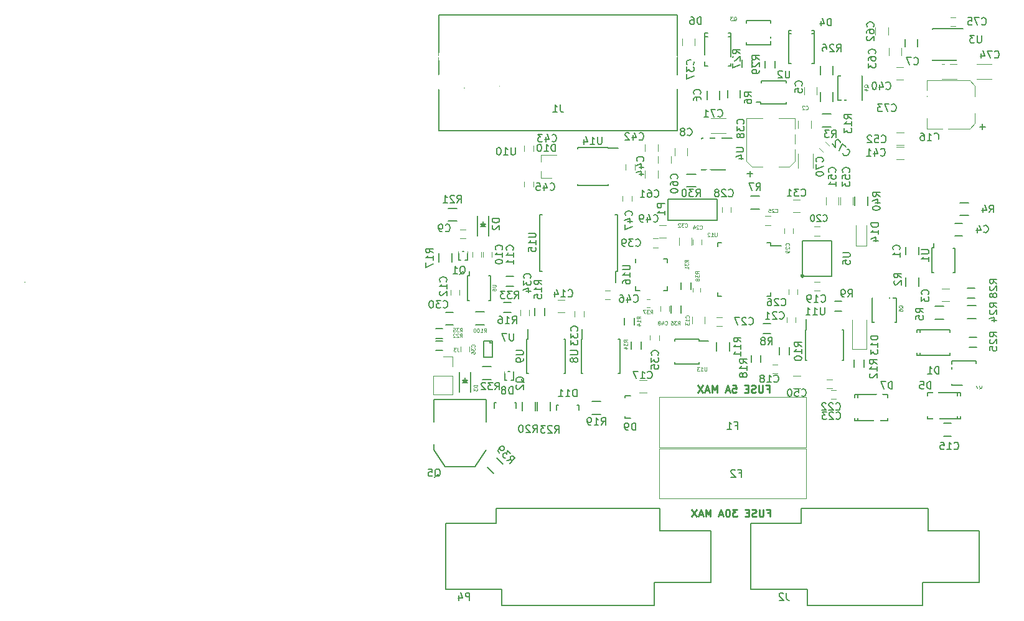
<source format=gbo>
G04 #@! TF.FileFunction,Legend,Bot*
%FSLAX46Y46*%
G04 Gerber Fmt 4.6, Leading zero omitted, Abs format (unit mm)*
G04 Created by KiCad (PCBNEW 4.0.7-e0-6372~58~ubuntu16.10.1) date Tue Oct  3 15:09:46 2017*
%MOMM*%
%LPD*%
G01*
G04 APERTURE LIST*
%ADD10C,0.150000*%
%ADD11C,0.250000*%
%ADD12C,0.125000*%
%ADD13C,0.200000*%
%ADD14C,0.120000*%
%ADD15R,3.500000X1.600000*%
%ADD16R,1.000000X1.250000*%
%ADD17R,2.499360X1.800860*%
%ADD18R,1.250000X1.000000*%
%ADD19R,1.198880X1.198880*%
%ADD20R,1.800860X2.499360*%
%ADD21R,1.050000X1.050000*%
%ADD22C,1.050000*%
%ADD23R,0.400000X0.800000*%
%ADD24R,0.420000X1.300000*%
%ADD25R,0.660400X0.406400*%
%ADD26R,0.450000X1.450000*%
%ADD27R,1.300000X0.250000*%
%ADD28R,0.250000X1.300000*%
%ADD29R,1.450000X0.450000*%
%ADD30R,0.600000X1.550000*%
%ADD31R,0.800100X0.800100*%
%ADD32C,6.000000*%
%ADD33R,3.657600X2.032000*%
%ADD34R,1.016000X2.032000*%
%ADD35R,1.600000X3.500000*%
%ADD36R,0.750000X0.800000*%
%ADD37R,0.900000X0.800000*%
%ADD38R,1.300000X1.000000*%
%ADD39R,1.000000X1.300000*%
%ADD40R,0.900000X0.900000*%
%ADD41R,1.550000X0.600000*%
%ADD42R,0.800000X0.750000*%
%ADD43C,1.300000*%
%ADD44C,4.000000*%
%ADD45C,2.000000*%
%ADD46R,0.890000X0.420000*%
%ADD47R,0.825000X0.712500*%
%ADD48R,1.400000X0.800000*%
%ADD49R,1.300000X1.600000*%
%ADD50R,0.405000X1.300000*%
%ADD51R,2.235000X1.725000*%
%ADD52R,1.300000X0.405000*%
%ADD53R,1.725000X2.235000*%
%ADD54R,1.300000X0.420000*%
%ADD55R,0.600000X1.500000*%
%ADD56C,1.600000*%
%ADD57R,1.700000X1.700000*%
%ADD58O,1.700000X1.700000*%
%ADD59R,1.200000X0.900000*%
%ADD60R,0.300000X0.850000*%
%ADD61R,0.850000X0.300000*%
%ADD62R,2.600000X2.600000*%
%ADD63R,0.400000X0.600000*%
%ADD64R,0.600000X0.400000*%
%ADD65C,2.200000*%
%ADD66C,3.900000*%
%ADD67R,1.600000X1.000000*%
%ADD68R,1.000000X1.600000*%
%ADD69R,1.200000X1.200000*%
%ADD70C,0.600000*%
%ADD71C,0.889000*%
%ADD72C,0.254000*%
G04 APERTURE END LIST*
D10*
D11*
X46652381Y-50928571D02*
X46985715Y-50928571D01*
X46985715Y-51452381D02*
X46985715Y-50452381D01*
X46509524Y-50452381D01*
X46128572Y-50452381D02*
X46128572Y-51261905D01*
X46080953Y-51357143D01*
X46033334Y-51404762D01*
X45938096Y-51452381D01*
X45747619Y-51452381D01*
X45652381Y-51404762D01*
X45604762Y-51357143D01*
X45557143Y-51261905D01*
X45557143Y-50452381D01*
X45128572Y-51404762D02*
X44985715Y-51452381D01*
X44747619Y-51452381D01*
X44652381Y-51404762D01*
X44604762Y-51357143D01*
X44557143Y-51261905D01*
X44557143Y-51166667D01*
X44604762Y-51071429D01*
X44652381Y-51023810D01*
X44747619Y-50976190D01*
X44938096Y-50928571D01*
X45033334Y-50880952D01*
X45080953Y-50833333D01*
X45128572Y-50738095D01*
X45128572Y-50642857D01*
X45080953Y-50547619D01*
X45033334Y-50500000D01*
X44938096Y-50452381D01*
X44700000Y-50452381D01*
X44557143Y-50500000D01*
X44128572Y-50928571D02*
X43795238Y-50928571D01*
X43652381Y-51452381D02*
X44128572Y-51452381D01*
X44128572Y-50452381D01*
X43652381Y-50452381D01*
X41985714Y-50452381D02*
X42461905Y-50452381D01*
X42509524Y-50928571D01*
X42461905Y-50880952D01*
X42366667Y-50833333D01*
X42128571Y-50833333D01*
X42033333Y-50880952D01*
X41985714Y-50928571D01*
X41938095Y-51023810D01*
X41938095Y-51261905D01*
X41985714Y-51357143D01*
X42033333Y-51404762D01*
X42128571Y-51452381D01*
X42366667Y-51452381D01*
X42461905Y-51404762D01*
X42509524Y-51357143D01*
X41557143Y-51166667D02*
X41080952Y-51166667D01*
X41652381Y-51452381D02*
X41319048Y-50452381D01*
X40985714Y-51452381D01*
X39890476Y-51452381D02*
X39890476Y-50452381D01*
X39557142Y-51166667D01*
X39223809Y-50452381D01*
X39223809Y-51452381D01*
X38795238Y-51166667D02*
X38319047Y-51166667D01*
X38890476Y-51452381D02*
X38557143Y-50452381D01*
X38223809Y-51452381D01*
X37985714Y-50452381D02*
X37319047Y-51452381D01*
X37319047Y-50452381D02*
X37985714Y-51452381D01*
X46728571Y-67828571D02*
X47061905Y-67828571D01*
X47061905Y-68352381D02*
X47061905Y-67352381D01*
X46585714Y-67352381D01*
X46204762Y-67352381D02*
X46204762Y-68161905D01*
X46157143Y-68257143D01*
X46109524Y-68304762D01*
X46014286Y-68352381D01*
X45823809Y-68352381D01*
X45728571Y-68304762D01*
X45680952Y-68257143D01*
X45633333Y-68161905D01*
X45633333Y-67352381D01*
X45204762Y-68304762D02*
X45061905Y-68352381D01*
X44823809Y-68352381D01*
X44728571Y-68304762D01*
X44680952Y-68257143D01*
X44633333Y-68161905D01*
X44633333Y-68066667D01*
X44680952Y-67971429D01*
X44728571Y-67923810D01*
X44823809Y-67876190D01*
X45014286Y-67828571D01*
X45109524Y-67780952D01*
X45157143Y-67733333D01*
X45204762Y-67638095D01*
X45204762Y-67542857D01*
X45157143Y-67447619D01*
X45109524Y-67400000D01*
X45014286Y-67352381D01*
X44776190Y-67352381D01*
X44633333Y-67400000D01*
X44204762Y-67828571D02*
X43871428Y-67828571D01*
X43728571Y-68352381D02*
X44204762Y-68352381D01*
X44204762Y-67352381D01*
X43728571Y-67352381D01*
X42633333Y-67352381D02*
X42014285Y-67352381D01*
X42347619Y-67733333D01*
X42204761Y-67733333D01*
X42109523Y-67780952D01*
X42061904Y-67828571D01*
X42014285Y-67923810D01*
X42014285Y-68161905D01*
X42061904Y-68257143D01*
X42109523Y-68304762D01*
X42204761Y-68352381D01*
X42490476Y-68352381D01*
X42585714Y-68304762D01*
X42633333Y-68257143D01*
X41395238Y-67352381D02*
X41299999Y-67352381D01*
X41204761Y-67400000D01*
X41157142Y-67447619D01*
X41109523Y-67542857D01*
X41061904Y-67733333D01*
X41061904Y-67971429D01*
X41109523Y-68161905D01*
X41157142Y-68257143D01*
X41204761Y-68304762D01*
X41299999Y-68352381D01*
X41395238Y-68352381D01*
X41490476Y-68304762D01*
X41538095Y-68257143D01*
X41585714Y-68161905D01*
X41633333Y-67971429D01*
X41633333Y-67733333D01*
X41585714Y-67542857D01*
X41538095Y-67447619D01*
X41490476Y-67400000D01*
X41395238Y-67352381D01*
X40680952Y-68066667D02*
X40204761Y-68066667D01*
X40776190Y-68352381D02*
X40442857Y-67352381D01*
X40109523Y-68352381D01*
X39014285Y-68352381D02*
X39014285Y-67352381D01*
X38680951Y-68066667D01*
X38347618Y-67352381D01*
X38347618Y-68352381D01*
X37919047Y-68066667D02*
X37442856Y-68066667D01*
X38014285Y-68352381D02*
X37680952Y-67352381D01*
X37347618Y-68352381D01*
X37109523Y-67352381D02*
X36442856Y-68352381D01*
X36442856Y-67352381D02*
X37109523Y-68352381D01*
D12*
X75547619Y-50936310D02*
X75595238Y-50912500D01*
X75642857Y-50864881D01*
X75714286Y-50793452D01*
X75761905Y-50769643D01*
X75809524Y-50769643D01*
X75785714Y-50888690D02*
X75833333Y-50864881D01*
X75880952Y-50817262D01*
X75904762Y-50722024D01*
X75904762Y-50555357D01*
X75880952Y-50460119D01*
X75833333Y-50412500D01*
X75785714Y-50388690D01*
X75690476Y-50388690D01*
X75642857Y-50412500D01*
X75595238Y-50460119D01*
X75571429Y-50555357D01*
X75571429Y-50722024D01*
X75595238Y-50817262D01*
X75642857Y-50864881D01*
X75690476Y-50888690D01*
X75785714Y-50888690D01*
X75404761Y-50388690D02*
X75071428Y-50388690D01*
X75285714Y-50888690D01*
X65173810Y-39952381D02*
X65150000Y-39904762D01*
X65102381Y-39857143D01*
X65030952Y-39785714D01*
X65007143Y-39738095D01*
X65007143Y-39690476D01*
X65126190Y-39714286D02*
X65102381Y-39666667D01*
X65054762Y-39619048D01*
X64959524Y-39595238D01*
X64792857Y-39595238D01*
X64697619Y-39619048D01*
X64650000Y-39666667D01*
X64626190Y-39714286D01*
X64626190Y-39809524D01*
X64650000Y-39857143D01*
X64697619Y-39904762D01*
X64792857Y-39928571D01*
X64959524Y-39928571D01*
X65054762Y-39904762D01*
X65102381Y-39857143D01*
X65126190Y-39809524D01*
X65126190Y-39714286D01*
X64626190Y-40357143D02*
X64626190Y-40261905D01*
X64650000Y-40214286D01*
X64673810Y-40190477D01*
X64745238Y-40142858D01*
X64840476Y-40119048D01*
X65030952Y-40119048D01*
X65078571Y-40142858D01*
X65102381Y-40166667D01*
X65126190Y-40214286D01*
X65126190Y-40309524D01*
X65102381Y-40357143D01*
X65078571Y-40380953D01*
X65030952Y-40404762D01*
X64911905Y-40404762D01*
X64864286Y-40380953D01*
X64840476Y-40357143D01*
X64816667Y-40309524D01*
X64816667Y-40214286D01*
X64840476Y-40166667D01*
X64864286Y-40142858D01*
X64911905Y-40119048D01*
X60473810Y-9952381D02*
X60450000Y-9904762D01*
X60402381Y-9857143D01*
X60330952Y-9785714D01*
X60307143Y-9738095D01*
X60307143Y-9690476D01*
X60426190Y-9714286D02*
X60402381Y-9666667D01*
X60354762Y-9619048D01*
X60259524Y-9595238D01*
X60092857Y-9595238D01*
X59997619Y-9619048D01*
X59950000Y-9666667D01*
X59926190Y-9714286D01*
X59926190Y-9809524D01*
X59950000Y-9857143D01*
X59997619Y-9904762D01*
X60092857Y-9928571D01*
X60259524Y-9928571D01*
X60354762Y-9904762D01*
X60402381Y-9857143D01*
X60426190Y-9809524D01*
X60426190Y-9714286D01*
X60092857Y-10357143D02*
X60426190Y-10357143D01*
X59902381Y-10238096D02*
X60259524Y-10119048D01*
X60259524Y-10428572D01*
X42147619Y-873810D02*
X42195238Y-850000D01*
X42242857Y-802381D01*
X42314286Y-730952D01*
X42361905Y-707143D01*
X42409524Y-707143D01*
X42385714Y-826190D02*
X42433333Y-802381D01*
X42480952Y-754762D01*
X42504762Y-659524D01*
X42504762Y-492857D01*
X42480952Y-397619D01*
X42433333Y-350000D01*
X42385714Y-326190D01*
X42290476Y-326190D01*
X42242857Y-350000D01*
X42195238Y-397619D01*
X42171429Y-492857D01*
X42171429Y-659524D01*
X42195238Y-754762D01*
X42242857Y-802381D01*
X42290476Y-826190D01*
X42385714Y-826190D01*
X42004761Y-326190D02*
X41695238Y-326190D01*
X41861904Y-516667D01*
X41790476Y-516667D01*
X41742857Y-540476D01*
X41719047Y-564286D01*
X41695238Y-611905D01*
X41695238Y-730952D01*
X41719047Y-778571D01*
X41742857Y-802381D01*
X41790476Y-826190D01*
X41933333Y-826190D01*
X41980952Y-802381D01*
X42004761Y-778571D01*
D13*
X-54212751Y-36378525D02*
X-54212751Y-36393765D01*
X5511540Y-10010200D02*
X5496300Y-10010200D01*
X10373100Y-9766360D02*
X10403580Y-9735880D01*
D14*
X75000000Y-14840000D02*
X75000000Y-13420000D01*
X68400000Y-15600000D02*
X68400000Y-13420000D01*
X68400000Y-9000000D02*
X68400000Y-11180000D01*
X75000000Y-9760000D02*
X75000000Y-11180000D01*
X68400000Y-15600000D02*
X74240000Y-15600000D01*
X74240000Y-15600000D02*
X75000000Y-14840000D01*
X75000000Y-9760000D02*
X74240000Y-9000000D01*
X74240000Y-9000000D02*
X68400000Y-9000000D01*
D10*
X70750000Y-55650000D02*
X71750000Y-55650000D01*
X71750000Y-57350000D02*
X70750000Y-57350000D01*
X67525860Y-42874940D02*
X67525860Y-43225460D01*
X67525860Y-46375060D02*
X67525860Y-46024540D01*
X71575440Y-42874940D02*
X71575440Y-43225460D01*
X67074560Y-42874940D02*
X67074560Y-43225460D01*
X67074560Y-46375060D02*
X67074560Y-46024540D01*
X71575440Y-46375060D02*
X71575440Y-46024540D01*
X67074560Y-42874940D02*
X71575440Y-42874940D01*
X67074560Y-46375060D02*
X71575440Y-46375060D01*
X65600000Y-32680000D02*
X65600000Y-31680000D01*
X67300000Y-31680000D02*
X67300000Y-32680000D01*
X2975000Y-40550000D02*
X3975000Y-40550000D01*
X3975000Y-42250000D02*
X2975000Y-42250000D01*
X72250000Y-28400000D02*
X73250000Y-28400000D01*
X73250000Y-30100000D02*
X72250000Y-30100000D01*
X41350000Y-11300000D02*
X41350000Y-10300000D01*
X43050000Y-10300000D02*
X43050000Y-11300000D01*
X67200000Y-3350000D02*
X67200000Y-4350000D01*
X65500000Y-4350000D02*
X65500000Y-3350000D01*
X7350000Y-30100000D02*
X7350000Y-27400000D01*
X8850000Y-30100000D02*
X8850000Y-27400000D01*
X7950000Y-28600000D02*
X8200000Y-28600000D01*
X8200000Y-28600000D02*
X8050000Y-28750000D01*
X8450000Y-28850000D02*
X7750000Y-28850000D01*
X8100000Y-28500000D02*
X8100000Y-28150000D01*
X8100000Y-28850000D02*
X8450000Y-28500000D01*
X8450000Y-28500000D02*
X7750000Y-28500000D01*
X7750000Y-28500000D02*
X8100000Y-28850000D01*
X4875000Y-51400000D02*
X4875000Y-48700000D01*
X6375000Y-51400000D02*
X6375000Y-48700000D01*
X5475000Y-49900000D02*
X5725000Y-49900000D01*
X5725000Y-49900000D02*
X5575000Y-50050000D01*
X5975000Y-50150000D02*
X5275000Y-50150000D01*
X5625000Y-49800000D02*
X5625000Y-49450000D01*
X5625000Y-50150000D02*
X5975000Y-49800000D01*
X5975000Y-49800000D02*
X5275000Y-49800000D01*
X5275000Y-49800000D02*
X5625000Y-50150000D01*
X53150060Y-2600860D02*
X52799540Y-2600860D01*
X49649940Y-2600860D02*
X50000460Y-2600860D01*
X53150060Y-6650440D02*
X52799540Y-6650440D01*
X53150060Y-2149560D02*
X52799540Y-2149560D01*
X49649940Y-2149560D02*
X50000460Y-2149560D01*
X49649940Y-6650440D02*
X50000460Y-6650440D01*
X53150060Y-2149560D02*
X53150060Y-6650440D01*
X49649940Y-2149560D02*
X49649940Y-6650440D01*
X72549140Y-55000060D02*
X72549140Y-54649540D01*
X72549140Y-51499940D02*
X72549140Y-51850460D01*
X68499560Y-55000060D02*
X68499560Y-54649540D01*
X73000440Y-55000060D02*
X73000440Y-54649540D01*
X73000440Y-51499940D02*
X73000440Y-51850460D01*
X68499560Y-51499940D02*
X68499560Y-51850460D01*
X73000440Y-55000060D02*
X68499560Y-55000060D01*
X73000440Y-51499940D02*
X68499560Y-51499940D01*
X41750060Y-3000860D02*
X41399540Y-3000860D01*
X38249940Y-3000860D02*
X38600460Y-3000860D01*
X41750060Y-7050440D02*
X41399540Y-7050440D01*
X41750060Y-2549560D02*
X41399540Y-2549560D01*
X38249940Y-2549560D02*
X38600460Y-2549560D01*
X38249940Y-7050440D02*
X38600460Y-7050440D01*
X41750060Y-2549560D02*
X41750060Y-7050440D01*
X38249940Y-2549560D02*
X38249940Y-7050440D01*
X34532600Y-25099100D02*
X35421600Y-25099100D01*
X35421600Y-25099100D02*
X35462240Y-25104180D01*
X33247360Y-27194600D02*
X33249900Y-26473240D01*
X33250000Y-28050000D02*
X33250000Y-27250000D01*
X39900000Y-28050000D02*
X33250000Y-28050000D01*
X39900000Y-28050000D02*
X39900000Y-25100000D01*
X39900000Y-25100000D02*
X35350000Y-25100000D01*
X33250000Y-26450000D02*
X33250000Y-25100000D01*
X33250000Y-25100000D02*
X34550000Y-25100000D01*
X5450000Y-32225000D02*
X5250000Y-32225000D01*
X5650000Y-33425000D02*
X5950000Y-33425000D01*
X5950000Y-33425000D02*
X5950000Y-32225000D01*
X4750000Y-32225000D02*
X4750000Y-33425000D01*
X4750000Y-33425000D02*
X5050000Y-33425000D01*
X11700000Y-48575000D02*
X11500000Y-48575000D01*
X11900000Y-49775000D02*
X12200000Y-49775000D01*
X12200000Y-49775000D02*
X12200000Y-48575000D01*
X11000000Y-48575000D02*
X11000000Y-49775000D01*
X11000000Y-49775000D02*
X11300000Y-49775000D01*
X5925000Y-35525000D02*
X6175000Y-35525000D01*
X5925000Y-38925000D02*
X6175000Y-38925000D01*
X9075000Y-38925000D02*
X8825000Y-38925000D01*
X9075000Y-35575000D02*
X8825000Y-35575000D01*
X5925000Y-35575000D02*
X5925000Y-38925000D01*
X9075000Y-35575000D02*
X9075000Y-38925000D01*
X6175000Y-35475000D02*
X6175000Y-34925000D01*
X9025000Y-44400000D02*
X9025000Y-44700000D01*
X9025000Y-44700000D02*
X9325000Y-44700000D01*
X8125000Y-46600000D02*
X8125000Y-44400000D01*
X8125000Y-44400000D02*
X9325000Y-44400000D01*
X9325000Y-44400000D02*
X9325000Y-46600000D01*
X9325000Y-46600000D02*
X8125000Y-46600000D01*
X21425000Y-44175000D02*
X21550000Y-44175000D01*
X21425000Y-48825000D02*
X21650000Y-48825000D01*
X26675000Y-48825000D02*
X26450000Y-48825000D01*
X26675000Y-44175000D02*
X26450000Y-44175000D01*
X21425000Y-44175000D02*
X21425000Y-48825000D01*
X26675000Y-44175000D02*
X26675000Y-48825000D01*
X21550000Y-44175000D02*
X21550000Y-42825000D01*
X14025000Y-44175000D02*
X14150000Y-44175000D01*
X14025000Y-48825000D02*
X14250000Y-48825000D01*
X19275000Y-48825000D02*
X19050000Y-48825000D01*
X19275000Y-44175000D02*
X19050000Y-44175000D01*
X14025000Y-44175000D02*
X14025000Y-48825000D01*
X19275000Y-44175000D02*
X19275000Y-48825000D01*
X14150000Y-44175000D02*
X14150000Y-42825000D01*
X47225000Y-31075000D02*
X47225000Y-31525000D01*
X39975000Y-31075000D02*
X39975000Y-31600000D01*
X39975000Y-38325000D02*
X39975000Y-37800000D01*
X47225000Y-38325000D02*
X47225000Y-37800000D01*
X47225000Y-31075000D02*
X46700000Y-31075000D01*
X47225000Y-38325000D02*
X46700000Y-38325000D01*
X39975000Y-38325000D02*
X40500000Y-38325000D01*
X39975000Y-31075000D02*
X40500000Y-31075000D01*
X47225000Y-31525000D02*
X48600000Y-31525000D01*
X37475000Y-44225000D02*
X37475000Y-44400000D01*
X34125000Y-44225000D02*
X34125000Y-44475000D01*
X34125000Y-47575000D02*
X34125000Y-47325000D01*
X37475000Y-47575000D02*
X37475000Y-47325000D01*
X37475000Y-44225000D02*
X34125000Y-44225000D01*
X37475000Y-47575000D02*
X34125000Y-47575000D01*
X37475000Y-44400000D02*
X38725000Y-44400000D01*
X59050860Y-51749940D02*
X59050860Y-52100460D01*
X59050860Y-55250060D02*
X59050860Y-54899540D01*
X63100440Y-51749940D02*
X63100440Y-52100460D01*
X58599560Y-51749940D02*
X58599560Y-52100460D01*
X58599560Y-55250060D02*
X58599560Y-54899540D01*
X63100440Y-55250060D02*
X63100440Y-54899540D01*
X58599560Y-51749940D02*
X63100440Y-51749940D01*
X58599560Y-55250060D02*
X63100440Y-55250060D01*
X51925000Y-42875000D02*
X51975000Y-42875000D01*
X51925000Y-47025000D02*
X52070000Y-47025000D01*
X57075000Y-47025000D02*
X56930000Y-47025000D01*
X57075000Y-42875000D02*
X56930000Y-42875000D01*
X51925000Y-42875000D02*
X51925000Y-47025000D01*
X57075000Y-42875000D02*
X57075000Y-47025000D01*
X51975000Y-42875000D02*
X51975000Y-41475000D01*
X9800840Y-52849760D02*
X9849100Y-52849760D01*
X12599820Y-53550800D02*
X12599820Y-52849760D01*
X12599820Y-52849760D02*
X12350900Y-52849760D01*
X9800840Y-52849760D02*
X9600180Y-52849760D01*
X9600180Y-52849760D02*
X9600180Y-53550800D01*
X27399760Y-54699160D02*
X27399760Y-54650900D01*
X28100800Y-51900180D02*
X27399760Y-51900180D01*
X27399760Y-51900180D02*
X27399760Y-52149100D01*
X27399760Y-54699160D02*
X27399760Y-54899820D01*
X27399760Y-54899820D02*
X28100800Y-54899820D01*
X18300840Y-53149760D02*
X18349100Y-53149760D01*
X21099820Y-53850800D02*
X21099820Y-53149760D01*
X21099820Y-53149760D02*
X20850900Y-53149760D01*
X18300840Y-53149760D02*
X18100180Y-53149760D01*
X18100180Y-53149760D02*
X18100180Y-53850800D01*
X1344000Y-55476000D02*
X1344000Y-52428000D01*
X1344000Y-52428000D02*
X8456000Y-52428000D01*
X8456000Y-52428000D02*
X8456000Y-55476000D01*
X1344000Y-58524000D02*
X1344000Y-59286000D01*
X1344000Y-59286000D02*
X2868000Y-61572000D01*
X2868000Y-61572000D02*
X6932000Y-61572000D01*
X6932000Y-61572000D02*
X8456000Y-59286000D01*
X8456000Y-59286000D02*
X8456000Y-58524000D01*
D14*
X35150000Y-4250000D02*
X35150000Y-3250000D01*
X36850000Y-3250000D02*
X36850000Y-4250000D01*
X44660000Y-20700000D02*
X46080000Y-20700000D01*
X43900000Y-14100000D02*
X46080000Y-14100000D01*
X50500000Y-14100000D02*
X48320000Y-14100000D01*
X49740000Y-20700000D02*
X48320000Y-20700000D01*
X43900000Y-14100000D02*
X43900000Y-19940000D01*
X43900000Y-19940000D02*
X44660000Y-20700000D01*
X49740000Y-20700000D02*
X50500000Y-19940000D01*
X50500000Y-19940000D02*
X50500000Y-14100000D01*
X65250000Y-8850000D02*
X64250000Y-8850000D01*
X64250000Y-7150000D02*
X65250000Y-7150000D01*
X31825000Y-17650000D02*
X31825000Y-18650000D01*
X30125000Y-18650000D02*
X30125000Y-17650000D01*
X14900000Y-18575000D02*
X14900000Y-17875000D01*
X13700000Y-17875000D02*
X13700000Y-18575000D01*
X27500000Y-20425000D02*
X27500000Y-21125000D01*
X28700000Y-21125000D02*
X28700000Y-20425000D01*
X13700000Y-22725000D02*
X13700000Y-23425000D01*
X14900000Y-23425000D02*
X14900000Y-22725000D01*
X15930000Y-22270000D02*
X15930000Y-21340000D01*
X15930000Y-19110000D02*
X15930000Y-20040000D01*
X15930000Y-19110000D02*
X18090000Y-19110000D01*
X15930000Y-22270000D02*
X17390000Y-22270000D01*
D10*
X55675000Y-11800000D02*
X55675000Y-10600000D01*
X53925000Y-10600000D02*
X53925000Y-11800000D01*
X73930000Y-41385000D02*
X75130000Y-41385000D01*
X75130000Y-39635000D02*
X73930000Y-39635000D01*
X74200000Y-45275000D02*
X75200000Y-45275000D01*
X75200000Y-43925000D02*
X74200000Y-43925000D01*
X55675000Y-8200000D02*
X55675000Y-7000000D01*
X53925000Y-7000000D02*
X53925000Y-8200000D01*
X43325000Y-6200000D02*
X43325000Y-7200000D01*
X44675000Y-7200000D02*
X44675000Y-6200000D01*
X73975000Y-38625000D02*
X74975000Y-38625000D01*
X74975000Y-37275000D02*
X73975000Y-37275000D01*
X47775000Y-7300000D02*
X47775000Y-6300000D01*
X46425000Y-6300000D02*
X46425000Y-7300000D01*
X25075000Y-18125000D02*
X25075000Y-18175000D01*
X20925000Y-18125000D02*
X20925000Y-18270000D01*
X20925000Y-23275000D02*
X20925000Y-23130000D01*
X25075000Y-23275000D02*
X25075000Y-23130000D01*
X25075000Y-18125000D02*
X20925000Y-18125000D01*
X25075000Y-23275000D02*
X20925000Y-23275000D01*
X25075000Y-18175000D02*
X26475000Y-18175000D01*
D14*
X52650000Y-14500000D02*
X52650000Y-15500000D01*
X50950000Y-15500000D02*
X50950000Y-14500000D01*
X71490000Y-39010000D02*
X70490000Y-39010000D01*
X70490000Y-37310000D02*
X71490000Y-37310000D01*
X53450000Y-9900000D02*
X53450000Y-10900000D01*
X51750000Y-10900000D02*
X51750000Y-9900000D01*
X35850000Y-18175000D02*
X35850000Y-19175000D01*
X34150000Y-19175000D02*
X34150000Y-18175000D01*
X4975000Y-30500000D02*
X5675000Y-30500000D01*
X5675000Y-29300000D02*
X4975000Y-29300000D01*
X7850000Y-33050000D02*
X7850000Y-32350000D01*
X6650000Y-32350000D02*
X6650000Y-33050000D01*
X9250000Y-33050000D02*
X9250000Y-32350000D01*
X8050000Y-32350000D02*
X8050000Y-33050000D01*
X3650000Y-37475000D02*
X3650000Y-38175000D01*
X4850000Y-38175000D02*
X4850000Y-37475000D01*
X53850000Y-36400000D02*
X53150000Y-36400000D01*
X53150000Y-37600000D02*
X53850000Y-37600000D01*
X53150000Y-30100000D02*
X53850000Y-30100000D01*
X53850000Y-28900000D02*
X53150000Y-28900000D01*
X49400000Y-41200000D02*
X49400000Y-41900000D01*
X50600000Y-41900000D02*
X50600000Y-41200000D01*
X55550000Y-49700000D02*
X54850000Y-49700000D01*
X54850000Y-50900000D02*
X55550000Y-50900000D01*
X55400000Y-52350000D02*
X56100000Y-52350000D01*
X56100000Y-51150000D02*
X55400000Y-51150000D01*
X36600000Y-30650000D02*
X36600000Y-31350000D01*
X37800000Y-31350000D02*
X37800000Y-30650000D01*
X47150000Y-27450000D02*
X46450000Y-27450000D01*
X46450000Y-28650000D02*
X47150000Y-28650000D01*
X49650000Y-37425000D02*
X49650000Y-38125000D01*
X50850000Y-38125000D02*
X50850000Y-37425000D01*
X39850000Y-42400000D02*
X40550000Y-42400000D01*
X40550000Y-41200000D02*
X39850000Y-41200000D01*
X41750000Y-26900000D02*
X41750000Y-26200000D01*
X40550000Y-26200000D02*
X40550000Y-26900000D01*
X50225000Y-29825000D02*
X50225000Y-29125000D01*
X49025000Y-29125000D02*
X49025000Y-29825000D01*
X21750000Y-41100000D02*
X21750000Y-40400000D01*
X20550000Y-40400000D02*
X20550000Y-41100000D01*
X14375000Y-40925000D02*
X14375000Y-40225000D01*
X13175000Y-40225000D02*
X13175000Y-40925000D01*
X30800000Y-43650000D02*
X30800000Y-44350000D01*
X32000000Y-44350000D02*
X32000000Y-43650000D01*
X5025000Y-45175000D02*
X5025000Y-45875000D01*
X6225000Y-45875000D02*
X6225000Y-45175000D01*
D10*
X2050000Y-110000D02*
X34450000Y-110000D01*
X2050000Y-15860000D02*
X34450000Y-15860000D01*
X34450000Y-110000D02*
X34450000Y-15860000D01*
X2050000Y-110000D02*
X2050000Y-15860000D01*
X67325000Y-37025000D02*
X67325000Y-35825000D01*
X65575000Y-35825000D02*
X65575000Y-37025000D01*
X55400000Y-13525000D02*
X54200000Y-13525000D01*
X54200000Y-15275000D02*
X55400000Y-15275000D01*
X74100000Y-25625000D02*
X72900000Y-25625000D01*
X72900000Y-27375000D02*
X74100000Y-27375000D01*
X69500000Y-41455000D02*
X70700000Y-41455000D01*
X70700000Y-39705000D02*
X69500000Y-39705000D01*
X38525000Y-10400000D02*
X38525000Y-11600000D01*
X40275000Y-11600000D02*
X40275000Y-10400000D01*
X47150000Y-42075000D02*
X46150000Y-42075000D01*
X46150000Y-43425000D02*
X47150000Y-43425000D01*
X55875000Y-40375000D02*
X56875000Y-40375000D01*
X56875000Y-39025000D02*
X55875000Y-39025000D01*
X48385000Y-45320000D02*
X48385000Y-46320000D01*
X49735000Y-46320000D02*
X49735000Y-45320000D01*
X41575000Y-45800000D02*
X41575000Y-44600000D01*
X39825000Y-44600000D02*
X39825000Y-45800000D01*
X3825000Y-33700000D02*
X3825000Y-32500000D01*
X2075000Y-32500000D02*
X2075000Y-33700000D01*
X24075000Y-52675000D02*
X22875000Y-52675000D01*
X22875000Y-54425000D02*
X24075000Y-54425000D01*
X13425000Y-52700000D02*
X13425000Y-53900000D01*
X15175000Y-53900000D02*
X15175000Y-52700000D01*
X3300000Y-28125000D02*
X4500000Y-28125000D01*
X4500000Y-26375000D02*
X3300000Y-26375000D01*
X15425000Y-52700000D02*
X15425000Y-53900000D01*
X17175000Y-53900000D02*
X17175000Y-52700000D01*
X69200000Y-1975000D02*
X69200000Y-2040000D01*
X69200000Y-6225000D02*
X69200000Y-6160000D01*
X72450000Y-6225000D02*
X72450000Y-6160000D01*
X72450000Y-1975000D02*
X69200000Y-1975000D01*
X72450000Y-6225000D02*
X69200000Y-6225000D01*
X72450000Y-1975000D02*
X73375000Y-1975000D01*
X37775000Y-16875000D02*
X37775000Y-16940000D01*
X37775000Y-21125000D02*
X37775000Y-21060000D01*
X41025000Y-21125000D02*
X41025000Y-21060000D01*
X41025000Y-16875000D02*
X37775000Y-16875000D01*
X41025000Y-21125000D02*
X37775000Y-21125000D01*
X41025000Y-16875000D02*
X41950000Y-16875000D01*
X51700000Y-35600000D02*
G75*
G03X51700000Y-35600000I-200000J0D01*
G01*
X55500000Y-35600000D02*
X55500000Y-30800000D01*
X55500000Y-30800000D02*
X51500000Y-30800000D01*
X51500000Y-30800000D02*
X51500000Y-35600000D01*
X51500000Y-35600000D02*
X55500000Y-35600000D01*
D14*
X25350000Y-37600000D02*
X24650000Y-37600000D01*
X24650000Y-38800000D02*
X25350000Y-38800000D01*
X28275000Y-25375000D02*
X28275000Y-24675000D01*
X27075000Y-24675000D02*
X27075000Y-25375000D01*
D10*
X35800000Y-23475000D02*
X37000000Y-23475000D01*
X37000000Y-21725000D02*
X35800000Y-21725000D01*
X61010000Y-40270000D02*
X61010000Y-41920000D01*
X61010000Y-41920000D02*
X64310000Y-41920000D01*
X64310000Y-41920000D02*
X64310000Y-38620000D01*
X64310000Y-38620000D02*
X61010000Y-38620000D01*
X61010000Y-38620000D02*
X61010000Y-40320000D01*
X59650000Y-10000000D02*
X59650000Y-8350000D01*
X59650000Y-8350000D02*
X56350000Y-8350000D01*
X56350000Y-8350000D02*
X56350000Y-11650000D01*
X56350000Y-11650000D02*
X59650000Y-11650000D01*
X59650000Y-11650000D02*
X59650000Y-9950000D01*
X73450000Y-50450000D02*
X75100000Y-50450000D01*
X75100000Y-50450000D02*
X75100000Y-47150000D01*
X75100000Y-47150000D02*
X71800000Y-47150000D01*
X71800000Y-47150000D02*
X71800000Y-50450000D01*
X71800000Y-50450000D02*
X73500000Y-50450000D01*
X45500000Y-850000D02*
X43850000Y-850000D01*
X43850000Y-850000D02*
X43850000Y-4150000D01*
X43850000Y-4150000D02*
X47150000Y-4150000D01*
X47150000Y-4150000D02*
X47150000Y-850000D01*
X47150000Y-850000D02*
X45450000Y-850000D01*
X69100000Y-31750000D02*
X69350000Y-31750000D01*
X69100000Y-35150000D02*
X69350000Y-35150000D01*
X72250000Y-35150000D02*
X72000000Y-35150000D01*
X72250000Y-31800000D02*
X72000000Y-31800000D01*
X69100000Y-31800000D02*
X69100000Y-35150000D01*
X72250000Y-31800000D02*
X72250000Y-35150000D01*
X69350000Y-31700000D02*
X69350000Y-31150000D01*
X45875000Y-12175000D02*
X45875000Y-11925000D01*
X49275000Y-12175000D02*
X49275000Y-11925000D01*
X49275000Y-9025000D02*
X49275000Y-9275000D01*
X45925000Y-9025000D02*
X45925000Y-9275000D01*
X45925000Y-12175000D02*
X49275000Y-12175000D01*
X45925000Y-9025000D02*
X49275000Y-9025000D01*
X45825000Y-11925000D02*
X45275000Y-11925000D01*
X26400000Y-34975000D02*
X26125000Y-34975000D01*
X26400000Y-27225000D02*
X26045000Y-27225000D01*
X15750000Y-27225000D02*
X16105000Y-27225000D01*
X15750000Y-34975000D02*
X16105000Y-34975000D01*
X26400000Y-34975000D02*
X26400000Y-27225000D01*
X15750000Y-34975000D02*
X15750000Y-27225000D01*
X26125000Y-34975000D02*
X26125000Y-36500000D01*
X9200000Y-47925000D02*
X8000000Y-47925000D01*
X8000000Y-49675000D02*
X9200000Y-49675000D01*
D14*
X32000000Y-58900000D02*
X52000000Y-58900000D01*
X32000000Y-58900000D02*
X32000000Y-52100000D01*
X52000000Y-52100000D02*
X52000000Y-58900000D01*
X52000000Y-52100000D02*
X32000000Y-52100000D01*
X32000000Y-65900000D02*
X52000000Y-65900000D01*
X32000000Y-65900000D02*
X32000000Y-59100000D01*
X52000000Y-59100000D02*
X52000000Y-65900000D01*
X52000000Y-59100000D02*
X32000000Y-59100000D01*
X3955000Y-51745000D02*
X1295000Y-51745000D01*
X3955000Y-49145000D02*
X3955000Y-51745000D01*
X1295000Y-49145000D02*
X1295000Y-51745000D01*
X3955000Y-49145000D02*
X1295000Y-49145000D01*
X3955000Y-47875000D02*
X3955000Y-46545000D01*
X3955000Y-46545000D02*
X2625000Y-46545000D01*
D10*
X58575000Y-47000000D02*
X58575000Y-48000000D01*
X59925000Y-48000000D02*
X59925000Y-47000000D01*
X1600000Y-45750000D02*
X2600000Y-45750000D01*
X2600000Y-44400000D02*
X1600000Y-44400000D01*
X1600000Y-44075000D02*
X2600000Y-44075000D01*
X2600000Y-42725000D02*
X1600000Y-42725000D01*
D14*
X60250000Y-45500000D02*
X58250000Y-45500000D01*
X58250000Y-45500000D02*
X58250000Y-41600000D01*
X60250000Y-45500000D02*
X60250000Y-41600000D01*
D10*
X28850000Y-37550000D02*
X29375000Y-37550000D01*
X33150000Y-33250000D02*
X32625000Y-33250000D01*
X33150000Y-37550000D02*
X32625000Y-37550000D01*
X28850000Y-33250000D02*
X28850000Y-33775000D01*
X33150000Y-33250000D02*
X33150000Y-33775000D01*
X33150000Y-37550000D02*
X33150000Y-37025000D01*
X28850000Y-37550000D02*
X28850000Y-37025000D01*
D14*
X32200000Y-39700000D02*
X32200000Y-40400000D01*
X33400000Y-40400000D02*
X33400000Y-39700000D01*
X32000000Y-28650000D02*
X33000000Y-28650000D01*
X33000000Y-30350000D02*
X32000000Y-30350000D01*
D10*
X33625000Y-39600000D02*
X33625000Y-40600000D01*
X34975000Y-40600000D02*
X34975000Y-39600000D01*
D14*
X30800000Y-39830000D02*
X30300000Y-39830000D01*
X30300000Y-38770000D02*
X30800000Y-38770000D01*
X36570000Y-37750000D02*
X36570000Y-37250000D01*
X37630000Y-37250000D02*
X37630000Y-37750000D01*
D10*
X35025000Y-36450000D02*
X35025000Y-37450000D01*
X36375000Y-37450000D02*
X36375000Y-36450000D01*
X32150000Y-70250000D02*
X39050000Y-70250000D01*
X39050000Y-70250000D02*
X39050000Y-77250000D01*
X39050000Y-77250000D02*
X31350000Y-77250000D01*
X31350000Y-77250000D02*
X31350000Y-80450000D01*
X31350000Y-80450000D02*
X10650000Y-80450000D01*
X10650000Y-80450000D02*
X10650000Y-78250000D01*
X10650000Y-78250000D02*
X2950000Y-78250000D01*
X2950000Y-69250000D02*
X2950000Y-78250000D01*
X9850000Y-69250000D02*
X2950000Y-69250000D01*
X9850000Y-69250000D02*
X9850000Y-67250000D01*
X9850000Y-67250000D02*
X32150000Y-67250000D01*
X32150000Y-67250000D02*
X32150000Y-70250000D01*
X68650000Y-70250000D02*
X75550000Y-70250000D01*
X75550000Y-70250000D02*
X75550000Y-77250000D01*
X75550000Y-77250000D02*
X67850000Y-77250000D01*
X67850000Y-77250000D02*
X67850000Y-80450000D01*
X67850000Y-80450000D02*
X52150000Y-80450000D01*
X52150000Y-80450000D02*
X52150000Y-78250000D01*
X52150000Y-78250000D02*
X44450000Y-78250000D01*
X44450000Y-69250000D02*
X44450000Y-78250000D01*
X51350000Y-69250000D02*
X44450000Y-69250000D01*
X51350000Y-69250000D02*
X51350000Y-67250000D01*
X51350000Y-67250000D02*
X68650000Y-67250000D01*
X68650000Y-67250000D02*
X68650000Y-70250000D01*
D14*
X51250000Y-50850000D02*
X50250000Y-50850000D01*
X50250000Y-49150000D02*
X51250000Y-49150000D01*
D10*
X28675000Y-42275000D02*
X28675000Y-41275000D01*
X27325000Y-41275000D02*
X27325000Y-42275000D01*
X16450000Y-40975000D02*
X16450000Y-39975000D01*
X15100000Y-39975000D02*
X15100000Y-40975000D01*
X10900000Y-40575000D02*
X11900000Y-40575000D01*
X11900000Y-39225000D02*
X10900000Y-39225000D01*
X45875000Y-47350000D02*
X45875000Y-46350000D01*
X44525000Y-46350000D02*
X44525000Y-47350000D01*
X12200000Y-35625000D02*
X11200000Y-35625000D01*
X11200000Y-36975000D02*
X12200000Y-36975000D01*
X8250000Y-40500000D02*
X7050000Y-40500000D01*
X7050000Y-42250000D02*
X8250000Y-42250000D01*
D14*
X34730000Y-31400000D02*
X34730000Y-30400000D01*
X36430000Y-30400000D02*
X36430000Y-31400000D01*
D10*
X28250000Y-44525000D02*
X28250000Y-45525000D01*
X29600000Y-45525000D02*
X29600000Y-44525000D01*
D14*
X33600000Y-19250000D02*
X33600000Y-20250000D01*
X31900000Y-20250000D02*
X31900000Y-19250000D01*
X31825000Y-21250000D02*
X31825000Y-22250000D01*
X30125000Y-22250000D02*
X30125000Y-21250000D01*
X61450000Y-2800000D02*
X61450000Y-1800000D01*
X63150000Y-1800000D02*
X63150000Y-2800000D01*
X64950000Y-4600000D02*
X64950000Y-5600000D01*
X63250000Y-5600000D02*
X63250000Y-4600000D01*
X52920000Y-18925000D02*
X52920000Y-20925000D01*
X50880000Y-20925000D02*
X50880000Y-18925000D01*
X39050000Y-14130000D02*
X41050000Y-14130000D01*
X41050000Y-16170000D02*
X39050000Y-16170000D01*
X53828249Y-18176777D02*
X54323223Y-18671751D01*
X55171751Y-17823223D02*
X54676777Y-17328249D01*
X70500000Y-6730000D02*
X72500000Y-6730000D01*
X72500000Y-8770000D02*
X70500000Y-8770000D01*
X77250000Y-8770000D02*
X75250000Y-8770000D01*
X75250000Y-6730000D02*
X77250000Y-6730000D01*
X71650000Y-1600000D02*
X72350000Y-1600000D01*
X72350000Y-400000D02*
X71650000Y-400000D01*
X51200000Y-26950000D02*
X50200000Y-26950000D01*
X50200000Y-25250000D02*
X51200000Y-25250000D01*
X36550000Y-42100000D02*
X36550000Y-41100000D01*
X38250000Y-41100000D02*
X38250000Y-42100000D01*
X18200000Y-38850000D02*
X19200000Y-38850000D01*
X19200000Y-40550000D02*
X18200000Y-40550000D01*
X30300000Y-51450000D02*
X29300000Y-51450000D01*
X29300000Y-49750000D02*
X30300000Y-49750000D01*
X48100000Y-47650000D02*
X47400000Y-47650000D01*
X47400000Y-48850000D02*
X48100000Y-48850000D01*
D10*
X8657017Y-61594454D02*
X9505546Y-62442983D01*
X10742983Y-61205546D02*
X9894454Y-60357017D01*
D14*
X31150000Y-31700000D02*
X31850000Y-31700000D01*
X31850000Y-30500000D02*
X31150000Y-30500000D01*
X65300000Y-19750000D02*
X64300000Y-19750000D01*
X64300000Y-18050000D02*
X65300000Y-18050000D01*
X54750000Y-25900000D02*
X54750000Y-24900000D01*
X56450000Y-24900000D02*
X56450000Y-25900000D01*
X65300000Y-17750000D02*
X64300000Y-17750000D01*
X64300000Y-16050000D02*
X65300000Y-16050000D01*
X56650000Y-25900000D02*
X56650000Y-24900000D01*
X58350000Y-24900000D02*
X58350000Y-25900000D01*
X60200000Y-31500000D02*
X58800000Y-31500000D01*
X58800000Y-31500000D02*
X58800000Y-28700000D01*
X60200000Y-31500000D02*
X60200000Y-28700000D01*
D10*
X58625000Y-24800000D02*
X58625000Y-26000000D01*
X60375000Y-26000000D02*
X60375000Y-24800000D01*
X44450000Y-26475000D02*
X45650000Y-26475000D01*
X45650000Y-24725000D02*
X44450000Y-24725000D01*
X69442857Y-17057143D02*
X69490476Y-17104762D01*
X69633333Y-17152381D01*
X69728571Y-17152381D01*
X69871429Y-17104762D01*
X69966667Y-17009524D01*
X70014286Y-16914286D01*
X70061905Y-16723810D01*
X70061905Y-16580952D01*
X70014286Y-16390476D01*
X69966667Y-16295238D01*
X69871429Y-16200000D01*
X69728571Y-16152381D01*
X69633333Y-16152381D01*
X69490476Y-16200000D01*
X69442857Y-16247619D01*
X68490476Y-17152381D02*
X69061905Y-17152381D01*
X68776191Y-17152381D02*
X68776191Y-16152381D01*
X68871429Y-16295238D01*
X68966667Y-16390476D01*
X69061905Y-16438095D01*
X67633333Y-16152381D02*
X67823810Y-16152381D01*
X67919048Y-16200000D01*
X67966667Y-16247619D01*
X68061905Y-16390476D01*
X68109524Y-16580952D01*
X68109524Y-16961905D01*
X68061905Y-17057143D01*
X68014286Y-17104762D01*
X67919048Y-17152381D01*
X67728571Y-17152381D01*
X67633333Y-17104762D01*
X67585714Y-17057143D01*
X67538095Y-16961905D01*
X67538095Y-16723810D01*
X67585714Y-16628571D01*
X67633333Y-16580952D01*
X67728571Y-16533333D01*
X67919048Y-16533333D01*
X68014286Y-16580952D01*
X68061905Y-16628571D01*
X68109524Y-16723810D01*
X76360952Y-15281429D02*
X75599047Y-15281429D01*
X75979999Y-15662381D02*
X75979999Y-14900476D01*
X72142857Y-59107143D02*
X72190476Y-59154762D01*
X72333333Y-59202381D01*
X72428571Y-59202381D01*
X72571429Y-59154762D01*
X72666667Y-59059524D01*
X72714286Y-58964286D01*
X72761905Y-58773810D01*
X72761905Y-58630952D01*
X72714286Y-58440476D01*
X72666667Y-58345238D01*
X72571429Y-58250000D01*
X72428571Y-58202381D01*
X72333333Y-58202381D01*
X72190476Y-58250000D01*
X72142857Y-58297619D01*
X71190476Y-59202381D02*
X71761905Y-59202381D01*
X71476191Y-59202381D02*
X71476191Y-58202381D01*
X71571429Y-58345238D01*
X71666667Y-58440476D01*
X71761905Y-58488095D01*
X70285714Y-58202381D02*
X70761905Y-58202381D01*
X70809524Y-58678571D01*
X70761905Y-58630952D01*
X70666667Y-58583333D01*
X70428571Y-58583333D01*
X70333333Y-58630952D01*
X70285714Y-58678571D01*
X70238095Y-58773810D01*
X70238095Y-59011905D01*
X70285714Y-59107143D01*
X70333333Y-59154762D01*
X70428571Y-59202381D01*
X70666667Y-59202381D01*
X70761905Y-59154762D01*
X70809524Y-59107143D01*
X70063095Y-48887381D02*
X70063095Y-47887381D01*
X69825000Y-47887381D01*
X69682142Y-47935000D01*
X69586904Y-48030238D01*
X69539285Y-48125476D01*
X69491666Y-48315952D01*
X69491666Y-48458810D01*
X69539285Y-48649286D01*
X69586904Y-48744524D01*
X69682142Y-48839762D01*
X69825000Y-48887381D01*
X70063095Y-48887381D01*
X68539285Y-48887381D02*
X69110714Y-48887381D01*
X68825000Y-48887381D02*
X68825000Y-47887381D01*
X68920238Y-48030238D01*
X69015476Y-48125476D01*
X69110714Y-48173095D01*
X64707143Y-32013334D02*
X64754762Y-31965715D01*
X64802381Y-31822858D01*
X64802381Y-31727620D01*
X64754762Y-31584762D01*
X64659524Y-31489524D01*
X64564286Y-31441905D01*
X64373810Y-31394286D01*
X64230952Y-31394286D01*
X64040476Y-31441905D01*
X63945238Y-31489524D01*
X63850000Y-31584762D01*
X63802381Y-31727620D01*
X63802381Y-31822858D01*
X63850000Y-31965715D01*
X63897619Y-32013334D01*
X64802381Y-32965715D02*
X64802381Y-32394286D01*
X64802381Y-32680000D02*
X63802381Y-32680000D01*
X63945238Y-32584762D01*
X64040476Y-32489524D01*
X64088095Y-32394286D01*
X2642857Y-39857143D02*
X2690476Y-39904762D01*
X2833333Y-39952381D01*
X2928571Y-39952381D01*
X3071429Y-39904762D01*
X3166667Y-39809524D01*
X3214286Y-39714286D01*
X3261905Y-39523810D01*
X3261905Y-39380952D01*
X3214286Y-39190476D01*
X3166667Y-39095238D01*
X3071429Y-39000000D01*
X2928571Y-38952381D01*
X2833333Y-38952381D01*
X2690476Y-39000000D01*
X2642857Y-39047619D01*
X2309524Y-38952381D02*
X1690476Y-38952381D01*
X2023810Y-39333333D01*
X1880952Y-39333333D01*
X1785714Y-39380952D01*
X1738095Y-39428571D01*
X1690476Y-39523810D01*
X1690476Y-39761905D01*
X1738095Y-39857143D01*
X1785714Y-39904762D01*
X1880952Y-39952381D01*
X2166667Y-39952381D01*
X2261905Y-39904762D01*
X2309524Y-39857143D01*
X1071429Y-38952381D02*
X976190Y-38952381D01*
X880952Y-39000000D01*
X833333Y-39047619D01*
X785714Y-39142857D01*
X738095Y-39333333D01*
X738095Y-39571429D01*
X785714Y-39761905D01*
X833333Y-39857143D01*
X880952Y-39904762D01*
X976190Y-39952381D01*
X1071429Y-39952381D01*
X1166667Y-39904762D01*
X1214286Y-39857143D01*
X1261905Y-39761905D01*
X1309524Y-39571429D01*
X1309524Y-39333333D01*
X1261905Y-39142857D01*
X1214286Y-39047619D01*
X1166667Y-39000000D01*
X1071429Y-38952381D01*
X76166666Y-29607143D02*
X76214285Y-29654762D01*
X76357142Y-29702381D01*
X76452380Y-29702381D01*
X76595238Y-29654762D01*
X76690476Y-29559524D01*
X76738095Y-29464286D01*
X76785714Y-29273810D01*
X76785714Y-29130952D01*
X76738095Y-28940476D01*
X76690476Y-28845238D01*
X76595238Y-28750000D01*
X76452380Y-28702381D01*
X76357142Y-28702381D01*
X76214285Y-28750000D01*
X76166666Y-28797619D01*
X75309523Y-29035714D02*
X75309523Y-29702381D01*
X75547619Y-28654762D02*
X75785714Y-29369048D01*
X75166666Y-29369048D01*
X37607143Y-10833334D02*
X37654762Y-10785715D01*
X37702381Y-10642858D01*
X37702381Y-10547620D01*
X37654762Y-10404762D01*
X37559524Y-10309524D01*
X37464286Y-10261905D01*
X37273810Y-10214286D01*
X37130952Y-10214286D01*
X36940476Y-10261905D01*
X36845238Y-10309524D01*
X36750000Y-10404762D01*
X36702381Y-10547620D01*
X36702381Y-10642858D01*
X36750000Y-10785715D01*
X36797619Y-10833334D01*
X36702381Y-11690477D02*
X36702381Y-11500000D01*
X36750000Y-11404762D01*
X36797619Y-11357143D01*
X36940476Y-11261905D01*
X37130952Y-11214286D01*
X37511905Y-11214286D01*
X37607143Y-11261905D01*
X37654762Y-11309524D01*
X37702381Y-11404762D01*
X37702381Y-11595239D01*
X37654762Y-11690477D01*
X37607143Y-11738096D01*
X37511905Y-11785715D01*
X37273810Y-11785715D01*
X37178571Y-11738096D01*
X37130952Y-11690477D01*
X37083333Y-11595239D01*
X37083333Y-11404762D01*
X37130952Y-11309524D01*
X37178571Y-11261905D01*
X37273810Y-11214286D01*
X66666666Y-6757143D02*
X66714285Y-6804762D01*
X66857142Y-6852381D01*
X66952380Y-6852381D01*
X67095238Y-6804762D01*
X67190476Y-6709524D01*
X67238095Y-6614286D01*
X67285714Y-6423810D01*
X67285714Y-6280952D01*
X67238095Y-6090476D01*
X67190476Y-5995238D01*
X67095238Y-5900000D01*
X66952380Y-5852381D01*
X66857142Y-5852381D01*
X66714285Y-5900000D01*
X66666666Y-5947619D01*
X66333333Y-5852381D02*
X65666666Y-5852381D01*
X66095238Y-6852381D01*
X10302381Y-27761905D02*
X9302381Y-27761905D01*
X9302381Y-28000000D01*
X9350000Y-28142858D01*
X9445238Y-28238096D01*
X9540476Y-28285715D01*
X9730952Y-28333334D01*
X9873810Y-28333334D01*
X10064286Y-28285715D01*
X10159524Y-28238096D01*
X10254762Y-28142858D01*
X10302381Y-28000000D01*
X10302381Y-27761905D01*
X9397619Y-28714286D02*
X9350000Y-28761905D01*
X9302381Y-28857143D01*
X9302381Y-29095239D01*
X9350000Y-29190477D01*
X9397619Y-29238096D01*
X9492857Y-29285715D01*
X9588095Y-29285715D01*
X9730952Y-29238096D01*
X10302381Y-28666667D01*
X10302381Y-29285715D01*
D12*
X7276190Y-50430953D02*
X6776190Y-50430953D01*
X6776190Y-50550000D01*
X6800000Y-50621429D01*
X6847619Y-50669048D01*
X6895238Y-50692857D01*
X6990476Y-50716667D01*
X7061905Y-50716667D01*
X7157143Y-50692857D01*
X7204762Y-50669048D01*
X7252381Y-50621429D01*
X7276190Y-50550000D01*
X7276190Y-50430953D01*
X6776190Y-50883334D02*
X6776190Y-51192857D01*
X6966667Y-51026191D01*
X6966667Y-51097619D01*
X6990476Y-51145238D01*
X7014286Y-51169048D01*
X7061905Y-51192857D01*
X7180952Y-51192857D01*
X7228571Y-51169048D01*
X7252381Y-51145238D01*
X7276190Y-51097619D01*
X7276190Y-50954762D01*
X7252381Y-50907143D01*
X7228571Y-50883334D01*
D10*
X55438095Y-1552381D02*
X55438095Y-552381D01*
X55200000Y-552381D01*
X55057142Y-600000D01*
X54961904Y-695238D01*
X54914285Y-790476D01*
X54866666Y-980952D01*
X54866666Y-1123810D01*
X54914285Y-1314286D01*
X54961904Y-1409524D01*
X55057142Y-1504762D01*
X55200000Y-1552381D01*
X55438095Y-1552381D01*
X54009523Y-885714D02*
X54009523Y-1552381D01*
X54247619Y-504762D02*
X54485714Y-1219048D01*
X53866666Y-1219048D01*
X68988095Y-50952381D02*
X68988095Y-49952381D01*
X68750000Y-49952381D01*
X68607142Y-50000000D01*
X68511904Y-50095238D01*
X68464285Y-50190476D01*
X68416666Y-50380952D01*
X68416666Y-50523810D01*
X68464285Y-50714286D01*
X68511904Y-50809524D01*
X68607142Y-50904762D01*
X68750000Y-50952381D01*
X68988095Y-50952381D01*
X67511904Y-49952381D02*
X67988095Y-49952381D01*
X68035714Y-50428571D01*
X67988095Y-50380952D01*
X67892857Y-50333333D01*
X67654761Y-50333333D01*
X67559523Y-50380952D01*
X67511904Y-50428571D01*
X67464285Y-50523810D01*
X67464285Y-50761905D01*
X67511904Y-50857143D01*
X67559523Y-50904762D01*
X67654761Y-50952381D01*
X67892857Y-50952381D01*
X67988095Y-50904762D01*
X68035714Y-50857143D01*
X37738095Y-1352381D02*
X37738095Y-352381D01*
X37500000Y-352381D01*
X37357142Y-400000D01*
X37261904Y-495238D01*
X37214285Y-590476D01*
X37166666Y-780952D01*
X37166666Y-923810D01*
X37214285Y-1114286D01*
X37261904Y-1209524D01*
X37357142Y-1304762D01*
X37500000Y-1352381D01*
X37738095Y-1352381D01*
X36309523Y-352381D02*
X36500000Y-352381D01*
X36595238Y-400000D01*
X36642857Y-447619D01*
X36738095Y-590476D01*
X36785714Y-780952D01*
X36785714Y-1161905D01*
X36738095Y-1257143D01*
X36690476Y-1304762D01*
X36595238Y-1352381D01*
X36404761Y-1352381D01*
X36309523Y-1304762D01*
X36261904Y-1257143D01*
X36214285Y-1161905D01*
X36214285Y-923810D01*
X36261904Y-828571D01*
X36309523Y-780952D01*
X36404761Y-733333D01*
X36595238Y-733333D01*
X36690476Y-780952D01*
X36738095Y-828571D01*
X36785714Y-923810D01*
X32802381Y-25761905D02*
X31802381Y-25761905D01*
X31802381Y-26142858D01*
X31850000Y-26238096D01*
X31897619Y-26285715D01*
X31992857Y-26333334D01*
X32135714Y-26333334D01*
X32230952Y-26285715D01*
X32278571Y-26238096D01*
X32326190Y-26142858D01*
X32326190Y-25761905D01*
X32802381Y-27285715D02*
X32802381Y-26714286D01*
X32802381Y-27000000D02*
X31802381Y-27000000D01*
X31945238Y-26904762D01*
X32040476Y-26809524D01*
X32088095Y-26714286D01*
X4895238Y-35347619D02*
X4990476Y-35300000D01*
X5085714Y-35204762D01*
X5228571Y-35061905D01*
X5323810Y-35014286D01*
X5419048Y-35014286D01*
X5371429Y-35252381D02*
X5466667Y-35204762D01*
X5561905Y-35109524D01*
X5609524Y-34919048D01*
X5609524Y-34585714D01*
X5561905Y-34395238D01*
X5466667Y-34300000D01*
X5371429Y-34252381D01*
X5180952Y-34252381D01*
X5085714Y-34300000D01*
X4990476Y-34395238D01*
X4942857Y-34585714D01*
X4942857Y-34919048D01*
X4990476Y-35109524D01*
X5085714Y-35204762D01*
X5180952Y-35252381D01*
X5371429Y-35252381D01*
X3990476Y-35252381D02*
X4561905Y-35252381D01*
X4276191Y-35252381D02*
X4276191Y-34252381D01*
X4371429Y-34395238D01*
X4466667Y-34490476D01*
X4561905Y-34538095D01*
X13647619Y-50104762D02*
X13600000Y-50009524D01*
X13504762Y-49914286D01*
X13361905Y-49771429D01*
X13314286Y-49676190D01*
X13314286Y-49580952D01*
X13552381Y-49628571D02*
X13504762Y-49533333D01*
X13409524Y-49438095D01*
X13219048Y-49390476D01*
X12885714Y-49390476D01*
X12695238Y-49438095D01*
X12600000Y-49533333D01*
X12552381Y-49628571D01*
X12552381Y-49819048D01*
X12600000Y-49914286D01*
X12695238Y-50009524D01*
X12885714Y-50057143D01*
X13219048Y-50057143D01*
X13409524Y-50009524D01*
X13504762Y-49914286D01*
X13552381Y-49819048D01*
X13552381Y-49628571D01*
X12647619Y-50438095D02*
X12600000Y-50485714D01*
X12552381Y-50580952D01*
X12552381Y-50819048D01*
X12600000Y-50914286D01*
X12647619Y-50961905D01*
X12742857Y-51009524D01*
X12838095Y-51009524D01*
X12980952Y-50961905D01*
X13552381Y-50390476D01*
X13552381Y-51009524D01*
D12*
X9326190Y-36819048D02*
X9730952Y-36819048D01*
X9778571Y-36842857D01*
X9802381Y-36866667D01*
X9826190Y-36914286D01*
X9826190Y-37009524D01*
X9802381Y-37057143D01*
X9778571Y-37080952D01*
X9730952Y-37104762D01*
X9326190Y-37104762D01*
X9326190Y-37557143D02*
X9326190Y-37461905D01*
X9350000Y-37414286D01*
X9373810Y-37390477D01*
X9445238Y-37342858D01*
X9540476Y-37319048D01*
X9730952Y-37319048D01*
X9778571Y-37342858D01*
X9802381Y-37366667D01*
X9826190Y-37414286D01*
X9826190Y-37509524D01*
X9802381Y-37557143D01*
X9778571Y-37580953D01*
X9730952Y-37604762D01*
X9611905Y-37604762D01*
X9564286Y-37580953D01*
X9540476Y-37557143D01*
X9516667Y-37509524D01*
X9516667Y-37414286D01*
X9540476Y-37366667D01*
X9564286Y-37342858D01*
X9611905Y-37319048D01*
D10*
X12236905Y-43402381D02*
X12236905Y-44211905D01*
X12189286Y-44307143D01*
X12141667Y-44354762D01*
X12046429Y-44402381D01*
X11855952Y-44402381D01*
X11760714Y-44354762D01*
X11713095Y-44307143D01*
X11665476Y-44211905D01*
X11665476Y-43402381D01*
X11284524Y-43402381D02*
X10617857Y-43402381D01*
X11046429Y-44402381D01*
X19952381Y-45738095D02*
X20761905Y-45738095D01*
X20857143Y-45785714D01*
X20904762Y-45833333D01*
X20952381Y-45928571D01*
X20952381Y-46119048D01*
X20904762Y-46214286D01*
X20857143Y-46261905D01*
X20761905Y-46309524D01*
X19952381Y-46309524D01*
X20380952Y-46928571D02*
X20333333Y-46833333D01*
X20285714Y-46785714D01*
X20190476Y-46738095D01*
X20142857Y-46738095D01*
X20047619Y-46785714D01*
X20000000Y-46833333D01*
X19952381Y-46928571D01*
X19952381Y-47119048D01*
X20000000Y-47214286D01*
X20047619Y-47261905D01*
X20142857Y-47309524D01*
X20190476Y-47309524D01*
X20285714Y-47261905D01*
X20333333Y-47214286D01*
X20380952Y-47119048D01*
X20380952Y-46928571D01*
X20428571Y-46833333D01*
X20476190Y-46785714D01*
X20571429Y-46738095D01*
X20761905Y-46738095D01*
X20857143Y-46785714D01*
X20904762Y-46833333D01*
X20952381Y-46928571D01*
X20952381Y-47119048D01*
X20904762Y-47214286D01*
X20857143Y-47261905D01*
X20761905Y-47309524D01*
X20571429Y-47309524D01*
X20476190Y-47261905D01*
X20428571Y-47214286D01*
X20380952Y-47119048D01*
X12552381Y-45738095D02*
X13361905Y-45738095D01*
X13457143Y-45785714D01*
X13504762Y-45833333D01*
X13552381Y-45928571D01*
X13552381Y-46119048D01*
X13504762Y-46214286D01*
X13457143Y-46261905D01*
X13361905Y-46309524D01*
X12552381Y-46309524D01*
X13552381Y-46833333D02*
X13552381Y-47023809D01*
X13504762Y-47119048D01*
X13457143Y-47166667D01*
X13314286Y-47261905D01*
X13123810Y-47309524D01*
X12742857Y-47309524D01*
X12647619Y-47261905D01*
X12600000Y-47214286D01*
X12552381Y-47119048D01*
X12552381Y-46928571D01*
X12600000Y-46833333D01*
X12647619Y-46785714D01*
X12742857Y-46738095D01*
X12980952Y-46738095D01*
X13076190Y-46785714D01*
X13123810Y-46833333D01*
X13171429Y-46928571D01*
X13171429Y-47119048D01*
X13123810Y-47214286D01*
X13076190Y-47261905D01*
X12980952Y-47309524D01*
D12*
X39869047Y-29726190D02*
X39869047Y-30130952D01*
X39845238Y-30178571D01*
X39821428Y-30202381D01*
X39773809Y-30226190D01*
X39678571Y-30226190D01*
X39630952Y-30202381D01*
X39607143Y-30178571D01*
X39583333Y-30130952D01*
X39583333Y-29726190D01*
X39083333Y-30226190D02*
X39369047Y-30226190D01*
X39226190Y-30226190D02*
X39226190Y-29726190D01*
X39273809Y-29797619D01*
X39321428Y-29845238D01*
X39369047Y-29869048D01*
X38892857Y-29773810D02*
X38869047Y-29750000D01*
X38821428Y-29726190D01*
X38702381Y-29726190D01*
X38654762Y-29750000D01*
X38630952Y-29773810D01*
X38607143Y-29821429D01*
X38607143Y-29869048D01*
X38630952Y-29940476D01*
X38916666Y-30226190D01*
X38607143Y-30226190D01*
X38469047Y-48026190D02*
X38469047Y-48430952D01*
X38445238Y-48478571D01*
X38421428Y-48502381D01*
X38373809Y-48526190D01*
X38278571Y-48526190D01*
X38230952Y-48502381D01*
X38207143Y-48478571D01*
X38183333Y-48430952D01*
X38183333Y-48026190D01*
X37683333Y-48526190D02*
X37969047Y-48526190D01*
X37826190Y-48526190D02*
X37826190Y-48026190D01*
X37873809Y-48097619D01*
X37921428Y-48145238D01*
X37969047Y-48169048D01*
X37516666Y-48026190D02*
X37207143Y-48026190D01*
X37373809Y-48216667D01*
X37302381Y-48216667D01*
X37254762Y-48240476D01*
X37230952Y-48264286D01*
X37207143Y-48311905D01*
X37207143Y-48430952D01*
X37230952Y-48478571D01*
X37254762Y-48502381D01*
X37302381Y-48526190D01*
X37445238Y-48526190D01*
X37492857Y-48502381D01*
X37516666Y-48478571D01*
D10*
X63738095Y-50952381D02*
X63738095Y-49952381D01*
X63500000Y-49952381D01*
X63357142Y-50000000D01*
X63261904Y-50095238D01*
X63214285Y-50190476D01*
X63166666Y-50380952D01*
X63166666Y-50523810D01*
X63214285Y-50714286D01*
X63261904Y-50809524D01*
X63357142Y-50904762D01*
X63500000Y-50952381D01*
X63738095Y-50952381D01*
X62833333Y-49952381D02*
X62166666Y-49952381D01*
X62595238Y-50952381D01*
X54513095Y-39852381D02*
X54513095Y-40661905D01*
X54465476Y-40757143D01*
X54417857Y-40804762D01*
X54322619Y-40852381D01*
X54132142Y-40852381D01*
X54036904Y-40804762D01*
X53989285Y-40757143D01*
X53941666Y-40661905D01*
X53941666Y-39852381D01*
X52941666Y-40852381D02*
X53513095Y-40852381D01*
X53227381Y-40852381D02*
X53227381Y-39852381D01*
X53322619Y-39995238D01*
X53417857Y-40090476D01*
X53513095Y-40138095D01*
X51989285Y-40852381D02*
X52560714Y-40852381D01*
X52275000Y-40852381D02*
X52275000Y-39852381D01*
X52370238Y-39995238D01*
X52465476Y-40090476D01*
X52560714Y-40138095D01*
X12113095Y-51652381D02*
X12113095Y-50652381D01*
X11875000Y-50652381D01*
X11732142Y-50700000D01*
X11636904Y-50795238D01*
X11589285Y-50890476D01*
X11541666Y-51080952D01*
X11541666Y-51223810D01*
X11589285Y-51414286D01*
X11636904Y-51509524D01*
X11732142Y-51604762D01*
X11875000Y-51652381D01*
X12113095Y-51652381D01*
X10970238Y-51080952D02*
X11065476Y-51033333D01*
X11113095Y-50985714D01*
X11160714Y-50890476D01*
X11160714Y-50842857D01*
X11113095Y-50747619D01*
X11065476Y-50700000D01*
X10970238Y-50652381D01*
X10779761Y-50652381D01*
X10684523Y-50700000D01*
X10636904Y-50747619D01*
X10589285Y-50842857D01*
X10589285Y-50890476D01*
X10636904Y-50985714D01*
X10684523Y-51033333D01*
X10779761Y-51080952D01*
X10970238Y-51080952D01*
X11065476Y-51128571D01*
X11113095Y-51176190D01*
X11160714Y-51271429D01*
X11160714Y-51461905D01*
X11113095Y-51557143D01*
X11065476Y-51604762D01*
X10970238Y-51652381D01*
X10779761Y-51652381D01*
X10684523Y-51604762D01*
X10636904Y-51557143D01*
X10589285Y-51461905D01*
X10589285Y-51271429D01*
X10636904Y-51176190D01*
X10684523Y-51128571D01*
X10779761Y-51080952D01*
X28838095Y-56577381D02*
X28838095Y-55577381D01*
X28600000Y-55577381D01*
X28457142Y-55625000D01*
X28361904Y-55720238D01*
X28314285Y-55815476D01*
X28266666Y-56005952D01*
X28266666Y-56148810D01*
X28314285Y-56339286D01*
X28361904Y-56434524D01*
X28457142Y-56529762D01*
X28600000Y-56577381D01*
X28838095Y-56577381D01*
X27790476Y-56577381D02*
X27600000Y-56577381D01*
X27504761Y-56529762D01*
X27457142Y-56482143D01*
X27361904Y-56339286D01*
X27314285Y-56148810D01*
X27314285Y-55767857D01*
X27361904Y-55672619D01*
X27409523Y-55625000D01*
X27504761Y-55577381D01*
X27695238Y-55577381D01*
X27790476Y-55625000D01*
X27838095Y-55672619D01*
X27885714Y-55767857D01*
X27885714Y-56005952D01*
X27838095Y-56101190D01*
X27790476Y-56148810D01*
X27695238Y-56196429D01*
X27504761Y-56196429D01*
X27409523Y-56148810D01*
X27361904Y-56101190D01*
X27314285Y-56005952D01*
X20814286Y-52002381D02*
X20814286Y-51002381D01*
X20576191Y-51002381D01*
X20433333Y-51050000D01*
X20338095Y-51145238D01*
X20290476Y-51240476D01*
X20242857Y-51430952D01*
X20242857Y-51573810D01*
X20290476Y-51764286D01*
X20338095Y-51859524D01*
X20433333Y-51954762D01*
X20576191Y-52002381D01*
X20814286Y-52002381D01*
X19290476Y-52002381D02*
X19861905Y-52002381D01*
X19576191Y-52002381D02*
X19576191Y-51002381D01*
X19671429Y-51145238D01*
X19766667Y-51240476D01*
X19861905Y-51288095D01*
X18338095Y-52002381D02*
X18909524Y-52002381D01*
X18623810Y-52002381D02*
X18623810Y-51002381D01*
X18719048Y-51145238D01*
X18814286Y-51240476D01*
X18909524Y-51288095D01*
X1495238Y-62947619D02*
X1590476Y-62900000D01*
X1685714Y-62804762D01*
X1828571Y-62661905D01*
X1923810Y-62614286D01*
X2019048Y-62614286D01*
X1971429Y-62852381D02*
X2066667Y-62804762D01*
X2161905Y-62709524D01*
X2209524Y-62519048D01*
X2209524Y-62185714D01*
X2161905Y-61995238D01*
X2066667Y-61900000D01*
X1971429Y-61852381D01*
X1780952Y-61852381D01*
X1685714Y-61900000D01*
X1590476Y-61995238D01*
X1542857Y-62185714D01*
X1542857Y-62519048D01*
X1590476Y-62709524D01*
X1685714Y-62804762D01*
X1780952Y-62852381D01*
X1971429Y-62852381D01*
X638095Y-61852381D02*
X1114286Y-61852381D01*
X1161905Y-62328571D01*
X1114286Y-62280952D01*
X1019048Y-62233333D01*
X780952Y-62233333D01*
X685714Y-62280952D01*
X638095Y-62328571D01*
X590476Y-62423810D01*
X590476Y-62661905D01*
X638095Y-62757143D01*
X685714Y-62804762D01*
X780952Y-62852381D01*
X1019048Y-62852381D01*
X1114286Y-62804762D01*
X1161905Y-62757143D01*
X36657143Y-6807143D02*
X36704762Y-6759524D01*
X36752381Y-6616667D01*
X36752381Y-6521429D01*
X36704762Y-6378571D01*
X36609524Y-6283333D01*
X36514286Y-6235714D01*
X36323810Y-6188095D01*
X36180952Y-6188095D01*
X35990476Y-6235714D01*
X35895238Y-6283333D01*
X35800000Y-6378571D01*
X35752381Y-6521429D01*
X35752381Y-6616667D01*
X35800000Y-6759524D01*
X35847619Y-6807143D01*
X35752381Y-7140476D02*
X35752381Y-7759524D01*
X36133333Y-7426190D01*
X36133333Y-7569048D01*
X36180952Y-7664286D01*
X36228571Y-7711905D01*
X36323810Y-7759524D01*
X36561905Y-7759524D01*
X36657143Y-7711905D01*
X36704762Y-7664286D01*
X36752381Y-7569048D01*
X36752381Y-7283333D01*
X36704762Y-7188095D01*
X36657143Y-7140476D01*
X35752381Y-8092857D02*
X35752381Y-8759524D01*
X36752381Y-8330952D01*
X43482143Y-14882143D02*
X43529762Y-14834524D01*
X43577381Y-14691667D01*
X43577381Y-14596429D01*
X43529762Y-14453571D01*
X43434524Y-14358333D01*
X43339286Y-14310714D01*
X43148810Y-14263095D01*
X43005952Y-14263095D01*
X42815476Y-14310714D01*
X42720238Y-14358333D01*
X42625000Y-14453571D01*
X42577381Y-14596429D01*
X42577381Y-14691667D01*
X42625000Y-14834524D01*
X42672619Y-14882143D01*
X42577381Y-15215476D02*
X42577381Y-15834524D01*
X42958333Y-15501190D01*
X42958333Y-15644048D01*
X43005952Y-15739286D01*
X43053571Y-15786905D01*
X43148810Y-15834524D01*
X43386905Y-15834524D01*
X43482143Y-15786905D01*
X43529762Y-15739286D01*
X43577381Y-15644048D01*
X43577381Y-15358333D01*
X43529762Y-15263095D01*
X43482143Y-15215476D01*
X43005952Y-16405952D02*
X42958333Y-16310714D01*
X42910714Y-16263095D01*
X42815476Y-16215476D01*
X42767857Y-16215476D01*
X42672619Y-16263095D01*
X42625000Y-16310714D01*
X42577381Y-16405952D01*
X42577381Y-16596429D01*
X42625000Y-16691667D01*
X42672619Y-16739286D01*
X42767857Y-16786905D01*
X42815476Y-16786905D01*
X42910714Y-16739286D01*
X42958333Y-16691667D01*
X43005952Y-16596429D01*
X43005952Y-16405952D01*
X43053571Y-16310714D01*
X43101190Y-16263095D01*
X43196429Y-16215476D01*
X43386905Y-16215476D01*
X43482143Y-16263095D01*
X43529762Y-16310714D01*
X43577381Y-16405952D01*
X43577381Y-16596429D01*
X43529762Y-16691667D01*
X43482143Y-16739286D01*
X43386905Y-16786905D01*
X43196429Y-16786905D01*
X43101190Y-16739286D01*
X43053571Y-16691667D01*
X43005952Y-16596429D01*
X44361429Y-21299048D02*
X44361429Y-22060953D01*
X44742381Y-21680001D02*
X43980476Y-21680001D01*
X62892857Y-10107143D02*
X62940476Y-10154762D01*
X63083333Y-10202381D01*
X63178571Y-10202381D01*
X63321429Y-10154762D01*
X63416667Y-10059524D01*
X63464286Y-9964286D01*
X63511905Y-9773810D01*
X63511905Y-9630952D01*
X63464286Y-9440476D01*
X63416667Y-9345238D01*
X63321429Y-9250000D01*
X63178571Y-9202381D01*
X63083333Y-9202381D01*
X62940476Y-9250000D01*
X62892857Y-9297619D01*
X62035714Y-9535714D02*
X62035714Y-10202381D01*
X62273810Y-9154762D02*
X62511905Y-9869048D01*
X61892857Y-9869048D01*
X61321429Y-9202381D02*
X61226190Y-9202381D01*
X61130952Y-9250000D01*
X61083333Y-9297619D01*
X61035714Y-9392857D01*
X60988095Y-9583333D01*
X60988095Y-9821429D01*
X61035714Y-10011905D01*
X61083333Y-10107143D01*
X61130952Y-10154762D01*
X61226190Y-10202381D01*
X61321429Y-10202381D01*
X61416667Y-10154762D01*
X61464286Y-10107143D01*
X61511905Y-10011905D01*
X61559524Y-9821429D01*
X61559524Y-9583333D01*
X61511905Y-9392857D01*
X61464286Y-9297619D01*
X61416667Y-9250000D01*
X61321429Y-9202381D01*
X29292857Y-17007143D02*
X29340476Y-17054762D01*
X29483333Y-17102381D01*
X29578571Y-17102381D01*
X29721429Y-17054762D01*
X29816667Y-16959524D01*
X29864286Y-16864286D01*
X29911905Y-16673810D01*
X29911905Y-16530952D01*
X29864286Y-16340476D01*
X29816667Y-16245238D01*
X29721429Y-16150000D01*
X29578571Y-16102381D01*
X29483333Y-16102381D01*
X29340476Y-16150000D01*
X29292857Y-16197619D01*
X28435714Y-16435714D02*
X28435714Y-17102381D01*
X28673810Y-16054762D02*
X28911905Y-16769048D01*
X28292857Y-16769048D01*
X27959524Y-16197619D02*
X27911905Y-16150000D01*
X27816667Y-16102381D01*
X27578571Y-16102381D01*
X27483333Y-16150000D01*
X27435714Y-16197619D01*
X27388095Y-16292857D01*
X27388095Y-16388095D01*
X27435714Y-16530952D01*
X28007143Y-17102381D01*
X27388095Y-17102381D01*
X17442857Y-17232143D02*
X17490476Y-17279762D01*
X17633333Y-17327381D01*
X17728571Y-17327381D01*
X17871429Y-17279762D01*
X17966667Y-17184524D01*
X18014286Y-17089286D01*
X18061905Y-16898810D01*
X18061905Y-16755952D01*
X18014286Y-16565476D01*
X17966667Y-16470238D01*
X17871429Y-16375000D01*
X17728571Y-16327381D01*
X17633333Y-16327381D01*
X17490476Y-16375000D01*
X17442857Y-16422619D01*
X16585714Y-16660714D02*
X16585714Y-17327381D01*
X16823810Y-16279762D02*
X17061905Y-16994048D01*
X16442857Y-16994048D01*
X16157143Y-16327381D02*
X15538095Y-16327381D01*
X15871429Y-16708333D01*
X15728571Y-16708333D01*
X15633333Y-16755952D01*
X15585714Y-16803571D01*
X15538095Y-16898810D01*
X15538095Y-17136905D01*
X15585714Y-17232143D01*
X15633333Y-17279762D01*
X15728571Y-17327381D01*
X16014286Y-17327381D01*
X16109524Y-17279762D01*
X16157143Y-17232143D01*
X29857143Y-19957143D02*
X29904762Y-19909524D01*
X29952381Y-19766667D01*
X29952381Y-19671429D01*
X29904762Y-19528571D01*
X29809524Y-19433333D01*
X29714286Y-19385714D01*
X29523810Y-19338095D01*
X29380952Y-19338095D01*
X29190476Y-19385714D01*
X29095238Y-19433333D01*
X29000000Y-19528571D01*
X28952381Y-19671429D01*
X28952381Y-19766667D01*
X29000000Y-19909524D01*
X29047619Y-19957143D01*
X29285714Y-20814286D02*
X29952381Y-20814286D01*
X28904762Y-20576190D02*
X29619048Y-20338095D01*
X29619048Y-20957143D01*
X29285714Y-21766667D02*
X29952381Y-21766667D01*
X28904762Y-21528571D02*
X29619048Y-21290476D01*
X29619048Y-21909524D01*
X17192857Y-23857143D02*
X17240476Y-23904762D01*
X17383333Y-23952381D01*
X17478571Y-23952381D01*
X17621429Y-23904762D01*
X17716667Y-23809524D01*
X17764286Y-23714286D01*
X17811905Y-23523810D01*
X17811905Y-23380952D01*
X17764286Y-23190476D01*
X17716667Y-23095238D01*
X17621429Y-23000000D01*
X17478571Y-22952381D01*
X17383333Y-22952381D01*
X17240476Y-23000000D01*
X17192857Y-23047619D01*
X16335714Y-23285714D02*
X16335714Y-23952381D01*
X16573810Y-22904762D02*
X16811905Y-23619048D01*
X16192857Y-23619048D01*
X15335714Y-22952381D02*
X15811905Y-22952381D01*
X15859524Y-23428571D01*
X15811905Y-23380952D01*
X15716667Y-23333333D01*
X15478571Y-23333333D01*
X15383333Y-23380952D01*
X15335714Y-23428571D01*
X15288095Y-23523810D01*
X15288095Y-23761905D01*
X15335714Y-23857143D01*
X15383333Y-23904762D01*
X15478571Y-23952381D01*
X15716667Y-23952381D01*
X15811905Y-23904762D01*
X15859524Y-23857143D01*
X17904286Y-18642381D02*
X17904286Y-17642381D01*
X17666191Y-17642381D01*
X17523333Y-17690000D01*
X17428095Y-17785238D01*
X17380476Y-17880476D01*
X17332857Y-18070952D01*
X17332857Y-18213810D01*
X17380476Y-18404286D01*
X17428095Y-18499524D01*
X17523333Y-18594762D01*
X17666191Y-18642381D01*
X17904286Y-18642381D01*
X16380476Y-18642381D02*
X16951905Y-18642381D01*
X16666191Y-18642381D02*
X16666191Y-17642381D01*
X16761429Y-17785238D01*
X16856667Y-17880476D01*
X16951905Y-17928095D01*
X15761429Y-17642381D02*
X15666190Y-17642381D01*
X15570952Y-17690000D01*
X15523333Y-17737619D01*
X15475714Y-17832857D01*
X15428095Y-18023333D01*
X15428095Y-18261429D01*
X15475714Y-18451905D01*
X15523333Y-18547143D01*
X15570952Y-18594762D01*
X15666190Y-18642381D01*
X15761429Y-18642381D01*
X15856667Y-18594762D01*
X15904286Y-18547143D01*
X15951905Y-18451905D01*
X15999524Y-18261429D01*
X15999524Y-18023333D01*
X15951905Y-17832857D01*
X15904286Y-17737619D01*
X15856667Y-17690000D01*
X15761429Y-17642381D01*
X58202381Y-14207143D02*
X57726190Y-13873809D01*
X58202381Y-13635714D02*
X57202381Y-13635714D01*
X57202381Y-14016667D01*
X57250000Y-14111905D01*
X57297619Y-14159524D01*
X57392857Y-14207143D01*
X57535714Y-14207143D01*
X57630952Y-14159524D01*
X57678571Y-14111905D01*
X57726190Y-14016667D01*
X57726190Y-13635714D01*
X58202381Y-15159524D02*
X58202381Y-14588095D01*
X58202381Y-14873809D02*
X57202381Y-14873809D01*
X57345238Y-14778571D01*
X57440476Y-14683333D01*
X57488095Y-14588095D01*
X57202381Y-15492857D02*
X57202381Y-16111905D01*
X57583333Y-15778571D01*
X57583333Y-15921429D01*
X57630952Y-16016667D01*
X57678571Y-16064286D01*
X57773810Y-16111905D01*
X58011905Y-16111905D01*
X58107143Y-16064286D01*
X58154762Y-16016667D01*
X58202381Y-15921429D01*
X58202381Y-15635714D01*
X58154762Y-15540476D01*
X58107143Y-15492857D01*
X77952381Y-39857143D02*
X77476190Y-39523809D01*
X77952381Y-39285714D02*
X76952381Y-39285714D01*
X76952381Y-39666667D01*
X77000000Y-39761905D01*
X77047619Y-39809524D01*
X77142857Y-39857143D01*
X77285714Y-39857143D01*
X77380952Y-39809524D01*
X77428571Y-39761905D01*
X77476190Y-39666667D01*
X77476190Y-39285714D01*
X77047619Y-40238095D02*
X77000000Y-40285714D01*
X76952381Y-40380952D01*
X76952381Y-40619048D01*
X77000000Y-40714286D01*
X77047619Y-40761905D01*
X77142857Y-40809524D01*
X77238095Y-40809524D01*
X77380952Y-40761905D01*
X77952381Y-40190476D01*
X77952381Y-40809524D01*
X77285714Y-41666667D02*
X77952381Y-41666667D01*
X76904762Y-41428571D02*
X77619048Y-41190476D01*
X77619048Y-41809524D01*
X77952381Y-43857143D02*
X77476190Y-43523809D01*
X77952381Y-43285714D02*
X76952381Y-43285714D01*
X76952381Y-43666667D01*
X77000000Y-43761905D01*
X77047619Y-43809524D01*
X77142857Y-43857143D01*
X77285714Y-43857143D01*
X77380952Y-43809524D01*
X77428571Y-43761905D01*
X77476190Y-43666667D01*
X77476190Y-43285714D01*
X77047619Y-44238095D02*
X77000000Y-44285714D01*
X76952381Y-44380952D01*
X76952381Y-44619048D01*
X77000000Y-44714286D01*
X77047619Y-44761905D01*
X77142857Y-44809524D01*
X77238095Y-44809524D01*
X77380952Y-44761905D01*
X77952381Y-44190476D01*
X77952381Y-44809524D01*
X76952381Y-45714286D02*
X76952381Y-45238095D01*
X77428571Y-45190476D01*
X77380952Y-45238095D01*
X77333333Y-45333333D01*
X77333333Y-45571429D01*
X77380952Y-45666667D01*
X77428571Y-45714286D01*
X77523810Y-45761905D01*
X77761905Y-45761905D01*
X77857143Y-45714286D01*
X77904762Y-45666667D01*
X77952381Y-45571429D01*
X77952381Y-45333333D01*
X77904762Y-45238095D01*
X77857143Y-45190476D01*
X56142857Y-5052381D02*
X56476191Y-4576190D01*
X56714286Y-5052381D02*
X56714286Y-4052381D01*
X56333333Y-4052381D01*
X56238095Y-4100000D01*
X56190476Y-4147619D01*
X56142857Y-4242857D01*
X56142857Y-4385714D01*
X56190476Y-4480952D01*
X56238095Y-4528571D01*
X56333333Y-4576190D01*
X56714286Y-4576190D01*
X55761905Y-4147619D02*
X55714286Y-4100000D01*
X55619048Y-4052381D01*
X55380952Y-4052381D01*
X55285714Y-4100000D01*
X55238095Y-4147619D01*
X55190476Y-4242857D01*
X55190476Y-4338095D01*
X55238095Y-4480952D01*
X55809524Y-5052381D01*
X55190476Y-5052381D01*
X54333333Y-4052381D02*
X54523810Y-4052381D01*
X54619048Y-4100000D01*
X54666667Y-4147619D01*
X54761905Y-4290476D01*
X54809524Y-4480952D01*
X54809524Y-4861905D01*
X54761905Y-4957143D01*
X54714286Y-5004762D01*
X54619048Y-5052381D01*
X54428571Y-5052381D01*
X54333333Y-5004762D01*
X54285714Y-4957143D01*
X54238095Y-4861905D01*
X54238095Y-4623810D01*
X54285714Y-4528571D01*
X54333333Y-4480952D01*
X54428571Y-4433333D01*
X54619048Y-4433333D01*
X54714286Y-4480952D01*
X54761905Y-4528571D01*
X54809524Y-4623810D01*
X43002381Y-5357143D02*
X42526190Y-5023809D01*
X43002381Y-4785714D02*
X42002381Y-4785714D01*
X42002381Y-5166667D01*
X42050000Y-5261905D01*
X42097619Y-5309524D01*
X42192857Y-5357143D01*
X42335714Y-5357143D01*
X42430952Y-5309524D01*
X42478571Y-5261905D01*
X42526190Y-5166667D01*
X42526190Y-4785714D01*
X42097619Y-5738095D02*
X42050000Y-5785714D01*
X42002381Y-5880952D01*
X42002381Y-6119048D01*
X42050000Y-6214286D01*
X42097619Y-6261905D01*
X42192857Y-6309524D01*
X42288095Y-6309524D01*
X42430952Y-6261905D01*
X43002381Y-5690476D01*
X43002381Y-6309524D01*
X42002381Y-6642857D02*
X42002381Y-7309524D01*
X43002381Y-6880952D01*
X77952381Y-36607143D02*
X77476190Y-36273809D01*
X77952381Y-36035714D02*
X76952381Y-36035714D01*
X76952381Y-36416667D01*
X77000000Y-36511905D01*
X77047619Y-36559524D01*
X77142857Y-36607143D01*
X77285714Y-36607143D01*
X77380952Y-36559524D01*
X77428571Y-36511905D01*
X77476190Y-36416667D01*
X77476190Y-36035714D01*
X77047619Y-36988095D02*
X77000000Y-37035714D01*
X76952381Y-37130952D01*
X76952381Y-37369048D01*
X77000000Y-37464286D01*
X77047619Y-37511905D01*
X77142857Y-37559524D01*
X77238095Y-37559524D01*
X77380952Y-37511905D01*
X77952381Y-36940476D01*
X77952381Y-37559524D01*
X77380952Y-38130952D02*
X77333333Y-38035714D01*
X77285714Y-37988095D01*
X77190476Y-37940476D01*
X77142857Y-37940476D01*
X77047619Y-37988095D01*
X77000000Y-38035714D01*
X76952381Y-38130952D01*
X76952381Y-38321429D01*
X77000000Y-38416667D01*
X77047619Y-38464286D01*
X77142857Y-38511905D01*
X77190476Y-38511905D01*
X77285714Y-38464286D01*
X77333333Y-38416667D01*
X77380952Y-38321429D01*
X77380952Y-38130952D01*
X77428571Y-38035714D01*
X77476190Y-37988095D01*
X77571429Y-37940476D01*
X77761905Y-37940476D01*
X77857143Y-37988095D01*
X77904762Y-38035714D01*
X77952381Y-38130952D01*
X77952381Y-38321429D01*
X77904762Y-38416667D01*
X77857143Y-38464286D01*
X77761905Y-38511905D01*
X77571429Y-38511905D01*
X77476190Y-38464286D01*
X77428571Y-38416667D01*
X77380952Y-38321429D01*
X45652381Y-6157143D02*
X45176190Y-5823809D01*
X45652381Y-5585714D02*
X44652381Y-5585714D01*
X44652381Y-5966667D01*
X44700000Y-6061905D01*
X44747619Y-6109524D01*
X44842857Y-6157143D01*
X44985714Y-6157143D01*
X45080952Y-6109524D01*
X45128571Y-6061905D01*
X45176190Y-5966667D01*
X45176190Y-5585714D01*
X44747619Y-6538095D02*
X44700000Y-6585714D01*
X44652381Y-6680952D01*
X44652381Y-6919048D01*
X44700000Y-7014286D01*
X44747619Y-7061905D01*
X44842857Y-7109524D01*
X44938095Y-7109524D01*
X45080952Y-7061905D01*
X45652381Y-6490476D01*
X45652381Y-7109524D01*
X45652381Y-7585714D02*
X45652381Y-7776190D01*
X45604762Y-7871429D01*
X45557143Y-7919048D01*
X45414286Y-8014286D01*
X45223810Y-8061905D01*
X44842857Y-8061905D01*
X44747619Y-8014286D01*
X44700000Y-7966667D01*
X44652381Y-7871429D01*
X44652381Y-7680952D01*
X44700000Y-7585714D01*
X44747619Y-7538095D01*
X44842857Y-7490476D01*
X45080952Y-7490476D01*
X45176190Y-7538095D01*
X45223810Y-7585714D01*
X45271429Y-7680952D01*
X45271429Y-7871429D01*
X45223810Y-7966667D01*
X45176190Y-8014286D01*
X45080952Y-8061905D01*
X24238095Y-16652381D02*
X24238095Y-17461905D01*
X24190476Y-17557143D01*
X24142857Y-17604762D01*
X24047619Y-17652381D01*
X23857142Y-17652381D01*
X23761904Y-17604762D01*
X23714285Y-17557143D01*
X23666666Y-17461905D01*
X23666666Y-16652381D01*
X22666666Y-17652381D02*
X23238095Y-17652381D01*
X22952381Y-17652381D02*
X22952381Y-16652381D01*
X23047619Y-16795238D01*
X23142857Y-16890476D01*
X23238095Y-16938095D01*
X21809523Y-16985714D02*
X21809523Y-17652381D01*
X22047619Y-16604762D02*
X22285714Y-17319048D01*
X21666666Y-17319048D01*
D12*
X51958333Y-12903571D02*
X51982143Y-12927381D01*
X52053571Y-12951190D01*
X52101190Y-12951190D01*
X52172619Y-12927381D01*
X52220238Y-12879762D01*
X52244047Y-12832143D01*
X52267857Y-12736905D01*
X52267857Y-12665476D01*
X52244047Y-12570238D01*
X52220238Y-12522619D01*
X52172619Y-12475000D01*
X52101190Y-12451190D01*
X52053571Y-12451190D01*
X51982143Y-12475000D01*
X51958333Y-12498810D01*
X51767857Y-12498810D02*
X51744047Y-12475000D01*
X51696428Y-12451190D01*
X51577381Y-12451190D01*
X51529762Y-12475000D01*
X51505952Y-12498810D01*
X51482143Y-12546429D01*
X51482143Y-12594048D01*
X51505952Y-12665476D01*
X51791666Y-12951190D01*
X51482143Y-12951190D01*
D10*
X68607143Y-38083334D02*
X68654762Y-38035715D01*
X68702381Y-37892858D01*
X68702381Y-37797620D01*
X68654762Y-37654762D01*
X68559524Y-37559524D01*
X68464286Y-37511905D01*
X68273810Y-37464286D01*
X68130952Y-37464286D01*
X67940476Y-37511905D01*
X67845238Y-37559524D01*
X67750000Y-37654762D01*
X67702381Y-37797620D01*
X67702381Y-37892858D01*
X67750000Y-38035715D01*
X67797619Y-38083334D01*
X67702381Y-38416667D02*
X67702381Y-39035715D01*
X68083333Y-38702381D01*
X68083333Y-38845239D01*
X68130952Y-38940477D01*
X68178571Y-38988096D01*
X68273810Y-39035715D01*
X68511905Y-39035715D01*
X68607143Y-38988096D01*
X68654762Y-38940477D01*
X68702381Y-38845239D01*
X68702381Y-38559524D01*
X68654762Y-38464286D01*
X68607143Y-38416667D01*
X51407143Y-9683334D02*
X51454762Y-9635715D01*
X51502381Y-9492858D01*
X51502381Y-9397620D01*
X51454762Y-9254762D01*
X51359524Y-9159524D01*
X51264286Y-9111905D01*
X51073810Y-9064286D01*
X50930952Y-9064286D01*
X50740476Y-9111905D01*
X50645238Y-9159524D01*
X50550000Y-9254762D01*
X50502381Y-9397620D01*
X50502381Y-9492858D01*
X50550000Y-9635715D01*
X50597619Y-9683334D01*
X50502381Y-10588096D02*
X50502381Y-10111905D01*
X50978571Y-10064286D01*
X50930952Y-10111905D01*
X50883333Y-10207143D01*
X50883333Y-10445239D01*
X50930952Y-10540477D01*
X50978571Y-10588096D01*
X51073810Y-10635715D01*
X51311905Y-10635715D01*
X51407143Y-10588096D01*
X51454762Y-10540477D01*
X51502381Y-10445239D01*
X51502381Y-10207143D01*
X51454762Y-10111905D01*
X51407143Y-10064286D01*
X35866666Y-16407143D02*
X35914285Y-16454762D01*
X36057142Y-16502381D01*
X36152380Y-16502381D01*
X36295238Y-16454762D01*
X36390476Y-16359524D01*
X36438095Y-16264286D01*
X36485714Y-16073810D01*
X36485714Y-15930952D01*
X36438095Y-15740476D01*
X36390476Y-15645238D01*
X36295238Y-15550000D01*
X36152380Y-15502381D01*
X36057142Y-15502381D01*
X35914285Y-15550000D01*
X35866666Y-15597619D01*
X35295238Y-15930952D02*
X35390476Y-15883333D01*
X35438095Y-15835714D01*
X35485714Y-15740476D01*
X35485714Y-15692857D01*
X35438095Y-15597619D01*
X35390476Y-15550000D01*
X35295238Y-15502381D01*
X35104761Y-15502381D01*
X35009523Y-15550000D01*
X34961904Y-15597619D01*
X34914285Y-15692857D01*
X34914285Y-15740476D01*
X34961904Y-15835714D01*
X35009523Y-15883333D01*
X35104761Y-15930952D01*
X35295238Y-15930952D01*
X35390476Y-15978571D01*
X35438095Y-16026190D01*
X35485714Y-16121429D01*
X35485714Y-16311905D01*
X35438095Y-16407143D01*
X35390476Y-16454762D01*
X35295238Y-16502381D01*
X35104761Y-16502381D01*
X35009523Y-16454762D01*
X34961904Y-16407143D01*
X34914285Y-16311905D01*
X34914285Y-16121429D01*
X34961904Y-16026190D01*
X35009523Y-15978571D01*
X35104761Y-15930952D01*
X2966666Y-29457143D02*
X3014285Y-29504762D01*
X3157142Y-29552381D01*
X3252380Y-29552381D01*
X3395238Y-29504762D01*
X3490476Y-29409524D01*
X3538095Y-29314286D01*
X3585714Y-29123810D01*
X3585714Y-28980952D01*
X3538095Y-28790476D01*
X3490476Y-28695238D01*
X3395238Y-28600000D01*
X3252380Y-28552381D01*
X3157142Y-28552381D01*
X3014285Y-28600000D01*
X2966666Y-28647619D01*
X2490476Y-29552381D02*
X2300000Y-29552381D01*
X2204761Y-29504762D01*
X2157142Y-29457143D01*
X2061904Y-29314286D01*
X2014285Y-29123810D01*
X2014285Y-28742857D01*
X2061904Y-28647619D01*
X2109523Y-28600000D01*
X2204761Y-28552381D01*
X2395238Y-28552381D01*
X2490476Y-28600000D01*
X2538095Y-28647619D01*
X2585714Y-28742857D01*
X2585714Y-28980952D01*
X2538095Y-29076190D01*
X2490476Y-29123810D01*
X2395238Y-29171429D01*
X2204761Y-29171429D01*
X2109523Y-29123810D01*
X2061904Y-29076190D01*
X2014285Y-28980952D01*
X10632143Y-32032143D02*
X10679762Y-31984524D01*
X10727381Y-31841667D01*
X10727381Y-31746429D01*
X10679762Y-31603571D01*
X10584524Y-31508333D01*
X10489286Y-31460714D01*
X10298810Y-31413095D01*
X10155952Y-31413095D01*
X9965476Y-31460714D01*
X9870238Y-31508333D01*
X9775000Y-31603571D01*
X9727381Y-31746429D01*
X9727381Y-31841667D01*
X9775000Y-31984524D01*
X9822619Y-32032143D01*
X10727381Y-32984524D02*
X10727381Y-32413095D01*
X10727381Y-32698809D02*
X9727381Y-32698809D01*
X9870238Y-32603571D01*
X9965476Y-32508333D01*
X10013095Y-32413095D01*
X9727381Y-33603571D02*
X9727381Y-33698810D01*
X9775000Y-33794048D01*
X9822619Y-33841667D01*
X9917857Y-33889286D01*
X10108333Y-33936905D01*
X10346429Y-33936905D01*
X10536905Y-33889286D01*
X10632143Y-33841667D01*
X10679762Y-33794048D01*
X10727381Y-33698810D01*
X10727381Y-33603571D01*
X10679762Y-33508333D01*
X10632143Y-33460714D01*
X10536905Y-33413095D01*
X10346429Y-33365476D01*
X10108333Y-33365476D01*
X9917857Y-33413095D01*
X9822619Y-33460714D01*
X9775000Y-33508333D01*
X9727381Y-33603571D01*
X12107143Y-32057143D02*
X12154762Y-32009524D01*
X12202381Y-31866667D01*
X12202381Y-31771429D01*
X12154762Y-31628571D01*
X12059524Y-31533333D01*
X11964286Y-31485714D01*
X11773810Y-31438095D01*
X11630952Y-31438095D01*
X11440476Y-31485714D01*
X11345238Y-31533333D01*
X11250000Y-31628571D01*
X11202381Y-31771429D01*
X11202381Y-31866667D01*
X11250000Y-32009524D01*
X11297619Y-32057143D01*
X12202381Y-33009524D02*
X12202381Y-32438095D01*
X12202381Y-32723809D02*
X11202381Y-32723809D01*
X11345238Y-32628571D01*
X11440476Y-32533333D01*
X11488095Y-32438095D01*
X12202381Y-33961905D02*
X12202381Y-33390476D01*
X12202381Y-33676190D02*
X11202381Y-33676190D01*
X11345238Y-33580952D01*
X11440476Y-33485714D01*
X11488095Y-33390476D01*
X3057143Y-36357143D02*
X3104762Y-36309524D01*
X3152381Y-36166667D01*
X3152381Y-36071429D01*
X3104762Y-35928571D01*
X3009524Y-35833333D01*
X2914286Y-35785714D01*
X2723810Y-35738095D01*
X2580952Y-35738095D01*
X2390476Y-35785714D01*
X2295238Y-35833333D01*
X2200000Y-35928571D01*
X2152381Y-36071429D01*
X2152381Y-36166667D01*
X2200000Y-36309524D01*
X2247619Y-36357143D01*
X3152381Y-37309524D02*
X3152381Y-36738095D01*
X3152381Y-37023809D02*
X2152381Y-37023809D01*
X2295238Y-36928571D01*
X2390476Y-36833333D01*
X2438095Y-36738095D01*
X2247619Y-37690476D02*
X2200000Y-37738095D01*
X2152381Y-37833333D01*
X2152381Y-38071429D01*
X2200000Y-38166667D01*
X2247619Y-38214286D01*
X2342857Y-38261905D01*
X2438095Y-38261905D01*
X2580952Y-38214286D01*
X3152381Y-37642857D01*
X3152381Y-38261905D01*
X54042857Y-39057143D02*
X54090476Y-39104762D01*
X54233333Y-39152381D01*
X54328571Y-39152381D01*
X54471429Y-39104762D01*
X54566667Y-39009524D01*
X54614286Y-38914286D01*
X54661905Y-38723810D01*
X54661905Y-38580952D01*
X54614286Y-38390476D01*
X54566667Y-38295238D01*
X54471429Y-38200000D01*
X54328571Y-38152381D01*
X54233333Y-38152381D01*
X54090476Y-38200000D01*
X54042857Y-38247619D01*
X53090476Y-39152381D02*
X53661905Y-39152381D01*
X53376191Y-39152381D02*
X53376191Y-38152381D01*
X53471429Y-38295238D01*
X53566667Y-38390476D01*
X53661905Y-38438095D01*
X52614286Y-39152381D02*
X52423810Y-39152381D01*
X52328571Y-39104762D01*
X52280952Y-39057143D01*
X52185714Y-38914286D01*
X52138095Y-38723810D01*
X52138095Y-38342857D01*
X52185714Y-38247619D01*
X52233333Y-38200000D01*
X52328571Y-38152381D01*
X52519048Y-38152381D01*
X52614286Y-38200000D01*
X52661905Y-38247619D01*
X52709524Y-38342857D01*
X52709524Y-38580952D01*
X52661905Y-38676190D01*
X52614286Y-38723810D01*
X52519048Y-38771429D01*
X52328571Y-38771429D01*
X52233333Y-38723810D01*
X52185714Y-38676190D01*
X52138095Y-38580952D01*
X54328572Y-28071429D02*
X54371429Y-28114286D01*
X54500000Y-28157143D01*
X54585714Y-28157143D01*
X54714286Y-28114286D01*
X54800000Y-28028571D01*
X54842857Y-27942857D01*
X54885714Y-27771429D01*
X54885714Y-27642857D01*
X54842857Y-27471429D01*
X54800000Y-27385714D01*
X54714286Y-27300000D01*
X54585714Y-27257143D01*
X54500000Y-27257143D01*
X54371429Y-27300000D01*
X54328572Y-27342857D01*
X53985714Y-27342857D02*
X53942857Y-27300000D01*
X53857143Y-27257143D01*
X53642857Y-27257143D01*
X53557143Y-27300000D01*
X53514286Y-27342857D01*
X53471429Y-27428571D01*
X53471429Y-27514286D01*
X53514286Y-27642857D01*
X54028572Y-28157143D01*
X53471429Y-28157143D01*
X52914286Y-27257143D02*
X52828571Y-27257143D01*
X52742857Y-27300000D01*
X52700000Y-27342857D01*
X52657143Y-27428571D01*
X52614286Y-27600000D01*
X52614286Y-27814286D01*
X52657143Y-27985714D01*
X52700000Y-28071429D01*
X52742857Y-28114286D01*
X52828571Y-28157143D01*
X52914286Y-28157143D01*
X53000000Y-28114286D01*
X53042857Y-28071429D01*
X53085714Y-27985714D01*
X53128571Y-27814286D01*
X53128571Y-27600000D01*
X53085714Y-27428571D01*
X53042857Y-27342857D01*
X53000000Y-27300000D01*
X52914286Y-27257143D01*
X48392857Y-41357143D02*
X48440476Y-41404762D01*
X48583333Y-41452381D01*
X48678571Y-41452381D01*
X48821429Y-41404762D01*
X48916667Y-41309524D01*
X48964286Y-41214286D01*
X49011905Y-41023810D01*
X49011905Y-40880952D01*
X48964286Y-40690476D01*
X48916667Y-40595238D01*
X48821429Y-40500000D01*
X48678571Y-40452381D01*
X48583333Y-40452381D01*
X48440476Y-40500000D01*
X48392857Y-40547619D01*
X48011905Y-40547619D02*
X47964286Y-40500000D01*
X47869048Y-40452381D01*
X47630952Y-40452381D01*
X47535714Y-40500000D01*
X47488095Y-40547619D01*
X47440476Y-40642857D01*
X47440476Y-40738095D01*
X47488095Y-40880952D01*
X48059524Y-41452381D01*
X47440476Y-41452381D01*
X46488095Y-41452381D02*
X47059524Y-41452381D01*
X46773810Y-41452381D02*
X46773810Y-40452381D01*
X46869048Y-40595238D01*
X46964286Y-40690476D01*
X47059524Y-40738095D01*
X56042857Y-53757143D02*
X56090476Y-53804762D01*
X56233333Y-53852381D01*
X56328571Y-53852381D01*
X56471429Y-53804762D01*
X56566667Y-53709524D01*
X56614286Y-53614286D01*
X56661905Y-53423810D01*
X56661905Y-53280952D01*
X56614286Y-53090476D01*
X56566667Y-52995238D01*
X56471429Y-52900000D01*
X56328571Y-52852381D01*
X56233333Y-52852381D01*
X56090476Y-52900000D01*
X56042857Y-52947619D01*
X55661905Y-52947619D02*
X55614286Y-52900000D01*
X55519048Y-52852381D01*
X55280952Y-52852381D01*
X55185714Y-52900000D01*
X55138095Y-52947619D01*
X55090476Y-53042857D01*
X55090476Y-53138095D01*
X55138095Y-53280952D01*
X55709524Y-53852381D01*
X55090476Y-53852381D01*
X54709524Y-52947619D02*
X54661905Y-52900000D01*
X54566667Y-52852381D01*
X54328571Y-52852381D01*
X54233333Y-52900000D01*
X54185714Y-52947619D01*
X54138095Y-53042857D01*
X54138095Y-53138095D01*
X54185714Y-53280952D01*
X54757143Y-53852381D01*
X54138095Y-53852381D01*
X56092857Y-55007143D02*
X56140476Y-55054762D01*
X56283333Y-55102381D01*
X56378571Y-55102381D01*
X56521429Y-55054762D01*
X56616667Y-54959524D01*
X56664286Y-54864286D01*
X56711905Y-54673810D01*
X56711905Y-54530952D01*
X56664286Y-54340476D01*
X56616667Y-54245238D01*
X56521429Y-54150000D01*
X56378571Y-54102381D01*
X56283333Y-54102381D01*
X56140476Y-54150000D01*
X56092857Y-54197619D01*
X55711905Y-54197619D02*
X55664286Y-54150000D01*
X55569048Y-54102381D01*
X55330952Y-54102381D01*
X55235714Y-54150000D01*
X55188095Y-54197619D01*
X55140476Y-54292857D01*
X55140476Y-54388095D01*
X55188095Y-54530952D01*
X55759524Y-55102381D01*
X55140476Y-55102381D01*
X54807143Y-54102381D02*
X54188095Y-54102381D01*
X54521429Y-54483333D01*
X54378571Y-54483333D01*
X54283333Y-54530952D01*
X54235714Y-54578571D01*
X54188095Y-54673810D01*
X54188095Y-54911905D01*
X54235714Y-55007143D01*
X54283333Y-55054762D01*
X54378571Y-55102381D01*
X54664286Y-55102381D01*
X54759524Y-55054762D01*
X54807143Y-55007143D01*
D12*
X37571428Y-29178571D02*
X37595238Y-29202381D01*
X37666666Y-29226190D01*
X37714285Y-29226190D01*
X37785714Y-29202381D01*
X37833333Y-29154762D01*
X37857142Y-29107143D01*
X37880952Y-29011905D01*
X37880952Y-28940476D01*
X37857142Y-28845238D01*
X37833333Y-28797619D01*
X37785714Y-28750000D01*
X37714285Y-28726190D01*
X37666666Y-28726190D01*
X37595238Y-28750000D01*
X37571428Y-28773810D01*
X37380952Y-28773810D02*
X37357142Y-28750000D01*
X37309523Y-28726190D01*
X37190476Y-28726190D01*
X37142857Y-28750000D01*
X37119047Y-28773810D01*
X37095238Y-28821429D01*
X37095238Y-28869048D01*
X37119047Y-28940476D01*
X37404761Y-29226190D01*
X37095238Y-29226190D01*
X36666667Y-28892857D02*
X36666667Y-29226190D01*
X36785714Y-28702381D02*
X36904762Y-29059524D01*
X36595238Y-29059524D01*
X47821428Y-26903571D02*
X47845238Y-26927381D01*
X47916666Y-26951190D01*
X47964285Y-26951190D01*
X48035714Y-26927381D01*
X48083333Y-26879762D01*
X48107142Y-26832143D01*
X48130952Y-26736905D01*
X48130952Y-26665476D01*
X48107142Y-26570238D01*
X48083333Y-26522619D01*
X48035714Y-26475000D01*
X47964285Y-26451190D01*
X47916666Y-26451190D01*
X47845238Y-26475000D01*
X47821428Y-26498810D01*
X47630952Y-26498810D02*
X47607142Y-26475000D01*
X47559523Y-26451190D01*
X47440476Y-26451190D01*
X47392857Y-26475000D01*
X47369047Y-26498810D01*
X47345238Y-26546429D01*
X47345238Y-26594048D01*
X47369047Y-26665476D01*
X47654761Y-26951190D01*
X47345238Y-26951190D01*
X46892857Y-26451190D02*
X47130952Y-26451190D01*
X47154762Y-26689286D01*
X47130952Y-26665476D01*
X47083333Y-26641667D01*
X46964286Y-26641667D01*
X46916667Y-26665476D01*
X46892857Y-26689286D01*
X46869048Y-26736905D01*
X46869048Y-26855952D01*
X46892857Y-26903571D01*
X46916667Y-26927381D01*
X46964286Y-26951190D01*
X47083333Y-26951190D01*
X47130952Y-26927381D01*
X47154762Y-26903571D01*
D10*
X48642857Y-39557143D02*
X48690476Y-39604762D01*
X48833333Y-39652381D01*
X48928571Y-39652381D01*
X49071429Y-39604762D01*
X49166667Y-39509524D01*
X49214286Y-39414286D01*
X49261905Y-39223810D01*
X49261905Y-39080952D01*
X49214286Y-38890476D01*
X49166667Y-38795238D01*
X49071429Y-38700000D01*
X48928571Y-38652381D01*
X48833333Y-38652381D01*
X48690476Y-38700000D01*
X48642857Y-38747619D01*
X48261905Y-38747619D02*
X48214286Y-38700000D01*
X48119048Y-38652381D01*
X47880952Y-38652381D01*
X47785714Y-38700000D01*
X47738095Y-38747619D01*
X47690476Y-38842857D01*
X47690476Y-38938095D01*
X47738095Y-39080952D01*
X48309524Y-39652381D01*
X47690476Y-39652381D01*
X46833333Y-38652381D02*
X47023810Y-38652381D01*
X47119048Y-38700000D01*
X47166667Y-38747619D01*
X47261905Y-38890476D01*
X47309524Y-39080952D01*
X47309524Y-39461905D01*
X47261905Y-39557143D01*
X47214286Y-39604762D01*
X47119048Y-39652381D01*
X46928571Y-39652381D01*
X46833333Y-39604762D01*
X46785714Y-39557143D01*
X46738095Y-39461905D01*
X46738095Y-39223810D01*
X46785714Y-39128571D01*
X46833333Y-39080952D01*
X46928571Y-39033333D01*
X47119048Y-39033333D01*
X47214286Y-39080952D01*
X47261905Y-39128571D01*
X47309524Y-39223810D01*
X44217857Y-42132143D02*
X44265476Y-42179762D01*
X44408333Y-42227381D01*
X44503571Y-42227381D01*
X44646429Y-42179762D01*
X44741667Y-42084524D01*
X44789286Y-41989286D01*
X44836905Y-41798810D01*
X44836905Y-41655952D01*
X44789286Y-41465476D01*
X44741667Y-41370238D01*
X44646429Y-41275000D01*
X44503571Y-41227381D01*
X44408333Y-41227381D01*
X44265476Y-41275000D01*
X44217857Y-41322619D01*
X43836905Y-41322619D02*
X43789286Y-41275000D01*
X43694048Y-41227381D01*
X43455952Y-41227381D01*
X43360714Y-41275000D01*
X43313095Y-41322619D01*
X43265476Y-41417857D01*
X43265476Y-41513095D01*
X43313095Y-41655952D01*
X43884524Y-42227381D01*
X43265476Y-42227381D01*
X42932143Y-41227381D02*
X42265476Y-41227381D01*
X42694048Y-42227381D01*
X41467857Y-24707143D02*
X41515476Y-24754762D01*
X41658333Y-24802381D01*
X41753571Y-24802381D01*
X41896429Y-24754762D01*
X41991667Y-24659524D01*
X42039286Y-24564286D01*
X42086905Y-24373810D01*
X42086905Y-24230952D01*
X42039286Y-24040476D01*
X41991667Y-23945238D01*
X41896429Y-23850000D01*
X41753571Y-23802381D01*
X41658333Y-23802381D01*
X41515476Y-23850000D01*
X41467857Y-23897619D01*
X41086905Y-23897619D02*
X41039286Y-23850000D01*
X40944048Y-23802381D01*
X40705952Y-23802381D01*
X40610714Y-23850000D01*
X40563095Y-23897619D01*
X40515476Y-23992857D01*
X40515476Y-24088095D01*
X40563095Y-24230952D01*
X41134524Y-24802381D01*
X40515476Y-24802381D01*
X39944048Y-24230952D02*
X40039286Y-24183333D01*
X40086905Y-24135714D01*
X40134524Y-24040476D01*
X40134524Y-23992857D01*
X40086905Y-23897619D01*
X40039286Y-23850000D01*
X39944048Y-23802381D01*
X39753571Y-23802381D01*
X39658333Y-23850000D01*
X39610714Y-23897619D01*
X39563095Y-23992857D01*
X39563095Y-24040476D01*
X39610714Y-24135714D01*
X39658333Y-24183333D01*
X39753571Y-24230952D01*
X39944048Y-24230952D01*
X40039286Y-24278571D01*
X40086905Y-24326190D01*
X40134524Y-24421429D01*
X40134524Y-24611905D01*
X40086905Y-24707143D01*
X40039286Y-24754762D01*
X39944048Y-24802381D01*
X39753571Y-24802381D01*
X39658333Y-24754762D01*
X39610714Y-24707143D01*
X39563095Y-24611905D01*
X39563095Y-24421429D01*
X39610714Y-24326190D01*
X39658333Y-24278571D01*
X39753571Y-24230952D01*
D12*
X49678571Y-31453572D02*
X49702381Y-31429762D01*
X49726190Y-31358334D01*
X49726190Y-31310715D01*
X49702381Y-31239286D01*
X49654762Y-31191667D01*
X49607143Y-31167858D01*
X49511905Y-31144048D01*
X49440476Y-31144048D01*
X49345238Y-31167858D01*
X49297619Y-31191667D01*
X49250000Y-31239286D01*
X49226190Y-31310715D01*
X49226190Y-31358334D01*
X49250000Y-31429762D01*
X49273810Y-31453572D01*
X49273810Y-31644048D02*
X49250000Y-31667858D01*
X49226190Y-31715477D01*
X49226190Y-31834524D01*
X49250000Y-31882143D01*
X49273810Y-31905953D01*
X49321429Y-31929762D01*
X49369048Y-31929762D01*
X49440476Y-31905953D01*
X49726190Y-31620239D01*
X49726190Y-31929762D01*
X49726190Y-32167857D02*
X49726190Y-32263095D01*
X49702381Y-32310714D01*
X49678571Y-32334524D01*
X49607143Y-32382143D01*
X49511905Y-32405952D01*
X49321429Y-32405952D01*
X49273810Y-32382143D01*
X49250000Y-32358333D01*
X49226190Y-32310714D01*
X49226190Y-32215476D01*
X49250000Y-32167857D01*
X49273810Y-32144048D01*
X49321429Y-32120238D01*
X49440476Y-32120238D01*
X49488095Y-32144048D01*
X49511905Y-32167857D01*
X49535714Y-32215476D01*
X49535714Y-32310714D01*
X49511905Y-32358333D01*
X49488095Y-32382143D01*
X49440476Y-32405952D01*
D10*
X20882143Y-43057143D02*
X20929762Y-43009524D01*
X20977381Y-42866667D01*
X20977381Y-42771429D01*
X20929762Y-42628571D01*
X20834524Y-42533333D01*
X20739286Y-42485714D01*
X20548810Y-42438095D01*
X20405952Y-42438095D01*
X20215476Y-42485714D01*
X20120238Y-42533333D01*
X20025000Y-42628571D01*
X19977381Y-42771429D01*
X19977381Y-42866667D01*
X20025000Y-43009524D01*
X20072619Y-43057143D01*
X19977381Y-43390476D02*
X19977381Y-44009524D01*
X20358333Y-43676190D01*
X20358333Y-43819048D01*
X20405952Y-43914286D01*
X20453571Y-43961905D01*
X20548810Y-44009524D01*
X20786905Y-44009524D01*
X20882143Y-43961905D01*
X20929762Y-43914286D01*
X20977381Y-43819048D01*
X20977381Y-43533333D01*
X20929762Y-43438095D01*
X20882143Y-43390476D01*
X19977381Y-44342857D02*
X19977381Y-44961905D01*
X20358333Y-44628571D01*
X20358333Y-44771429D01*
X20405952Y-44866667D01*
X20453571Y-44914286D01*
X20548810Y-44961905D01*
X20786905Y-44961905D01*
X20882143Y-44914286D01*
X20929762Y-44866667D01*
X20977381Y-44771429D01*
X20977381Y-44485714D01*
X20929762Y-44390476D01*
X20882143Y-44342857D01*
X14482143Y-35882143D02*
X14529762Y-35834524D01*
X14577381Y-35691667D01*
X14577381Y-35596429D01*
X14529762Y-35453571D01*
X14434524Y-35358333D01*
X14339286Y-35310714D01*
X14148810Y-35263095D01*
X14005952Y-35263095D01*
X13815476Y-35310714D01*
X13720238Y-35358333D01*
X13625000Y-35453571D01*
X13577381Y-35596429D01*
X13577381Y-35691667D01*
X13625000Y-35834524D01*
X13672619Y-35882143D01*
X13577381Y-36215476D02*
X13577381Y-36834524D01*
X13958333Y-36501190D01*
X13958333Y-36644048D01*
X14005952Y-36739286D01*
X14053571Y-36786905D01*
X14148810Y-36834524D01*
X14386905Y-36834524D01*
X14482143Y-36786905D01*
X14529762Y-36739286D01*
X14577381Y-36644048D01*
X14577381Y-36358333D01*
X14529762Y-36263095D01*
X14482143Y-36215476D01*
X13910714Y-37691667D02*
X14577381Y-37691667D01*
X13529762Y-37453571D02*
X14244048Y-37215476D01*
X14244048Y-37834524D01*
X31857143Y-46357143D02*
X31904762Y-46309524D01*
X31952381Y-46166667D01*
X31952381Y-46071429D01*
X31904762Y-45928571D01*
X31809524Y-45833333D01*
X31714286Y-45785714D01*
X31523810Y-45738095D01*
X31380952Y-45738095D01*
X31190476Y-45785714D01*
X31095238Y-45833333D01*
X31000000Y-45928571D01*
X30952381Y-46071429D01*
X30952381Y-46166667D01*
X31000000Y-46309524D01*
X31047619Y-46357143D01*
X30952381Y-46690476D02*
X30952381Y-47309524D01*
X31333333Y-46976190D01*
X31333333Y-47119048D01*
X31380952Y-47214286D01*
X31428571Y-47261905D01*
X31523810Y-47309524D01*
X31761905Y-47309524D01*
X31857143Y-47261905D01*
X31904762Y-47214286D01*
X31952381Y-47119048D01*
X31952381Y-46833333D01*
X31904762Y-46738095D01*
X31857143Y-46690476D01*
X30952381Y-48214286D02*
X30952381Y-47738095D01*
X31428571Y-47690476D01*
X31380952Y-47738095D01*
X31333333Y-47833333D01*
X31333333Y-48071429D01*
X31380952Y-48166667D01*
X31428571Y-48214286D01*
X31523810Y-48261905D01*
X31761905Y-48261905D01*
X31857143Y-48214286D01*
X31904762Y-48166667D01*
X31952381Y-48071429D01*
X31952381Y-47833333D01*
X31904762Y-47738095D01*
X31857143Y-47690476D01*
D12*
X6928571Y-45228572D02*
X6952381Y-45204762D01*
X6976190Y-45133334D01*
X6976190Y-45085715D01*
X6952381Y-45014286D01*
X6904762Y-44966667D01*
X6857143Y-44942858D01*
X6761905Y-44919048D01*
X6690476Y-44919048D01*
X6595238Y-44942858D01*
X6547619Y-44966667D01*
X6500000Y-45014286D01*
X6476190Y-45085715D01*
X6476190Y-45133334D01*
X6500000Y-45204762D01*
X6523810Y-45228572D01*
X6476190Y-45395239D02*
X6476190Y-45704762D01*
X6666667Y-45538096D01*
X6666667Y-45609524D01*
X6690476Y-45657143D01*
X6714286Y-45680953D01*
X6761905Y-45704762D01*
X6880952Y-45704762D01*
X6928571Y-45680953D01*
X6952381Y-45657143D01*
X6976190Y-45609524D01*
X6976190Y-45466667D01*
X6952381Y-45419048D01*
X6928571Y-45395239D01*
X6476190Y-46133333D02*
X6476190Y-46038095D01*
X6500000Y-45990476D01*
X6523810Y-45966667D01*
X6595238Y-45919048D01*
X6690476Y-45895238D01*
X6880952Y-45895238D01*
X6928571Y-45919048D01*
X6952381Y-45942857D01*
X6976190Y-45990476D01*
X6976190Y-46085714D01*
X6952381Y-46133333D01*
X6928571Y-46157143D01*
X6880952Y-46180952D01*
X6761905Y-46180952D01*
X6714286Y-46157143D01*
X6690476Y-46133333D01*
X6666667Y-46085714D01*
X6666667Y-45990476D01*
X6690476Y-45942857D01*
X6714286Y-45919048D01*
X6761905Y-45895238D01*
D10*
X18583333Y-12302381D02*
X18583333Y-13016667D01*
X18630953Y-13159524D01*
X18726191Y-13254762D01*
X18869048Y-13302381D01*
X18964286Y-13302381D01*
X17583333Y-13302381D02*
X18154762Y-13302381D01*
X17869048Y-13302381D02*
X17869048Y-12302381D01*
X17964286Y-12445238D01*
X18059524Y-12540476D01*
X18154762Y-12588095D01*
X64952381Y-35833334D02*
X64476190Y-35500000D01*
X64952381Y-35261905D02*
X63952381Y-35261905D01*
X63952381Y-35642858D01*
X64000000Y-35738096D01*
X64047619Y-35785715D01*
X64142857Y-35833334D01*
X64285714Y-35833334D01*
X64380952Y-35785715D01*
X64428571Y-35738096D01*
X64476190Y-35642858D01*
X64476190Y-35261905D01*
X64047619Y-36214286D02*
X64000000Y-36261905D01*
X63952381Y-36357143D01*
X63952381Y-36595239D01*
X64000000Y-36690477D01*
X64047619Y-36738096D01*
X64142857Y-36785715D01*
X64238095Y-36785715D01*
X64380952Y-36738096D01*
X64952381Y-36166667D01*
X64952381Y-36785715D01*
X55466666Y-16752381D02*
X55800000Y-16276190D01*
X56038095Y-16752381D02*
X56038095Y-15752381D01*
X55657142Y-15752381D01*
X55561904Y-15800000D01*
X55514285Y-15847619D01*
X55466666Y-15942857D01*
X55466666Y-16085714D01*
X55514285Y-16180952D01*
X55561904Y-16228571D01*
X55657142Y-16276190D01*
X56038095Y-16276190D01*
X55133333Y-15752381D02*
X54514285Y-15752381D01*
X54847619Y-16133333D01*
X54704761Y-16133333D01*
X54609523Y-16180952D01*
X54561904Y-16228571D01*
X54514285Y-16323810D01*
X54514285Y-16561905D01*
X54561904Y-16657143D01*
X54609523Y-16704762D01*
X54704761Y-16752381D01*
X54990476Y-16752381D01*
X55085714Y-16704762D01*
X55133333Y-16657143D01*
X76916666Y-26952381D02*
X77250000Y-26476190D01*
X77488095Y-26952381D02*
X77488095Y-25952381D01*
X77107142Y-25952381D01*
X77011904Y-26000000D01*
X76964285Y-26047619D01*
X76916666Y-26142857D01*
X76916666Y-26285714D01*
X76964285Y-26380952D01*
X77011904Y-26428571D01*
X77107142Y-26476190D01*
X77488095Y-26476190D01*
X76059523Y-26285714D02*
X76059523Y-26952381D01*
X76297619Y-25904762D02*
X76535714Y-26619048D01*
X75916666Y-26619048D01*
X67952381Y-40583334D02*
X67476190Y-40250000D01*
X67952381Y-40011905D02*
X66952381Y-40011905D01*
X66952381Y-40392858D01*
X67000000Y-40488096D01*
X67047619Y-40535715D01*
X67142857Y-40583334D01*
X67285714Y-40583334D01*
X67380952Y-40535715D01*
X67428571Y-40488096D01*
X67476190Y-40392858D01*
X67476190Y-40011905D01*
X66952381Y-41488096D02*
X66952381Y-41011905D01*
X67428571Y-40964286D01*
X67380952Y-41011905D01*
X67333333Y-41107143D01*
X67333333Y-41345239D01*
X67380952Y-41440477D01*
X67428571Y-41488096D01*
X67523810Y-41535715D01*
X67761905Y-41535715D01*
X67857143Y-41488096D01*
X67904762Y-41440477D01*
X67952381Y-41345239D01*
X67952381Y-41107143D01*
X67904762Y-41011905D01*
X67857143Y-40964286D01*
X44602381Y-11183334D02*
X44126190Y-10850000D01*
X44602381Y-10611905D02*
X43602381Y-10611905D01*
X43602381Y-10992858D01*
X43650000Y-11088096D01*
X43697619Y-11135715D01*
X43792857Y-11183334D01*
X43935714Y-11183334D01*
X44030952Y-11135715D01*
X44078571Y-11088096D01*
X44126190Y-10992858D01*
X44126190Y-10611905D01*
X43602381Y-12040477D02*
X43602381Y-11850000D01*
X43650000Y-11754762D01*
X43697619Y-11707143D01*
X43840476Y-11611905D01*
X44030952Y-11564286D01*
X44411905Y-11564286D01*
X44507143Y-11611905D01*
X44554762Y-11659524D01*
X44602381Y-11754762D01*
X44602381Y-11945239D01*
X44554762Y-12040477D01*
X44507143Y-12088096D01*
X44411905Y-12135715D01*
X44173810Y-12135715D01*
X44078571Y-12088096D01*
X44030952Y-12040477D01*
X43983333Y-11945239D01*
X43983333Y-11754762D01*
X44030952Y-11659524D01*
X44078571Y-11611905D01*
X44173810Y-11564286D01*
X46816666Y-44952381D02*
X47150000Y-44476190D01*
X47388095Y-44952381D02*
X47388095Y-43952381D01*
X47007142Y-43952381D01*
X46911904Y-44000000D01*
X46864285Y-44047619D01*
X46816666Y-44142857D01*
X46816666Y-44285714D01*
X46864285Y-44380952D01*
X46911904Y-44428571D01*
X47007142Y-44476190D01*
X47388095Y-44476190D01*
X46245238Y-44380952D02*
X46340476Y-44333333D01*
X46388095Y-44285714D01*
X46435714Y-44190476D01*
X46435714Y-44142857D01*
X46388095Y-44047619D01*
X46340476Y-44000000D01*
X46245238Y-43952381D01*
X46054761Y-43952381D01*
X45959523Y-44000000D01*
X45911904Y-44047619D01*
X45864285Y-44142857D01*
X45864285Y-44190476D01*
X45911904Y-44285714D01*
X45959523Y-44333333D01*
X46054761Y-44380952D01*
X46245238Y-44380952D01*
X46340476Y-44428571D01*
X46388095Y-44476190D01*
X46435714Y-44571429D01*
X46435714Y-44761905D01*
X46388095Y-44857143D01*
X46340476Y-44904762D01*
X46245238Y-44952381D01*
X46054761Y-44952381D01*
X45959523Y-44904762D01*
X45911904Y-44857143D01*
X45864285Y-44761905D01*
X45864285Y-44571429D01*
X45911904Y-44476190D01*
X45959523Y-44428571D01*
X46054761Y-44380952D01*
X57691666Y-38452381D02*
X58025000Y-37976190D01*
X58263095Y-38452381D02*
X58263095Y-37452381D01*
X57882142Y-37452381D01*
X57786904Y-37500000D01*
X57739285Y-37547619D01*
X57691666Y-37642857D01*
X57691666Y-37785714D01*
X57739285Y-37880952D01*
X57786904Y-37928571D01*
X57882142Y-37976190D01*
X58263095Y-37976190D01*
X57215476Y-38452381D02*
X57025000Y-38452381D01*
X56929761Y-38404762D01*
X56882142Y-38357143D01*
X56786904Y-38214286D01*
X56739285Y-38023810D01*
X56739285Y-37642857D01*
X56786904Y-37547619D01*
X56834523Y-37500000D01*
X56929761Y-37452381D01*
X57120238Y-37452381D01*
X57215476Y-37500000D01*
X57263095Y-37547619D01*
X57310714Y-37642857D01*
X57310714Y-37880952D01*
X57263095Y-37976190D01*
X57215476Y-38023810D01*
X57120238Y-38071429D01*
X56929761Y-38071429D01*
X56834523Y-38023810D01*
X56786904Y-37976190D01*
X56739285Y-37880952D01*
X51412381Y-45177143D02*
X50936190Y-44843809D01*
X51412381Y-44605714D02*
X50412381Y-44605714D01*
X50412381Y-44986667D01*
X50460000Y-45081905D01*
X50507619Y-45129524D01*
X50602857Y-45177143D01*
X50745714Y-45177143D01*
X50840952Y-45129524D01*
X50888571Y-45081905D01*
X50936190Y-44986667D01*
X50936190Y-44605714D01*
X51412381Y-46129524D02*
X51412381Y-45558095D01*
X51412381Y-45843809D02*
X50412381Y-45843809D01*
X50555238Y-45748571D01*
X50650476Y-45653333D01*
X50698095Y-45558095D01*
X50412381Y-46748571D02*
X50412381Y-46843810D01*
X50460000Y-46939048D01*
X50507619Y-46986667D01*
X50602857Y-47034286D01*
X50793333Y-47081905D01*
X51031429Y-47081905D01*
X51221905Y-47034286D01*
X51317143Y-46986667D01*
X51364762Y-46939048D01*
X51412381Y-46843810D01*
X51412381Y-46748571D01*
X51364762Y-46653333D01*
X51317143Y-46605714D01*
X51221905Y-46558095D01*
X51031429Y-46510476D01*
X50793333Y-46510476D01*
X50602857Y-46558095D01*
X50507619Y-46605714D01*
X50460000Y-46653333D01*
X50412381Y-46748571D01*
X43152381Y-44557143D02*
X42676190Y-44223809D01*
X43152381Y-43985714D02*
X42152381Y-43985714D01*
X42152381Y-44366667D01*
X42200000Y-44461905D01*
X42247619Y-44509524D01*
X42342857Y-44557143D01*
X42485714Y-44557143D01*
X42580952Y-44509524D01*
X42628571Y-44461905D01*
X42676190Y-44366667D01*
X42676190Y-43985714D01*
X43152381Y-45509524D02*
X43152381Y-44938095D01*
X43152381Y-45223809D02*
X42152381Y-45223809D01*
X42295238Y-45128571D01*
X42390476Y-45033333D01*
X42438095Y-44938095D01*
X43152381Y-46461905D02*
X43152381Y-45890476D01*
X43152381Y-46176190D02*
X42152381Y-46176190D01*
X42295238Y-46080952D01*
X42390476Y-45985714D01*
X42438095Y-45890476D01*
X1302381Y-32457143D02*
X826190Y-32123809D01*
X1302381Y-31885714D02*
X302381Y-31885714D01*
X302381Y-32266667D01*
X350000Y-32361905D01*
X397619Y-32409524D01*
X492857Y-32457143D01*
X635714Y-32457143D01*
X730952Y-32409524D01*
X778571Y-32361905D01*
X826190Y-32266667D01*
X826190Y-31885714D01*
X1302381Y-33409524D02*
X1302381Y-32838095D01*
X1302381Y-33123809D02*
X302381Y-33123809D01*
X445238Y-33028571D01*
X540476Y-32933333D01*
X588095Y-32838095D01*
X302381Y-33742857D02*
X302381Y-34409524D01*
X1302381Y-33980952D01*
X24142857Y-55877381D02*
X24476191Y-55401190D01*
X24714286Y-55877381D02*
X24714286Y-54877381D01*
X24333333Y-54877381D01*
X24238095Y-54925000D01*
X24190476Y-54972619D01*
X24142857Y-55067857D01*
X24142857Y-55210714D01*
X24190476Y-55305952D01*
X24238095Y-55353571D01*
X24333333Y-55401190D01*
X24714286Y-55401190D01*
X23190476Y-55877381D02*
X23761905Y-55877381D01*
X23476191Y-55877381D02*
X23476191Y-54877381D01*
X23571429Y-55020238D01*
X23666667Y-55115476D01*
X23761905Y-55163095D01*
X22714286Y-55877381D02*
X22523810Y-55877381D01*
X22428571Y-55829762D01*
X22380952Y-55782143D01*
X22285714Y-55639286D01*
X22238095Y-55448810D01*
X22238095Y-55067857D01*
X22285714Y-54972619D01*
X22333333Y-54925000D01*
X22428571Y-54877381D01*
X22619048Y-54877381D01*
X22714286Y-54925000D01*
X22761905Y-54972619D01*
X22809524Y-55067857D01*
X22809524Y-55305952D01*
X22761905Y-55401190D01*
X22714286Y-55448810D01*
X22619048Y-55496429D01*
X22428571Y-55496429D01*
X22333333Y-55448810D01*
X22285714Y-55401190D01*
X22238095Y-55305952D01*
X14842857Y-56877381D02*
X15176191Y-56401190D01*
X15414286Y-56877381D02*
X15414286Y-55877381D01*
X15033333Y-55877381D01*
X14938095Y-55925000D01*
X14890476Y-55972619D01*
X14842857Y-56067857D01*
X14842857Y-56210714D01*
X14890476Y-56305952D01*
X14938095Y-56353571D01*
X15033333Y-56401190D01*
X15414286Y-56401190D01*
X14461905Y-55972619D02*
X14414286Y-55925000D01*
X14319048Y-55877381D01*
X14080952Y-55877381D01*
X13985714Y-55925000D01*
X13938095Y-55972619D01*
X13890476Y-56067857D01*
X13890476Y-56163095D01*
X13938095Y-56305952D01*
X14509524Y-56877381D01*
X13890476Y-56877381D01*
X13271429Y-55877381D02*
X13176190Y-55877381D01*
X13080952Y-55925000D01*
X13033333Y-55972619D01*
X12985714Y-56067857D01*
X12938095Y-56258333D01*
X12938095Y-56496429D01*
X12985714Y-56686905D01*
X13033333Y-56782143D01*
X13080952Y-56829762D01*
X13176190Y-56877381D01*
X13271429Y-56877381D01*
X13366667Y-56829762D01*
X13414286Y-56782143D01*
X13461905Y-56686905D01*
X13509524Y-56496429D01*
X13509524Y-56258333D01*
X13461905Y-56067857D01*
X13414286Y-55972619D01*
X13366667Y-55925000D01*
X13271429Y-55877381D01*
X4542857Y-25602381D02*
X4876191Y-25126190D01*
X5114286Y-25602381D02*
X5114286Y-24602381D01*
X4733333Y-24602381D01*
X4638095Y-24650000D01*
X4590476Y-24697619D01*
X4542857Y-24792857D01*
X4542857Y-24935714D01*
X4590476Y-25030952D01*
X4638095Y-25078571D01*
X4733333Y-25126190D01*
X5114286Y-25126190D01*
X4161905Y-24697619D02*
X4114286Y-24650000D01*
X4019048Y-24602381D01*
X3780952Y-24602381D01*
X3685714Y-24650000D01*
X3638095Y-24697619D01*
X3590476Y-24792857D01*
X3590476Y-24888095D01*
X3638095Y-25030952D01*
X4209524Y-25602381D01*
X3590476Y-25602381D01*
X2638095Y-25602381D02*
X3209524Y-25602381D01*
X2923810Y-25602381D02*
X2923810Y-24602381D01*
X3019048Y-24745238D01*
X3114286Y-24840476D01*
X3209524Y-24888095D01*
X17817857Y-56927381D02*
X18151191Y-56451190D01*
X18389286Y-56927381D02*
X18389286Y-55927381D01*
X18008333Y-55927381D01*
X17913095Y-55975000D01*
X17865476Y-56022619D01*
X17817857Y-56117857D01*
X17817857Y-56260714D01*
X17865476Y-56355952D01*
X17913095Y-56403571D01*
X18008333Y-56451190D01*
X18389286Y-56451190D01*
X17436905Y-56022619D02*
X17389286Y-55975000D01*
X17294048Y-55927381D01*
X17055952Y-55927381D01*
X16960714Y-55975000D01*
X16913095Y-56022619D01*
X16865476Y-56117857D01*
X16865476Y-56213095D01*
X16913095Y-56355952D01*
X17484524Y-56927381D01*
X16865476Y-56927381D01*
X16532143Y-55927381D02*
X15913095Y-55927381D01*
X16246429Y-56308333D01*
X16103571Y-56308333D01*
X16008333Y-56355952D01*
X15960714Y-56403571D01*
X15913095Y-56498810D01*
X15913095Y-56736905D01*
X15960714Y-56832143D01*
X16008333Y-56879762D01*
X16103571Y-56927381D01*
X16389286Y-56927381D01*
X16484524Y-56879762D01*
X16532143Y-56832143D01*
X75861905Y-2852381D02*
X75861905Y-3661905D01*
X75814286Y-3757143D01*
X75766667Y-3804762D01*
X75671429Y-3852381D01*
X75480952Y-3852381D01*
X75385714Y-3804762D01*
X75338095Y-3757143D01*
X75290476Y-3661905D01*
X75290476Y-2852381D01*
X74909524Y-2852381D02*
X74290476Y-2852381D01*
X74623810Y-3233333D01*
X74480952Y-3233333D01*
X74385714Y-3280952D01*
X74338095Y-3328571D01*
X74290476Y-3423810D01*
X74290476Y-3661905D01*
X74338095Y-3757143D01*
X74385714Y-3804762D01*
X74480952Y-3852381D01*
X74766667Y-3852381D01*
X74861905Y-3804762D01*
X74909524Y-3757143D01*
X42502381Y-18138095D02*
X43311905Y-18138095D01*
X43407143Y-18185714D01*
X43454762Y-18233333D01*
X43502381Y-18328571D01*
X43502381Y-18519048D01*
X43454762Y-18614286D01*
X43407143Y-18661905D01*
X43311905Y-18709524D01*
X42502381Y-18709524D01*
X42835714Y-19614286D02*
X43502381Y-19614286D01*
X42454762Y-19376190D02*
X43169048Y-19138095D01*
X43169048Y-19757143D01*
X12438095Y-18102381D02*
X12438095Y-18911905D01*
X12390476Y-19007143D01*
X12342857Y-19054762D01*
X12247619Y-19102381D01*
X12057142Y-19102381D01*
X11961904Y-19054762D01*
X11914285Y-19007143D01*
X11866666Y-18911905D01*
X11866666Y-18102381D01*
X10866666Y-19102381D02*
X11438095Y-19102381D01*
X11152381Y-19102381D02*
X11152381Y-18102381D01*
X11247619Y-18245238D01*
X11342857Y-18340476D01*
X11438095Y-18388095D01*
X10247619Y-18102381D02*
X10152380Y-18102381D01*
X10057142Y-18150000D01*
X10009523Y-18197619D01*
X9961904Y-18292857D01*
X9914285Y-18483333D01*
X9914285Y-18721429D01*
X9961904Y-18911905D01*
X10009523Y-19007143D01*
X10057142Y-19054762D01*
X10152380Y-19102381D01*
X10247619Y-19102381D01*
X10342857Y-19054762D01*
X10390476Y-19007143D01*
X10438095Y-18911905D01*
X10485714Y-18721429D01*
X10485714Y-18483333D01*
X10438095Y-18292857D01*
X10390476Y-18197619D01*
X10342857Y-18150000D01*
X10247619Y-18102381D01*
X57002381Y-32438095D02*
X57811905Y-32438095D01*
X57907143Y-32485714D01*
X57954762Y-32533333D01*
X58002381Y-32628571D01*
X58002381Y-32819048D01*
X57954762Y-32914286D01*
X57907143Y-32961905D01*
X57811905Y-33009524D01*
X57002381Y-33009524D01*
X57002381Y-33961905D02*
X57002381Y-33485714D01*
X57478571Y-33438095D01*
X57430952Y-33485714D01*
X57383333Y-33580952D01*
X57383333Y-33819048D01*
X57430952Y-33914286D01*
X57478571Y-33961905D01*
X57573810Y-34009524D01*
X57811905Y-34009524D01*
X57907143Y-33961905D01*
X57954762Y-33914286D01*
X58002381Y-33819048D01*
X58002381Y-33580952D01*
X57954762Y-33485714D01*
X57907143Y-33438095D01*
X28542857Y-39057143D02*
X28590476Y-39104762D01*
X28733333Y-39152381D01*
X28828571Y-39152381D01*
X28971429Y-39104762D01*
X29066667Y-39009524D01*
X29114286Y-38914286D01*
X29161905Y-38723810D01*
X29161905Y-38580952D01*
X29114286Y-38390476D01*
X29066667Y-38295238D01*
X28971429Y-38200000D01*
X28828571Y-38152381D01*
X28733333Y-38152381D01*
X28590476Y-38200000D01*
X28542857Y-38247619D01*
X27685714Y-38485714D02*
X27685714Y-39152381D01*
X27923810Y-38104762D02*
X28161905Y-38819048D01*
X27542857Y-38819048D01*
X26733333Y-38152381D02*
X26923810Y-38152381D01*
X27019048Y-38200000D01*
X27066667Y-38247619D01*
X27161905Y-38390476D01*
X27209524Y-38580952D01*
X27209524Y-38961905D01*
X27161905Y-39057143D01*
X27114286Y-39104762D01*
X27019048Y-39152381D01*
X26828571Y-39152381D01*
X26733333Y-39104762D01*
X26685714Y-39057143D01*
X26638095Y-38961905D01*
X26638095Y-38723810D01*
X26685714Y-38628571D01*
X26733333Y-38580952D01*
X26828571Y-38533333D01*
X27019048Y-38533333D01*
X27114286Y-38580952D01*
X27161905Y-38628571D01*
X27209524Y-38723810D01*
X28282143Y-27357143D02*
X28329762Y-27309524D01*
X28377381Y-27166667D01*
X28377381Y-27071429D01*
X28329762Y-26928571D01*
X28234524Y-26833333D01*
X28139286Y-26785714D01*
X27948810Y-26738095D01*
X27805952Y-26738095D01*
X27615476Y-26785714D01*
X27520238Y-26833333D01*
X27425000Y-26928571D01*
X27377381Y-27071429D01*
X27377381Y-27166667D01*
X27425000Y-27309524D01*
X27472619Y-27357143D01*
X27710714Y-28214286D02*
X28377381Y-28214286D01*
X27329762Y-27976190D02*
X28044048Y-27738095D01*
X28044048Y-28357143D01*
X27377381Y-28642857D02*
X27377381Y-29309524D01*
X28377381Y-28880952D01*
X37042857Y-24777381D02*
X37376191Y-24301190D01*
X37614286Y-24777381D02*
X37614286Y-23777381D01*
X37233333Y-23777381D01*
X37138095Y-23825000D01*
X37090476Y-23872619D01*
X37042857Y-23967857D01*
X37042857Y-24110714D01*
X37090476Y-24205952D01*
X37138095Y-24253571D01*
X37233333Y-24301190D01*
X37614286Y-24301190D01*
X36709524Y-23777381D02*
X36090476Y-23777381D01*
X36423810Y-24158333D01*
X36280952Y-24158333D01*
X36185714Y-24205952D01*
X36138095Y-24253571D01*
X36090476Y-24348810D01*
X36090476Y-24586905D01*
X36138095Y-24682143D01*
X36185714Y-24729762D01*
X36280952Y-24777381D01*
X36566667Y-24777381D01*
X36661905Y-24729762D01*
X36709524Y-24682143D01*
X35471429Y-23777381D02*
X35376190Y-23777381D01*
X35280952Y-23825000D01*
X35233333Y-23872619D01*
X35185714Y-23967857D01*
X35138095Y-24158333D01*
X35138095Y-24396429D01*
X35185714Y-24586905D01*
X35233333Y-24682143D01*
X35280952Y-24729762D01*
X35376190Y-24777381D01*
X35471429Y-24777381D01*
X35566667Y-24729762D01*
X35614286Y-24682143D01*
X35661905Y-24586905D01*
X35709524Y-24396429D01*
X35709524Y-24158333D01*
X35661905Y-23967857D01*
X35614286Y-23872619D01*
X35566667Y-23825000D01*
X35471429Y-23777381D01*
X67702381Y-31988095D02*
X68511905Y-31988095D01*
X68607143Y-32035714D01*
X68654762Y-32083333D01*
X68702381Y-32178571D01*
X68702381Y-32369048D01*
X68654762Y-32464286D01*
X68607143Y-32511905D01*
X68511905Y-32559524D01*
X67702381Y-32559524D01*
X68702381Y-33559524D02*
X68702381Y-32988095D01*
X68702381Y-33273809D02*
X67702381Y-33273809D01*
X67845238Y-33178571D01*
X67940476Y-33083333D01*
X67988095Y-32988095D01*
X49761905Y-7652381D02*
X49761905Y-8461905D01*
X49714286Y-8557143D01*
X49666667Y-8604762D01*
X49571429Y-8652381D01*
X49380952Y-8652381D01*
X49285714Y-8604762D01*
X49238095Y-8557143D01*
X49190476Y-8461905D01*
X49190476Y-7652381D01*
X48761905Y-7747619D02*
X48714286Y-7700000D01*
X48619048Y-7652381D01*
X48380952Y-7652381D01*
X48285714Y-7700000D01*
X48238095Y-7747619D01*
X48190476Y-7842857D01*
X48190476Y-7938095D01*
X48238095Y-8080952D01*
X48809524Y-8652381D01*
X48190476Y-8652381D01*
X14252381Y-29761905D02*
X15061905Y-29761905D01*
X15157143Y-29809524D01*
X15204762Y-29857143D01*
X15252381Y-29952381D01*
X15252381Y-30142858D01*
X15204762Y-30238096D01*
X15157143Y-30285715D01*
X15061905Y-30333334D01*
X14252381Y-30333334D01*
X15252381Y-31333334D02*
X15252381Y-30761905D01*
X15252381Y-31047619D02*
X14252381Y-31047619D01*
X14395238Y-30952381D01*
X14490476Y-30857143D01*
X14538095Y-30761905D01*
X14252381Y-32238096D02*
X14252381Y-31761905D01*
X14728571Y-31714286D01*
X14680952Y-31761905D01*
X14633333Y-31857143D01*
X14633333Y-32095239D01*
X14680952Y-32190477D01*
X14728571Y-32238096D01*
X14823810Y-32285715D01*
X15061905Y-32285715D01*
X15157143Y-32238096D01*
X15204762Y-32190477D01*
X15252381Y-32095239D01*
X15252381Y-31857143D01*
X15204762Y-31761905D01*
X15157143Y-31714286D01*
X9717857Y-51077381D02*
X10051191Y-50601190D01*
X10289286Y-51077381D02*
X10289286Y-50077381D01*
X9908333Y-50077381D01*
X9813095Y-50125000D01*
X9765476Y-50172619D01*
X9717857Y-50267857D01*
X9717857Y-50410714D01*
X9765476Y-50505952D01*
X9813095Y-50553571D01*
X9908333Y-50601190D01*
X10289286Y-50601190D01*
X9384524Y-50077381D02*
X8765476Y-50077381D01*
X9098810Y-50458333D01*
X8955952Y-50458333D01*
X8860714Y-50505952D01*
X8813095Y-50553571D01*
X8765476Y-50648810D01*
X8765476Y-50886905D01*
X8813095Y-50982143D01*
X8860714Y-51029762D01*
X8955952Y-51077381D01*
X9241667Y-51077381D01*
X9336905Y-51029762D01*
X9384524Y-50982143D01*
X8384524Y-50172619D02*
X8336905Y-50125000D01*
X8241667Y-50077381D01*
X8003571Y-50077381D01*
X7908333Y-50125000D01*
X7860714Y-50172619D01*
X7813095Y-50267857D01*
X7813095Y-50363095D01*
X7860714Y-50505952D01*
X8432143Y-51077381D01*
X7813095Y-51077381D01*
X42333333Y-55928571D02*
X42666667Y-55928571D01*
X42666667Y-56452381D02*
X42666667Y-55452381D01*
X42190476Y-55452381D01*
X41285714Y-56452381D02*
X41857143Y-56452381D01*
X41571429Y-56452381D02*
X41571429Y-55452381D01*
X41666667Y-55595238D01*
X41761905Y-55690476D01*
X41857143Y-55738095D01*
X42833333Y-62428571D02*
X43166667Y-62428571D01*
X43166667Y-62952381D02*
X43166667Y-61952381D01*
X42690476Y-61952381D01*
X42357143Y-62047619D02*
X42309524Y-62000000D01*
X42214286Y-61952381D01*
X41976190Y-61952381D01*
X41880952Y-62000000D01*
X41833333Y-62047619D01*
X41785714Y-62142857D01*
X41785714Y-62238095D01*
X41833333Y-62380952D01*
X42404762Y-62952381D01*
X41785714Y-62952381D01*
D12*
X4591666Y-45376190D02*
X4591666Y-45733333D01*
X4615476Y-45804762D01*
X4663095Y-45852381D01*
X4734523Y-45876190D01*
X4782142Y-45876190D01*
X4401190Y-45376190D02*
X4091667Y-45376190D01*
X4258333Y-45566667D01*
X4186905Y-45566667D01*
X4139286Y-45590476D01*
X4115476Y-45614286D01*
X4091667Y-45661905D01*
X4091667Y-45780952D01*
X4115476Y-45828571D01*
X4139286Y-45852381D01*
X4186905Y-45876190D01*
X4329762Y-45876190D01*
X4377381Y-45852381D01*
X4401190Y-45828571D01*
D10*
X61627381Y-47557143D02*
X61151190Y-47223809D01*
X61627381Y-46985714D02*
X60627381Y-46985714D01*
X60627381Y-47366667D01*
X60675000Y-47461905D01*
X60722619Y-47509524D01*
X60817857Y-47557143D01*
X60960714Y-47557143D01*
X61055952Y-47509524D01*
X61103571Y-47461905D01*
X61151190Y-47366667D01*
X61151190Y-46985714D01*
X61627381Y-48509524D02*
X61627381Y-47938095D01*
X61627381Y-48223809D02*
X60627381Y-48223809D01*
X60770238Y-48128571D01*
X60865476Y-48033333D01*
X60913095Y-47938095D01*
X60722619Y-48890476D02*
X60675000Y-48938095D01*
X60627381Y-49033333D01*
X60627381Y-49271429D01*
X60675000Y-49366667D01*
X60722619Y-49414286D01*
X60817857Y-49461905D01*
X60913095Y-49461905D01*
X61055952Y-49414286D01*
X61627381Y-48842857D01*
X61627381Y-49461905D01*
D12*
X4946428Y-43951190D02*
X5113095Y-43713095D01*
X5232142Y-43951190D02*
X5232142Y-43451190D01*
X5041666Y-43451190D01*
X4994047Y-43475000D01*
X4970238Y-43498810D01*
X4946428Y-43546429D01*
X4946428Y-43617857D01*
X4970238Y-43665476D01*
X4994047Y-43689286D01*
X5041666Y-43713095D01*
X5232142Y-43713095D01*
X4755952Y-43498810D02*
X4732142Y-43475000D01*
X4684523Y-43451190D01*
X4565476Y-43451190D01*
X4517857Y-43475000D01*
X4494047Y-43498810D01*
X4470238Y-43546429D01*
X4470238Y-43594048D01*
X4494047Y-43665476D01*
X4779761Y-43951190D01*
X4470238Y-43951190D01*
X4279762Y-43498810D02*
X4255952Y-43475000D01*
X4208333Y-43451190D01*
X4089286Y-43451190D01*
X4041667Y-43475000D01*
X4017857Y-43498810D01*
X3994048Y-43546429D01*
X3994048Y-43594048D01*
X4017857Y-43665476D01*
X4303571Y-43951190D01*
X3994048Y-43951190D01*
X4946428Y-43201190D02*
X5113095Y-42963095D01*
X5232142Y-43201190D02*
X5232142Y-42701190D01*
X5041666Y-42701190D01*
X4994047Y-42725000D01*
X4970238Y-42748810D01*
X4946428Y-42796429D01*
X4946428Y-42867857D01*
X4970238Y-42915476D01*
X4994047Y-42939286D01*
X5041666Y-42963095D01*
X5232142Y-42963095D01*
X4779761Y-42701190D02*
X4470238Y-42701190D01*
X4636904Y-42891667D01*
X4565476Y-42891667D01*
X4517857Y-42915476D01*
X4494047Y-42939286D01*
X4470238Y-42986905D01*
X4470238Y-43105952D01*
X4494047Y-43153571D01*
X4517857Y-43177381D01*
X4565476Y-43201190D01*
X4708333Y-43201190D01*
X4755952Y-43177381D01*
X4779761Y-43153571D01*
X4017857Y-42701190D02*
X4255952Y-42701190D01*
X4279762Y-42939286D01*
X4255952Y-42915476D01*
X4208333Y-42891667D01*
X4089286Y-42891667D01*
X4041667Y-42915476D01*
X4017857Y-42939286D01*
X3994048Y-42986905D01*
X3994048Y-43105952D01*
X4017857Y-43153571D01*
X4041667Y-43177381D01*
X4089286Y-43201190D01*
X4208333Y-43201190D01*
X4255952Y-43177381D01*
X4279762Y-43153571D01*
D10*
X61777381Y-43735714D02*
X60777381Y-43735714D01*
X60777381Y-43973809D01*
X60825000Y-44116667D01*
X60920238Y-44211905D01*
X61015476Y-44259524D01*
X61205952Y-44307143D01*
X61348810Y-44307143D01*
X61539286Y-44259524D01*
X61634524Y-44211905D01*
X61729762Y-44116667D01*
X61777381Y-43973809D01*
X61777381Y-43735714D01*
X61777381Y-45259524D02*
X61777381Y-44688095D01*
X61777381Y-44973809D02*
X60777381Y-44973809D01*
X60920238Y-44878571D01*
X61015476Y-44783333D01*
X61063095Y-44688095D01*
X60777381Y-45592857D02*
X60777381Y-46211905D01*
X61158333Y-45878571D01*
X61158333Y-46021429D01*
X61205952Y-46116667D01*
X61253571Y-46164286D01*
X61348810Y-46211905D01*
X61586905Y-46211905D01*
X61682143Y-46164286D01*
X61729762Y-46116667D01*
X61777381Y-46021429D01*
X61777381Y-45735714D01*
X61729762Y-45640476D01*
X61682143Y-45592857D01*
X27077381Y-34161905D02*
X27886905Y-34161905D01*
X27982143Y-34209524D01*
X28029762Y-34257143D01*
X28077381Y-34352381D01*
X28077381Y-34542858D01*
X28029762Y-34638096D01*
X27982143Y-34685715D01*
X27886905Y-34733334D01*
X27077381Y-34733334D01*
X28077381Y-35733334D02*
X28077381Y-35161905D01*
X28077381Y-35447619D02*
X27077381Y-35447619D01*
X27220238Y-35352381D01*
X27315476Y-35257143D01*
X27363095Y-35161905D01*
X27077381Y-36590477D02*
X27077381Y-36400000D01*
X27125000Y-36304762D01*
X27172619Y-36257143D01*
X27315476Y-36161905D01*
X27505952Y-36114286D01*
X27886905Y-36114286D01*
X27982143Y-36161905D01*
X28029762Y-36209524D01*
X28077381Y-36304762D01*
X28077381Y-36495239D01*
X28029762Y-36590477D01*
X27982143Y-36638096D01*
X27886905Y-36685715D01*
X27648810Y-36685715D01*
X27553571Y-36638096D01*
X27505952Y-36590477D01*
X27458333Y-36495239D01*
X27458333Y-36304762D01*
X27505952Y-36209524D01*
X27553571Y-36161905D01*
X27648810Y-36114286D01*
D12*
X32821428Y-42178571D02*
X32845238Y-42202381D01*
X32916666Y-42226190D01*
X32964285Y-42226190D01*
X33035714Y-42202381D01*
X33083333Y-42154762D01*
X33107142Y-42107143D01*
X33130952Y-42011905D01*
X33130952Y-41940476D01*
X33107142Y-41845238D01*
X33083333Y-41797619D01*
X33035714Y-41750000D01*
X32964285Y-41726190D01*
X32916666Y-41726190D01*
X32845238Y-41750000D01*
X32821428Y-41773810D01*
X32392857Y-41892857D02*
X32392857Y-42226190D01*
X32511904Y-41702381D02*
X32630952Y-42059524D01*
X32321428Y-42059524D01*
X32059524Y-41940476D02*
X32107143Y-41916667D01*
X32130952Y-41892857D01*
X32154762Y-41845238D01*
X32154762Y-41821429D01*
X32130952Y-41773810D01*
X32107143Y-41750000D01*
X32059524Y-41726190D01*
X31964286Y-41726190D01*
X31916667Y-41750000D01*
X31892857Y-41773810D01*
X31869048Y-41821429D01*
X31869048Y-41845238D01*
X31892857Y-41892857D01*
X31916667Y-41916667D01*
X31964286Y-41940476D01*
X32059524Y-41940476D01*
X32107143Y-41964286D01*
X32130952Y-41988095D01*
X32154762Y-42035714D01*
X32154762Y-42130952D01*
X32130952Y-42178571D01*
X32107143Y-42202381D01*
X32059524Y-42226190D01*
X31964286Y-42226190D01*
X31916667Y-42202381D01*
X31892857Y-42178571D01*
X31869048Y-42130952D01*
X31869048Y-42035714D01*
X31892857Y-41988095D01*
X31916667Y-41964286D01*
X31964286Y-41940476D01*
D10*
X31242857Y-28157143D02*
X31290476Y-28204762D01*
X31433333Y-28252381D01*
X31528571Y-28252381D01*
X31671429Y-28204762D01*
X31766667Y-28109524D01*
X31814286Y-28014286D01*
X31861905Y-27823810D01*
X31861905Y-27680952D01*
X31814286Y-27490476D01*
X31766667Y-27395238D01*
X31671429Y-27300000D01*
X31528571Y-27252381D01*
X31433333Y-27252381D01*
X31290476Y-27300000D01*
X31242857Y-27347619D01*
X30385714Y-27585714D02*
X30385714Y-28252381D01*
X30623810Y-27204762D02*
X30861905Y-27919048D01*
X30242857Y-27919048D01*
X29814286Y-28252381D02*
X29623810Y-28252381D01*
X29528571Y-28204762D01*
X29480952Y-28157143D01*
X29385714Y-28014286D01*
X29338095Y-27823810D01*
X29338095Y-27442857D01*
X29385714Y-27347619D01*
X29433333Y-27300000D01*
X29528571Y-27252381D01*
X29719048Y-27252381D01*
X29814286Y-27300000D01*
X29861905Y-27347619D01*
X29909524Y-27442857D01*
X29909524Y-27680952D01*
X29861905Y-27776190D01*
X29814286Y-27823810D01*
X29719048Y-27871429D01*
X29528571Y-27871429D01*
X29433333Y-27823810D01*
X29385714Y-27776190D01*
X29338095Y-27680952D01*
D12*
X34571428Y-42226190D02*
X34738095Y-41988095D01*
X34857142Y-42226190D02*
X34857142Y-41726190D01*
X34666666Y-41726190D01*
X34619047Y-41750000D01*
X34595238Y-41773810D01*
X34571428Y-41821429D01*
X34571428Y-41892857D01*
X34595238Y-41940476D01*
X34619047Y-41964286D01*
X34666666Y-41988095D01*
X34857142Y-41988095D01*
X34404761Y-41726190D02*
X34095238Y-41726190D01*
X34261904Y-41916667D01*
X34190476Y-41916667D01*
X34142857Y-41940476D01*
X34119047Y-41964286D01*
X34095238Y-42011905D01*
X34095238Y-42130952D01*
X34119047Y-42178571D01*
X34142857Y-42202381D01*
X34190476Y-42226190D01*
X34333333Y-42226190D01*
X34380952Y-42202381D01*
X34404761Y-42178571D01*
X33666667Y-41726190D02*
X33761905Y-41726190D01*
X33809524Y-41750000D01*
X33833333Y-41773810D01*
X33880952Y-41845238D01*
X33904762Y-41940476D01*
X33904762Y-42130952D01*
X33880952Y-42178571D01*
X33857143Y-42202381D01*
X33809524Y-42226190D01*
X33714286Y-42226190D01*
X33666667Y-42202381D01*
X33642857Y-42178571D01*
X33619048Y-42130952D01*
X33619048Y-42011905D01*
X33642857Y-41964286D01*
X33666667Y-41940476D01*
X33714286Y-41916667D01*
X33809524Y-41916667D01*
X33857143Y-41940476D01*
X33880952Y-41964286D01*
X33904762Y-42011905D01*
X30821428Y-40726190D02*
X30988095Y-40488095D01*
X31107142Y-40726190D02*
X31107142Y-40226190D01*
X30916666Y-40226190D01*
X30869047Y-40250000D01*
X30845238Y-40273810D01*
X30821428Y-40321429D01*
X30821428Y-40392857D01*
X30845238Y-40440476D01*
X30869047Y-40464286D01*
X30916666Y-40488095D01*
X31107142Y-40488095D01*
X30654761Y-40226190D02*
X30345238Y-40226190D01*
X30511904Y-40416667D01*
X30440476Y-40416667D01*
X30392857Y-40440476D01*
X30369047Y-40464286D01*
X30345238Y-40511905D01*
X30345238Y-40630952D01*
X30369047Y-40678571D01*
X30392857Y-40702381D01*
X30440476Y-40726190D01*
X30583333Y-40726190D01*
X30630952Y-40702381D01*
X30654761Y-40678571D01*
X30178571Y-40226190D02*
X29845238Y-40226190D01*
X30059524Y-40726190D01*
X37476190Y-35278572D02*
X37238095Y-35111905D01*
X37476190Y-34992858D02*
X36976190Y-34992858D01*
X36976190Y-35183334D01*
X37000000Y-35230953D01*
X37023810Y-35254762D01*
X37071429Y-35278572D01*
X37142857Y-35278572D01*
X37190476Y-35254762D01*
X37214286Y-35230953D01*
X37238095Y-35183334D01*
X37238095Y-34992858D01*
X36976190Y-35445239D02*
X36976190Y-35754762D01*
X37166667Y-35588096D01*
X37166667Y-35659524D01*
X37190476Y-35707143D01*
X37214286Y-35730953D01*
X37261905Y-35754762D01*
X37380952Y-35754762D01*
X37428571Y-35730953D01*
X37452381Y-35707143D01*
X37476190Y-35659524D01*
X37476190Y-35516667D01*
X37452381Y-35469048D01*
X37428571Y-35445239D01*
X37190476Y-36040476D02*
X37166667Y-35992857D01*
X37142857Y-35969048D01*
X37095238Y-35945238D01*
X37071429Y-35945238D01*
X37023810Y-35969048D01*
X37000000Y-35992857D01*
X36976190Y-36040476D01*
X36976190Y-36135714D01*
X37000000Y-36183333D01*
X37023810Y-36207143D01*
X37071429Y-36230952D01*
X37095238Y-36230952D01*
X37142857Y-36207143D01*
X37166667Y-36183333D01*
X37190476Y-36135714D01*
X37190476Y-36040476D01*
X37214286Y-35992857D01*
X37238095Y-35969048D01*
X37285714Y-35945238D01*
X37380952Y-35945238D01*
X37428571Y-35969048D01*
X37452381Y-35992857D01*
X37476190Y-36040476D01*
X37476190Y-36135714D01*
X37452381Y-36183333D01*
X37428571Y-36207143D01*
X37380952Y-36230952D01*
X37285714Y-36230952D01*
X37238095Y-36207143D01*
X37214286Y-36183333D01*
X37190476Y-36135714D01*
X35976190Y-33678572D02*
X35738095Y-33511905D01*
X35976190Y-33392858D02*
X35476190Y-33392858D01*
X35476190Y-33583334D01*
X35500000Y-33630953D01*
X35523810Y-33654762D01*
X35571429Y-33678572D01*
X35642857Y-33678572D01*
X35690476Y-33654762D01*
X35714286Y-33630953D01*
X35738095Y-33583334D01*
X35738095Y-33392858D01*
X35476190Y-33845239D02*
X35476190Y-34154762D01*
X35666667Y-33988096D01*
X35666667Y-34059524D01*
X35690476Y-34107143D01*
X35714286Y-34130953D01*
X35761905Y-34154762D01*
X35880952Y-34154762D01*
X35928571Y-34130953D01*
X35952381Y-34107143D01*
X35976190Y-34059524D01*
X35976190Y-33916667D01*
X35952381Y-33869048D01*
X35928571Y-33845239D01*
X35976190Y-34630952D02*
X35976190Y-34345238D01*
X35976190Y-34488095D02*
X35476190Y-34488095D01*
X35547619Y-34440476D01*
X35595238Y-34392857D01*
X35619048Y-34345238D01*
D10*
X6238095Y-79702381D02*
X6238095Y-78702381D01*
X5857142Y-78702381D01*
X5761904Y-78750000D01*
X5714285Y-78797619D01*
X5666666Y-78892857D01*
X5666666Y-79035714D01*
X5714285Y-79130952D01*
X5761904Y-79178571D01*
X5857142Y-79226190D01*
X6238095Y-79226190D01*
X4809523Y-79035714D02*
X4809523Y-79702381D01*
X5047619Y-78654762D02*
X5285714Y-79369048D01*
X4666666Y-79369048D01*
X49333333Y-78702381D02*
X49333333Y-79416667D01*
X49380953Y-79559524D01*
X49476191Y-79654762D01*
X49619048Y-79702381D01*
X49714286Y-79702381D01*
X48904762Y-78797619D02*
X48857143Y-78750000D01*
X48761905Y-78702381D01*
X48523809Y-78702381D01*
X48428571Y-78750000D01*
X48380952Y-78797619D01*
X48333333Y-78892857D01*
X48333333Y-78988095D01*
X48380952Y-79130952D01*
X48952381Y-79702381D01*
X48333333Y-79702381D01*
X51392857Y-51857143D02*
X51440476Y-51904762D01*
X51583333Y-51952381D01*
X51678571Y-51952381D01*
X51821429Y-51904762D01*
X51916667Y-51809524D01*
X51964286Y-51714286D01*
X52011905Y-51523810D01*
X52011905Y-51380952D01*
X51964286Y-51190476D01*
X51916667Y-51095238D01*
X51821429Y-51000000D01*
X51678571Y-50952381D01*
X51583333Y-50952381D01*
X51440476Y-51000000D01*
X51392857Y-51047619D01*
X50488095Y-50952381D02*
X50964286Y-50952381D01*
X51011905Y-51428571D01*
X50964286Y-51380952D01*
X50869048Y-51333333D01*
X50630952Y-51333333D01*
X50535714Y-51380952D01*
X50488095Y-51428571D01*
X50440476Y-51523810D01*
X50440476Y-51761905D01*
X50488095Y-51857143D01*
X50535714Y-51904762D01*
X50630952Y-51952381D01*
X50869048Y-51952381D01*
X50964286Y-51904762D01*
X51011905Y-51857143D01*
X49821429Y-50952381D02*
X49726190Y-50952381D01*
X49630952Y-51000000D01*
X49583333Y-51047619D01*
X49535714Y-51142857D01*
X49488095Y-51333333D01*
X49488095Y-51571429D01*
X49535714Y-51761905D01*
X49583333Y-51857143D01*
X49630952Y-51904762D01*
X49726190Y-51952381D01*
X49821429Y-51952381D01*
X49916667Y-51904762D01*
X49964286Y-51857143D01*
X50011905Y-51761905D01*
X50059524Y-51571429D01*
X50059524Y-51333333D01*
X50011905Y-51142857D01*
X49964286Y-51047619D01*
X49916667Y-51000000D01*
X49821429Y-50952381D01*
D12*
X29476190Y-41428572D02*
X29238095Y-41261905D01*
X29476190Y-41142858D02*
X28976190Y-41142858D01*
X28976190Y-41333334D01*
X29000000Y-41380953D01*
X29023810Y-41404762D01*
X29071429Y-41428572D01*
X29142857Y-41428572D01*
X29190476Y-41404762D01*
X29214286Y-41380953D01*
X29238095Y-41333334D01*
X29238095Y-41142858D01*
X29476190Y-41904762D02*
X29476190Y-41619048D01*
X29476190Y-41761905D02*
X28976190Y-41761905D01*
X29047619Y-41714286D01*
X29095238Y-41666667D01*
X29119048Y-41619048D01*
X29142857Y-42333333D02*
X29476190Y-42333333D01*
X28952381Y-42214286D02*
X29309524Y-42095238D01*
X29309524Y-42404762D01*
D10*
X16052381Y-36757143D02*
X15576190Y-36423809D01*
X16052381Y-36185714D02*
X15052381Y-36185714D01*
X15052381Y-36566667D01*
X15100000Y-36661905D01*
X15147619Y-36709524D01*
X15242857Y-36757143D01*
X15385714Y-36757143D01*
X15480952Y-36709524D01*
X15528571Y-36661905D01*
X15576190Y-36566667D01*
X15576190Y-36185714D01*
X16052381Y-37709524D02*
X16052381Y-37138095D01*
X16052381Y-37423809D02*
X15052381Y-37423809D01*
X15195238Y-37328571D01*
X15290476Y-37233333D01*
X15338095Y-37138095D01*
X15052381Y-38614286D02*
X15052381Y-38138095D01*
X15528571Y-38090476D01*
X15480952Y-38138095D01*
X15433333Y-38233333D01*
X15433333Y-38471429D01*
X15480952Y-38566667D01*
X15528571Y-38614286D01*
X15623810Y-38661905D01*
X15861905Y-38661905D01*
X15957143Y-38614286D01*
X16004762Y-38566667D01*
X16052381Y-38471429D01*
X16052381Y-38233333D01*
X16004762Y-38138095D01*
X15957143Y-38090476D01*
X12042857Y-42052381D02*
X12376191Y-41576190D01*
X12614286Y-42052381D02*
X12614286Y-41052381D01*
X12233333Y-41052381D01*
X12138095Y-41100000D01*
X12090476Y-41147619D01*
X12042857Y-41242857D01*
X12042857Y-41385714D01*
X12090476Y-41480952D01*
X12138095Y-41528571D01*
X12233333Y-41576190D01*
X12614286Y-41576190D01*
X11090476Y-42052381D02*
X11661905Y-42052381D01*
X11376191Y-42052381D02*
X11376191Y-41052381D01*
X11471429Y-41195238D01*
X11566667Y-41290476D01*
X11661905Y-41338095D01*
X10233333Y-41052381D02*
X10423810Y-41052381D01*
X10519048Y-41100000D01*
X10566667Y-41147619D01*
X10661905Y-41290476D01*
X10709524Y-41480952D01*
X10709524Y-41861905D01*
X10661905Y-41957143D01*
X10614286Y-42004762D01*
X10519048Y-42052381D01*
X10328571Y-42052381D01*
X10233333Y-42004762D01*
X10185714Y-41957143D01*
X10138095Y-41861905D01*
X10138095Y-41623810D01*
X10185714Y-41528571D01*
X10233333Y-41480952D01*
X10328571Y-41433333D01*
X10519048Y-41433333D01*
X10614286Y-41480952D01*
X10661905Y-41528571D01*
X10709524Y-41623810D01*
X43952381Y-47457143D02*
X43476190Y-47123809D01*
X43952381Y-46885714D02*
X42952381Y-46885714D01*
X42952381Y-47266667D01*
X43000000Y-47361905D01*
X43047619Y-47409524D01*
X43142857Y-47457143D01*
X43285714Y-47457143D01*
X43380952Y-47409524D01*
X43428571Y-47361905D01*
X43476190Y-47266667D01*
X43476190Y-46885714D01*
X43952381Y-48409524D02*
X43952381Y-47838095D01*
X43952381Y-48123809D02*
X42952381Y-48123809D01*
X43095238Y-48028571D01*
X43190476Y-47933333D01*
X43238095Y-47838095D01*
X43380952Y-48980952D02*
X43333333Y-48885714D01*
X43285714Y-48838095D01*
X43190476Y-48790476D01*
X43142857Y-48790476D01*
X43047619Y-48838095D01*
X43000000Y-48885714D01*
X42952381Y-48980952D01*
X42952381Y-49171429D01*
X43000000Y-49266667D01*
X43047619Y-49314286D01*
X43142857Y-49361905D01*
X43190476Y-49361905D01*
X43285714Y-49314286D01*
X43333333Y-49266667D01*
X43380952Y-49171429D01*
X43380952Y-48980952D01*
X43428571Y-48885714D01*
X43476190Y-48838095D01*
X43571429Y-48790476D01*
X43761905Y-48790476D01*
X43857143Y-48838095D01*
X43904762Y-48885714D01*
X43952381Y-48980952D01*
X43952381Y-49171429D01*
X43904762Y-49266667D01*
X43857143Y-49314286D01*
X43761905Y-49361905D01*
X43571429Y-49361905D01*
X43476190Y-49314286D01*
X43428571Y-49266667D01*
X43380952Y-49171429D01*
X12342857Y-38652381D02*
X12676191Y-38176190D01*
X12914286Y-38652381D02*
X12914286Y-37652381D01*
X12533333Y-37652381D01*
X12438095Y-37700000D01*
X12390476Y-37747619D01*
X12342857Y-37842857D01*
X12342857Y-37985714D01*
X12390476Y-38080952D01*
X12438095Y-38128571D01*
X12533333Y-38176190D01*
X12914286Y-38176190D01*
X12009524Y-37652381D02*
X11390476Y-37652381D01*
X11723810Y-38033333D01*
X11580952Y-38033333D01*
X11485714Y-38080952D01*
X11438095Y-38128571D01*
X11390476Y-38223810D01*
X11390476Y-38461905D01*
X11438095Y-38557143D01*
X11485714Y-38604762D01*
X11580952Y-38652381D01*
X11866667Y-38652381D01*
X11961905Y-38604762D01*
X12009524Y-38557143D01*
X11057143Y-37652381D02*
X10438095Y-37652381D01*
X10771429Y-38033333D01*
X10628571Y-38033333D01*
X10533333Y-38080952D01*
X10485714Y-38128571D01*
X10438095Y-38223810D01*
X10438095Y-38461905D01*
X10485714Y-38557143D01*
X10533333Y-38604762D01*
X10628571Y-38652381D01*
X10914286Y-38652381D01*
X11009524Y-38604762D01*
X11057143Y-38557143D01*
D12*
X8209523Y-43251190D02*
X8376190Y-43013095D01*
X8495237Y-43251190D02*
X8495237Y-42751190D01*
X8304761Y-42751190D01*
X8257142Y-42775000D01*
X8233333Y-42798810D01*
X8209523Y-42846429D01*
X8209523Y-42917857D01*
X8233333Y-42965476D01*
X8257142Y-42989286D01*
X8304761Y-43013095D01*
X8495237Y-43013095D01*
X7733333Y-43251190D02*
X8019047Y-43251190D01*
X7876190Y-43251190D02*
X7876190Y-42751190D01*
X7923809Y-42822619D01*
X7971428Y-42870238D01*
X8019047Y-42894048D01*
X7423809Y-42751190D02*
X7376190Y-42751190D01*
X7328571Y-42775000D01*
X7304762Y-42798810D01*
X7280952Y-42846429D01*
X7257143Y-42941667D01*
X7257143Y-43060714D01*
X7280952Y-43155952D01*
X7304762Y-43203571D01*
X7328571Y-43227381D01*
X7376190Y-43251190D01*
X7423809Y-43251190D01*
X7471428Y-43227381D01*
X7495238Y-43203571D01*
X7519047Y-43155952D01*
X7542857Y-43060714D01*
X7542857Y-42941667D01*
X7519047Y-42846429D01*
X7495238Y-42798810D01*
X7471428Y-42775000D01*
X7423809Y-42751190D01*
X6947619Y-42751190D02*
X6900000Y-42751190D01*
X6852381Y-42775000D01*
X6828572Y-42798810D01*
X6804762Y-42846429D01*
X6780953Y-42941667D01*
X6780953Y-43060714D01*
X6804762Y-43155952D01*
X6828572Y-43203571D01*
X6852381Y-43227381D01*
X6900000Y-43251190D01*
X6947619Y-43251190D01*
X6995238Y-43227381D01*
X7019048Y-43203571D01*
X7042857Y-43155952D01*
X7066667Y-43060714D01*
X7066667Y-42941667D01*
X7042857Y-42846429D01*
X7019048Y-42798810D01*
X6995238Y-42775000D01*
X6947619Y-42751190D01*
X35561428Y-28898571D02*
X35585238Y-28922381D01*
X35656666Y-28946190D01*
X35704285Y-28946190D01*
X35775714Y-28922381D01*
X35823333Y-28874762D01*
X35847142Y-28827143D01*
X35870952Y-28731905D01*
X35870952Y-28660476D01*
X35847142Y-28565238D01*
X35823333Y-28517619D01*
X35775714Y-28470000D01*
X35704285Y-28446190D01*
X35656666Y-28446190D01*
X35585238Y-28470000D01*
X35561428Y-28493810D01*
X35394761Y-28446190D02*
X35085238Y-28446190D01*
X35251904Y-28636667D01*
X35180476Y-28636667D01*
X35132857Y-28660476D01*
X35109047Y-28684286D01*
X35085238Y-28731905D01*
X35085238Y-28850952D01*
X35109047Y-28898571D01*
X35132857Y-28922381D01*
X35180476Y-28946190D01*
X35323333Y-28946190D01*
X35370952Y-28922381D01*
X35394761Y-28898571D01*
X34894762Y-28493810D02*
X34870952Y-28470000D01*
X34823333Y-28446190D01*
X34704286Y-28446190D01*
X34656667Y-28470000D01*
X34632857Y-28493810D01*
X34609048Y-28541429D01*
X34609048Y-28589048D01*
X34632857Y-28660476D01*
X34918571Y-28946190D01*
X34609048Y-28946190D01*
X27726190Y-44578572D02*
X27488095Y-44411905D01*
X27726190Y-44292858D02*
X27226190Y-44292858D01*
X27226190Y-44483334D01*
X27250000Y-44530953D01*
X27273810Y-44554762D01*
X27321429Y-44578572D01*
X27392857Y-44578572D01*
X27440476Y-44554762D01*
X27464286Y-44530953D01*
X27488095Y-44483334D01*
X27488095Y-44292858D01*
X27226190Y-44745239D02*
X27226190Y-45054762D01*
X27416667Y-44888096D01*
X27416667Y-44959524D01*
X27440476Y-45007143D01*
X27464286Y-45030953D01*
X27511905Y-45054762D01*
X27630952Y-45054762D01*
X27678571Y-45030953D01*
X27702381Y-45007143D01*
X27726190Y-44959524D01*
X27726190Y-44816667D01*
X27702381Y-44769048D01*
X27678571Y-44745239D01*
X27392857Y-45483333D02*
X27726190Y-45483333D01*
X27202381Y-45364286D02*
X27559524Y-45245238D01*
X27559524Y-45554762D01*
D10*
X34457143Y-22357143D02*
X34504762Y-22309524D01*
X34552381Y-22166667D01*
X34552381Y-22071429D01*
X34504762Y-21928571D01*
X34409524Y-21833333D01*
X34314286Y-21785714D01*
X34123810Y-21738095D01*
X33980952Y-21738095D01*
X33790476Y-21785714D01*
X33695238Y-21833333D01*
X33600000Y-21928571D01*
X33552381Y-22071429D01*
X33552381Y-22166667D01*
X33600000Y-22309524D01*
X33647619Y-22357143D01*
X33552381Y-23214286D02*
X33552381Y-23023809D01*
X33600000Y-22928571D01*
X33647619Y-22880952D01*
X33790476Y-22785714D01*
X33980952Y-22738095D01*
X34361905Y-22738095D01*
X34457143Y-22785714D01*
X34504762Y-22833333D01*
X34552381Y-22928571D01*
X34552381Y-23119048D01*
X34504762Y-23214286D01*
X34457143Y-23261905D01*
X34361905Y-23309524D01*
X34123810Y-23309524D01*
X34028571Y-23261905D01*
X33980952Y-23214286D01*
X33933333Y-23119048D01*
X33933333Y-22928571D01*
X33980952Y-22833333D01*
X34028571Y-22785714D01*
X34123810Y-22738095D01*
X33552381Y-23928571D02*
X33552381Y-24023810D01*
X33600000Y-24119048D01*
X33647619Y-24166667D01*
X33742857Y-24214286D01*
X33933333Y-24261905D01*
X34171429Y-24261905D01*
X34361905Y-24214286D01*
X34457143Y-24166667D01*
X34504762Y-24119048D01*
X34552381Y-24023810D01*
X34552381Y-23928571D01*
X34504762Y-23833333D01*
X34457143Y-23785714D01*
X34361905Y-23738095D01*
X34171429Y-23690476D01*
X33933333Y-23690476D01*
X33742857Y-23738095D01*
X33647619Y-23785714D01*
X33600000Y-23833333D01*
X33552381Y-23928571D01*
X31367857Y-24782143D02*
X31415476Y-24829762D01*
X31558333Y-24877381D01*
X31653571Y-24877381D01*
X31796429Y-24829762D01*
X31891667Y-24734524D01*
X31939286Y-24639286D01*
X31986905Y-24448810D01*
X31986905Y-24305952D01*
X31939286Y-24115476D01*
X31891667Y-24020238D01*
X31796429Y-23925000D01*
X31653571Y-23877381D01*
X31558333Y-23877381D01*
X31415476Y-23925000D01*
X31367857Y-23972619D01*
X30510714Y-23877381D02*
X30701191Y-23877381D01*
X30796429Y-23925000D01*
X30844048Y-23972619D01*
X30939286Y-24115476D01*
X30986905Y-24305952D01*
X30986905Y-24686905D01*
X30939286Y-24782143D01*
X30891667Y-24829762D01*
X30796429Y-24877381D01*
X30605952Y-24877381D01*
X30510714Y-24829762D01*
X30463095Y-24782143D01*
X30415476Y-24686905D01*
X30415476Y-24448810D01*
X30463095Y-24353571D01*
X30510714Y-24305952D01*
X30605952Y-24258333D01*
X30796429Y-24258333D01*
X30891667Y-24305952D01*
X30939286Y-24353571D01*
X30986905Y-24448810D01*
X29463095Y-24877381D02*
X30034524Y-24877381D01*
X29748810Y-24877381D02*
X29748810Y-23877381D01*
X29844048Y-24020238D01*
X29939286Y-24115476D01*
X30034524Y-24163095D01*
X61157143Y-1657143D02*
X61204762Y-1609524D01*
X61252381Y-1466667D01*
X61252381Y-1371429D01*
X61204762Y-1228571D01*
X61109524Y-1133333D01*
X61014286Y-1085714D01*
X60823810Y-1038095D01*
X60680952Y-1038095D01*
X60490476Y-1085714D01*
X60395238Y-1133333D01*
X60300000Y-1228571D01*
X60252381Y-1371429D01*
X60252381Y-1466667D01*
X60300000Y-1609524D01*
X60347619Y-1657143D01*
X60252381Y-2514286D02*
X60252381Y-2323809D01*
X60300000Y-2228571D01*
X60347619Y-2180952D01*
X60490476Y-2085714D01*
X60680952Y-2038095D01*
X61061905Y-2038095D01*
X61157143Y-2085714D01*
X61204762Y-2133333D01*
X61252381Y-2228571D01*
X61252381Y-2419048D01*
X61204762Y-2514286D01*
X61157143Y-2561905D01*
X61061905Y-2609524D01*
X60823810Y-2609524D01*
X60728571Y-2561905D01*
X60680952Y-2514286D01*
X60633333Y-2419048D01*
X60633333Y-2228571D01*
X60680952Y-2133333D01*
X60728571Y-2085714D01*
X60823810Y-2038095D01*
X60347619Y-2990476D02*
X60300000Y-3038095D01*
X60252381Y-3133333D01*
X60252381Y-3371429D01*
X60300000Y-3466667D01*
X60347619Y-3514286D01*
X60442857Y-3561905D01*
X60538095Y-3561905D01*
X60680952Y-3514286D01*
X61252381Y-2942857D01*
X61252381Y-3561905D01*
X61382143Y-5357143D02*
X61429762Y-5309524D01*
X61477381Y-5166667D01*
X61477381Y-5071429D01*
X61429762Y-4928571D01*
X61334524Y-4833333D01*
X61239286Y-4785714D01*
X61048810Y-4738095D01*
X60905952Y-4738095D01*
X60715476Y-4785714D01*
X60620238Y-4833333D01*
X60525000Y-4928571D01*
X60477381Y-5071429D01*
X60477381Y-5166667D01*
X60525000Y-5309524D01*
X60572619Y-5357143D01*
X60477381Y-6214286D02*
X60477381Y-6023809D01*
X60525000Y-5928571D01*
X60572619Y-5880952D01*
X60715476Y-5785714D01*
X60905952Y-5738095D01*
X61286905Y-5738095D01*
X61382143Y-5785714D01*
X61429762Y-5833333D01*
X61477381Y-5928571D01*
X61477381Y-6119048D01*
X61429762Y-6214286D01*
X61382143Y-6261905D01*
X61286905Y-6309524D01*
X61048810Y-6309524D01*
X60953571Y-6261905D01*
X60905952Y-6214286D01*
X60858333Y-6119048D01*
X60858333Y-5928571D01*
X60905952Y-5833333D01*
X60953571Y-5785714D01*
X61048810Y-5738095D01*
X60477381Y-6642857D02*
X60477381Y-7261905D01*
X60858333Y-6928571D01*
X60858333Y-7071429D01*
X60905952Y-7166667D01*
X60953571Y-7214286D01*
X61048810Y-7261905D01*
X61286905Y-7261905D01*
X61382143Y-7214286D01*
X61429762Y-7166667D01*
X61477381Y-7071429D01*
X61477381Y-6785714D01*
X61429762Y-6690476D01*
X61382143Y-6642857D01*
X54257143Y-20057143D02*
X54304762Y-20009524D01*
X54352381Y-19866667D01*
X54352381Y-19771429D01*
X54304762Y-19628571D01*
X54209524Y-19533333D01*
X54114286Y-19485714D01*
X53923810Y-19438095D01*
X53780952Y-19438095D01*
X53590476Y-19485714D01*
X53495238Y-19533333D01*
X53400000Y-19628571D01*
X53352381Y-19771429D01*
X53352381Y-19866667D01*
X53400000Y-20009524D01*
X53447619Y-20057143D01*
X53352381Y-20390476D02*
X53352381Y-21057143D01*
X54352381Y-20628571D01*
X53352381Y-21628571D02*
X53352381Y-21723810D01*
X53400000Y-21819048D01*
X53447619Y-21866667D01*
X53542857Y-21914286D01*
X53733333Y-21961905D01*
X53971429Y-21961905D01*
X54161905Y-21914286D01*
X54257143Y-21866667D01*
X54304762Y-21819048D01*
X54352381Y-21723810D01*
X54352381Y-21628571D01*
X54304762Y-21533333D01*
X54257143Y-21485714D01*
X54161905Y-21438095D01*
X53971429Y-21390476D01*
X53733333Y-21390476D01*
X53542857Y-21438095D01*
X53447619Y-21485714D01*
X53400000Y-21533333D01*
X53352381Y-21628571D01*
X40017857Y-13832143D02*
X40065476Y-13879762D01*
X40208333Y-13927381D01*
X40303571Y-13927381D01*
X40446429Y-13879762D01*
X40541667Y-13784524D01*
X40589286Y-13689286D01*
X40636905Y-13498810D01*
X40636905Y-13355952D01*
X40589286Y-13165476D01*
X40541667Y-13070238D01*
X40446429Y-12975000D01*
X40303571Y-12927381D01*
X40208333Y-12927381D01*
X40065476Y-12975000D01*
X40017857Y-13022619D01*
X39684524Y-12927381D02*
X39017857Y-12927381D01*
X39446429Y-13927381D01*
X38113095Y-13927381D02*
X38684524Y-13927381D01*
X38398810Y-13927381D02*
X38398810Y-12927381D01*
X38494048Y-13070238D01*
X38589286Y-13165476D01*
X38684524Y-13213095D01*
X57002030Y-18907107D02*
X57002030Y-18974450D01*
X57069374Y-19109137D01*
X57136717Y-19176481D01*
X57271405Y-19243825D01*
X57406092Y-19243825D01*
X57507107Y-19210153D01*
X57675465Y-19109138D01*
X57776481Y-19008122D01*
X57877496Y-18839763D01*
X57911168Y-18738748D01*
X57911168Y-18604061D01*
X57843824Y-18469374D01*
X57776481Y-18402030D01*
X57641794Y-18334687D01*
X57574450Y-18334687D01*
X57406092Y-18031641D02*
X56934687Y-17560237D01*
X56530626Y-18570390D01*
X56631641Y-17391878D02*
X56631641Y-17324535D01*
X56597970Y-17223519D01*
X56429610Y-17055160D01*
X56328595Y-17021488D01*
X56261252Y-17021488D01*
X56160237Y-17055160D01*
X56092893Y-17122504D01*
X56025550Y-17257190D01*
X56025550Y-18065313D01*
X55587817Y-17627580D01*
X63642857Y-13107143D02*
X63690476Y-13154762D01*
X63833333Y-13202381D01*
X63928571Y-13202381D01*
X64071429Y-13154762D01*
X64166667Y-13059524D01*
X64214286Y-12964286D01*
X64261905Y-12773810D01*
X64261905Y-12630952D01*
X64214286Y-12440476D01*
X64166667Y-12345238D01*
X64071429Y-12250000D01*
X63928571Y-12202381D01*
X63833333Y-12202381D01*
X63690476Y-12250000D01*
X63642857Y-12297619D01*
X63309524Y-12202381D02*
X62642857Y-12202381D01*
X63071429Y-13202381D01*
X62357143Y-12202381D02*
X61738095Y-12202381D01*
X62071429Y-12583333D01*
X61928571Y-12583333D01*
X61833333Y-12630952D01*
X61785714Y-12678571D01*
X61738095Y-12773810D01*
X61738095Y-13011905D01*
X61785714Y-13107143D01*
X61833333Y-13154762D01*
X61928571Y-13202381D01*
X62214286Y-13202381D01*
X62309524Y-13154762D01*
X62357143Y-13107143D01*
X77642857Y-5857143D02*
X77690476Y-5904762D01*
X77833333Y-5952381D01*
X77928571Y-5952381D01*
X78071429Y-5904762D01*
X78166667Y-5809524D01*
X78214286Y-5714286D01*
X78261905Y-5523810D01*
X78261905Y-5380952D01*
X78214286Y-5190476D01*
X78166667Y-5095238D01*
X78071429Y-5000000D01*
X77928571Y-4952381D01*
X77833333Y-4952381D01*
X77690476Y-5000000D01*
X77642857Y-5047619D01*
X77309524Y-4952381D02*
X76642857Y-4952381D01*
X77071429Y-5952381D01*
X75833333Y-5285714D02*
X75833333Y-5952381D01*
X76071429Y-4904762D02*
X76309524Y-5619048D01*
X75690476Y-5619048D01*
X75892857Y-1357143D02*
X75940476Y-1404762D01*
X76083333Y-1452381D01*
X76178571Y-1452381D01*
X76321429Y-1404762D01*
X76416667Y-1309524D01*
X76464286Y-1214286D01*
X76511905Y-1023810D01*
X76511905Y-880952D01*
X76464286Y-690476D01*
X76416667Y-595238D01*
X76321429Y-500000D01*
X76178571Y-452381D01*
X76083333Y-452381D01*
X75940476Y-500000D01*
X75892857Y-547619D01*
X75559524Y-452381D02*
X74892857Y-452381D01*
X75321429Y-1452381D01*
X74035714Y-452381D02*
X74511905Y-452381D01*
X74559524Y-928571D01*
X74511905Y-880952D01*
X74416667Y-833333D01*
X74178571Y-833333D01*
X74083333Y-880952D01*
X74035714Y-928571D01*
X73988095Y-1023810D01*
X73988095Y-1261905D01*
X74035714Y-1357143D01*
X74083333Y-1404762D01*
X74178571Y-1452381D01*
X74416667Y-1452381D01*
X74511905Y-1404762D01*
X74559524Y-1357143D01*
X51342857Y-24657143D02*
X51390476Y-24704762D01*
X51533333Y-24752381D01*
X51628571Y-24752381D01*
X51771429Y-24704762D01*
X51866667Y-24609524D01*
X51914286Y-24514286D01*
X51961905Y-24323810D01*
X51961905Y-24180952D01*
X51914286Y-23990476D01*
X51866667Y-23895238D01*
X51771429Y-23800000D01*
X51628571Y-23752381D01*
X51533333Y-23752381D01*
X51390476Y-23800000D01*
X51342857Y-23847619D01*
X51009524Y-23752381D02*
X50390476Y-23752381D01*
X50723810Y-24133333D01*
X50580952Y-24133333D01*
X50485714Y-24180952D01*
X50438095Y-24228571D01*
X50390476Y-24323810D01*
X50390476Y-24561905D01*
X50438095Y-24657143D01*
X50485714Y-24704762D01*
X50580952Y-24752381D01*
X50866667Y-24752381D01*
X50961905Y-24704762D01*
X51009524Y-24657143D01*
X49438095Y-24752381D02*
X50009524Y-24752381D01*
X49723810Y-24752381D02*
X49723810Y-23752381D01*
X49819048Y-23895238D01*
X49914286Y-23990476D01*
X50009524Y-24038095D01*
D12*
X36078571Y-41278572D02*
X36102381Y-41254762D01*
X36126190Y-41183334D01*
X36126190Y-41135715D01*
X36102381Y-41064286D01*
X36054762Y-41016667D01*
X36007143Y-40992858D01*
X35911905Y-40969048D01*
X35840476Y-40969048D01*
X35745238Y-40992858D01*
X35697619Y-41016667D01*
X35650000Y-41064286D01*
X35626190Y-41135715D01*
X35626190Y-41183334D01*
X35650000Y-41254762D01*
X35673810Y-41278572D01*
X36126190Y-41754762D02*
X36126190Y-41469048D01*
X36126190Y-41611905D02*
X35626190Y-41611905D01*
X35697619Y-41564286D01*
X35745238Y-41516667D01*
X35769048Y-41469048D01*
X35626190Y-41921429D02*
X35626190Y-42230952D01*
X35816667Y-42064286D01*
X35816667Y-42135714D01*
X35840476Y-42183333D01*
X35864286Y-42207143D01*
X35911905Y-42230952D01*
X36030952Y-42230952D01*
X36078571Y-42207143D01*
X36102381Y-42183333D01*
X36126190Y-42135714D01*
X36126190Y-41992857D01*
X36102381Y-41945238D01*
X36078571Y-41921429D01*
D10*
X19642857Y-38357143D02*
X19690476Y-38404762D01*
X19833333Y-38452381D01*
X19928571Y-38452381D01*
X20071429Y-38404762D01*
X20166667Y-38309524D01*
X20214286Y-38214286D01*
X20261905Y-38023810D01*
X20261905Y-37880952D01*
X20214286Y-37690476D01*
X20166667Y-37595238D01*
X20071429Y-37500000D01*
X19928571Y-37452381D01*
X19833333Y-37452381D01*
X19690476Y-37500000D01*
X19642857Y-37547619D01*
X18690476Y-38452381D02*
X19261905Y-38452381D01*
X18976191Y-38452381D02*
X18976191Y-37452381D01*
X19071429Y-37595238D01*
X19166667Y-37690476D01*
X19261905Y-37738095D01*
X17833333Y-37785714D02*
X17833333Y-38452381D01*
X18071429Y-37404762D02*
X18309524Y-38119048D01*
X17690476Y-38119048D01*
X30442857Y-49457143D02*
X30490476Y-49504762D01*
X30633333Y-49552381D01*
X30728571Y-49552381D01*
X30871429Y-49504762D01*
X30966667Y-49409524D01*
X31014286Y-49314286D01*
X31061905Y-49123810D01*
X31061905Y-48980952D01*
X31014286Y-48790476D01*
X30966667Y-48695238D01*
X30871429Y-48600000D01*
X30728571Y-48552381D01*
X30633333Y-48552381D01*
X30490476Y-48600000D01*
X30442857Y-48647619D01*
X29490476Y-49552381D02*
X30061905Y-49552381D01*
X29776191Y-49552381D02*
X29776191Y-48552381D01*
X29871429Y-48695238D01*
X29966667Y-48790476D01*
X30061905Y-48838095D01*
X29157143Y-48552381D02*
X28490476Y-48552381D01*
X28919048Y-49552381D01*
X47642857Y-49957143D02*
X47690476Y-50004762D01*
X47833333Y-50052381D01*
X47928571Y-50052381D01*
X48071429Y-50004762D01*
X48166667Y-49909524D01*
X48214286Y-49814286D01*
X48261905Y-49623810D01*
X48261905Y-49480952D01*
X48214286Y-49290476D01*
X48166667Y-49195238D01*
X48071429Y-49100000D01*
X47928571Y-49052381D01*
X47833333Y-49052381D01*
X47690476Y-49100000D01*
X47642857Y-49147619D01*
X46690476Y-50052381D02*
X47261905Y-50052381D01*
X46976191Y-50052381D02*
X46976191Y-49052381D01*
X47071429Y-49195238D01*
X47166667Y-49290476D01*
X47261905Y-49338095D01*
X46119048Y-49480952D02*
X46214286Y-49433333D01*
X46261905Y-49385714D01*
X46309524Y-49290476D01*
X46309524Y-49242857D01*
X46261905Y-49147619D01*
X46214286Y-49100000D01*
X46119048Y-49052381D01*
X45928571Y-49052381D01*
X45833333Y-49100000D01*
X45785714Y-49147619D01*
X45738095Y-49242857D01*
X45738095Y-49290476D01*
X45785714Y-49385714D01*
X45833333Y-49433333D01*
X45928571Y-49480952D01*
X46119048Y-49480952D01*
X46214286Y-49528571D01*
X46261905Y-49576190D01*
X46309524Y-49671429D01*
X46309524Y-49861905D01*
X46261905Y-49957143D01*
X46214286Y-50004762D01*
X46119048Y-50052381D01*
X45928571Y-50052381D01*
X45833333Y-50004762D01*
X45785714Y-49957143D01*
X45738095Y-49861905D01*
X45738095Y-49671429D01*
X45785714Y-49576190D01*
X45833333Y-49528571D01*
X45928571Y-49480952D01*
X11319611Y-60689526D02*
X11892031Y-60588511D01*
X11723672Y-61093588D02*
X12430779Y-60386481D01*
X12161405Y-60117106D01*
X12060389Y-60083435D01*
X11993046Y-60083435D01*
X11892031Y-60117106D01*
X11791016Y-60218121D01*
X11757344Y-60319137D01*
X11757344Y-60386480D01*
X11791016Y-60487495D01*
X12060390Y-60756870D01*
X11791016Y-59746717D02*
X11353283Y-59308984D01*
X11319612Y-59814061D01*
X11218596Y-59713045D01*
X11117581Y-59679373D01*
X11050237Y-59679373D01*
X10949221Y-59713046D01*
X10780863Y-59881404D01*
X10747191Y-59982419D01*
X10747191Y-60049763D01*
X10780863Y-60150778D01*
X10982894Y-60352809D01*
X11083909Y-60386481D01*
X11151252Y-60386481D01*
X10309459Y-59679374D02*
X10174772Y-59544687D01*
X10141099Y-59443671D01*
X10141099Y-59376328D01*
X10174771Y-59207969D01*
X10275786Y-59039611D01*
X10545161Y-58770236D01*
X10646176Y-58736564D01*
X10713519Y-58736564D01*
X10814534Y-58770236D01*
X10949222Y-58904924D01*
X10982894Y-59005939D01*
X10982894Y-59073282D01*
X10949222Y-59174298D01*
X10780863Y-59342656D01*
X10679848Y-59376328D01*
X10612504Y-59376329D01*
X10511489Y-59342657D01*
X10376801Y-59207969D01*
X10343130Y-59106954D01*
X10343130Y-59039610D01*
X10376802Y-58938595D01*
X28842857Y-31457143D02*
X28890476Y-31504762D01*
X29033333Y-31552381D01*
X29128571Y-31552381D01*
X29271429Y-31504762D01*
X29366667Y-31409524D01*
X29414286Y-31314286D01*
X29461905Y-31123810D01*
X29461905Y-30980952D01*
X29414286Y-30790476D01*
X29366667Y-30695238D01*
X29271429Y-30600000D01*
X29128571Y-30552381D01*
X29033333Y-30552381D01*
X28890476Y-30600000D01*
X28842857Y-30647619D01*
X28509524Y-30552381D02*
X27890476Y-30552381D01*
X28223810Y-30933333D01*
X28080952Y-30933333D01*
X27985714Y-30980952D01*
X27938095Y-31028571D01*
X27890476Y-31123810D01*
X27890476Y-31361905D01*
X27938095Y-31457143D01*
X27985714Y-31504762D01*
X28080952Y-31552381D01*
X28366667Y-31552381D01*
X28461905Y-31504762D01*
X28509524Y-31457143D01*
X27414286Y-31552381D02*
X27223810Y-31552381D01*
X27128571Y-31504762D01*
X27080952Y-31457143D01*
X26985714Y-31314286D01*
X26938095Y-31123810D01*
X26938095Y-30742857D01*
X26985714Y-30647619D01*
X27033333Y-30600000D01*
X27128571Y-30552381D01*
X27319048Y-30552381D01*
X27414286Y-30600000D01*
X27461905Y-30647619D01*
X27509524Y-30742857D01*
X27509524Y-30980952D01*
X27461905Y-31076190D01*
X27414286Y-31123810D01*
X27319048Y-31171429D01*
X27128571Y-31171429D01*
X27033333Y-31123810D01*
X26985714Y-31076190D01*
X26938095Y-30980952D01*
X62142857Y-19157143D02*
X62190476Y-19204762D01*
X62333333Y-19252381D01*
X62428571Y-19252381D01*
X62571429Y-19204762D01*
X62666667Y-19109524D01*
X62714286Y-19014286D01*
X62761905Y-18823810D01*
X62761905Y-18680952D01*
X62714286Y-18490476D01*
X62666667Y-18395238D01*
X62571429Y-18300000D01*
X62428571Y-18252381D01*
X62333333Y-18252381D01*
X62190476Y-18300000D01*
X62142857Y-18347619D01*
X61285714Y-18585714D02*
X61285714Y-19252381D01*
X61523810Y-18204762D02*
X61761905Y-18919048D01*
X61142857Y-18919048D01*
X60238095Y-19252381D02*
X60809524Y-19252381D01*
X60523810Y-19252381D02*
X60523810Y-18252381D01*
X60619048Y-18395238D01*
X60714286Y-18490476D01*
X60809524Y-18538095D01*
X55957143Y-21457143D02*
X56004762Y-21409524D01*
X56052381Y-21266667D01*
X56052381Y-21171429D01*
X56004762Y-21028571D01*
X55909524Y-20933333D01*
X55814286Y-20885714D01*
X55623810Y-20838095D01*
X55480952Y-20838095D01*
X55290476Y-20885714D01*
X55195238Y-20933333D01*
X55100000Y-21028571D01*
X55052381Y-21171429D01*
X55052381Y-21266667D01*
X55100000Y-21409524D01*
X55147619Y-21457143D01*
X55052381Y-22361905D02*
X55052381Y-21885714D01*
X55528571Y-21838095D01*
X55480952Y-21885714D01*
X55433333Y-21980952D01*
X55433333Y-22219048D01*
X55480952Y-22314286D01*
X55528571Y-22361905D01*
X55623810Y-22409524D01*
X55861905Y-22409524D01*
X55957143Y-22361905D01*
X56004762Y-22314286D01*
X56052381Y-22219048D01*
X56052381Y-21980952D01*
X56004762Y-21885714D01*
X55957143Y-21838095D01*
X56052381Y-23361905D02*
X56052381Y-22790476D01*
X56052381Y-23076190D02*
X55052381Y-23076190D01*
X55195238Y-22980952D01*
X55290476Y-22885714D01*
X55338095Y-22790476D01*
X62242857Y-17357143D02*
X62290476Y-17404762D01*
X62433333Y-17452381D01*
X62528571Y-17452381D01*
X62671429Y-17404762D01*
X62766667Y-17309524D01*
X62814286Y-17214286D01*
X62861905Y-17023810D01*
X62861905Y-16880952D01*
X62814286Y-16690476D01*
X62766667Y-16595238D01*
X62671429Y-16500000D01*
X62528571Y-16452381D01*
X62433333Y-16452381D01*
X62290476Y-16500000D01*
X62242857Y-16547619D01*
X61338095Y-16452381D02*
X61814286Y-16452381D01*
X61861905Y-16928571D01*
X61814286Y-16880952D01*
X61719048Y-16833333D01*
X61480952Y-16833333D01*
X61385714Y-16880952D01*
X61338095Y-16928571D01*
X61290476Y-17023810D01*
X61290476Y-17261905D01*
X61338095Y-17357143D01*
X61385714Y-17404762D01*
X61480952Y-17452381D01*
X61719048Y-17452381D01*
X61814286Y-17404762D01*
X61861905Y-17357143D01*
X60909524Y-16547619D02*
X60861905Y-16500000D01*
X60766667Y-16452381D01*
X60528571Y-16452381D01*
X60433333Y-16500000D01*
X60385714Y-16547619D01*
X60338095Y-16642857D01*
X60338095Y-16738095D01*
X60385714Y-16880952D01*
X60957143Y-17452381D01*
X60338095Y-17452381D01*
X57857143Y-21457143D02*
X57904762Y-21409524D01*
X57952381Y-21266667D01*
X57952381Y-21171429D01*
X57904762Y-21028571D01*
X57809524Y-20933333D01*
X57714286Y-20885714D01*
X57523810Y-20838095D01*
X57380952Y-20838095D01*
X57190476Y-20885714D01*
X57095238Y-20933333D01*
X57000000Y-21028571D01*
X56952381Y-21171429D01*
X56952381Y-21266667D01*
X57000000Y-21409524D01*
X57047619Y-21457143D01*
X56952381Y-22361905D02*
X56952381Y-21885714D01*
X57428571Y-21838095D01*
X57380952Y-21885714D01*
X57333333Y-21980952D01*
X57333333Y-22219048D01*
X57380952Y-22314286D01*
X57428571Y-22361905D01*
X57523810Y-22409524D01*
X57761905Y-22409524D01*
X57857143Y-22361905D01*
X57904762Y-22314286D01*
X57952381Y-22219048D01*
X57952381Y-21980952D01*
X57904762Y-21885714D01*
X57857143Y-21838095D01*
X56952381Y-22742857D02*
X56952381Y-23361905D01*
X57333333Y-23028571D01*
X57333333Y-23171429D01*
X57380952Y-23266667D01*
X57428571Y-23314286D01*
X57523810Y-23361905D01*
X57761905Y-23361905D01*
X57857143Y-23314286D01*
X57904762Y-23266667D01*
X57952381Y-23171429D01*
X57952381Y-22885714D01*
X57904762Y-22790476D01*
X57857143Y-22742857D01*
X61852381Y-28385714D02*
X60852381Y-28385714D01*
X60852381Y-28623809D01*
X60900000Y-28766667D01*
X60995238Y-28861905D01*
X61090476Y-28909524D01*
X61280952Y-28957143D01*
X61423810Y-28957143D01*
X61614286Y-28909524D01*
X61709524Y-28861905D01*
X61804762Y-28766667D01*
X61852381Y-28623809D01*
X61852381Y-28385714D01*
X61852381Y-29909524D02*
X61852381Y-29338095D01*
X61852381Y-29623809D02*
X60852381Y-29623809D01*
X60995238Y-29528571D01*
X61090476Y-29433333D01*
X61138095Y-29338095D01*
X61185714Y-30766667D02*
X61852381Y-30766667D01*
X60804762Y-30528571D02*
X61519048Y-30290476D01*
X61519048Y-30909524D01*
X62052381Y-24757143D02*
X61576190Y-24423809D01*
X62052381Y-24185714D02*
X61052381Y-24185714D01*
X61052381Y-24566667D01*
X61100000Y-24661905D01*
X61147619Y-24709524D01*
X61242857Y-24757143D01*
X61385714Y-24757143D01*
X61480952Y-24709524D01*
X61528571Y-24661905D01*
X61576190Y-24566667D01*
X61576190Y-24185714D01*
X61385714Y-25614286D02*
X62052381Y-25614286D01*
X61004762Y-25376190D02*
X61719048Y-25138095D01*
X61719048Y-25757143D01*
X61052381Y-26328571D02*
X61052381Y-26423810D01*
X61100000Y-26519048D01*
X61147619Y-26566667D01*
X61242857Y-26614286D01*
X61433333Y-26661905D01*
X61671429Y-26661905D01*
X61861905Y-26614286D01*
X61957143Y-26566667D01*
X62004762Y-26519048D01*
X62052381Y-26423810D01*
X62052381Y-26328571D01*
X62004762Y-26233333D01*
X61957143Y-26185714D01*
X61861905Y-26138095D01*
X61671429Y-26090476D01*
X61433333Y-26090476D01*
X61242857Y-26138095D01*
X61147619Y-26185714D01*
X61100000Y-26233333D01*
X61052381Y-26328571D01*
X45216666Y-23952381D02*
X45550000Y-23476190D01*
X45788095Y-23952381D02*
X45788095Y-22952381D01*
X45407142Y-22952381D01*
X45311904Y-23000000D01*
X45264285Y-23047619D01*
X45216666Y-23142857D01*
X45216666Y-23285714D01*
X45264285Y-23380952D01*
X45311904Y-23428571D01*
X45407142Y-23476190D01*
X45788095Y-23476190D01*
X44883333Y-22952381D02*
X44216666Y-22952381D01*
X44645238Y-23952381D01*
%LPC*%
D15*
X74400000Y-12300000D03*
X69000000Y-12300000D03*
D16*
X72250000Y-56500000D03*
X70250000Y-56500000D03*
D17*
X67326020Y-44625000D03*
X71323980Y-44625000D03*
D18*
X66450000Y-31180000D03*
X66450000Y-33180000D03*
D16*
X4475000Y-41400000D03*
X2475000Y-41400000D03*
X73750000Y-29250000D03*
X71750000Y-29250000D03*
D18*
X42200000Y-9800000D03*
X42200000Y-11800000D03*
X66350000Y-4850000D03*
X66350000Y-2850000D03*
D19*
X8100000Y-27450980D03*
X8100000Y-29549020D03*
X5625000Y-48750980D03*
X5625000Y-50849020D03*
D20*
X51400000Y-2401020D03*
X51400000Y-6398980D03*
D17*
X72748980Y-53250000D03*
X68751020Y-53250000D03*
D20*
X40000000Y-2801020D03*
X40000000Y-6798980D03*
D21*
X34050000Y-25950000D03*
D22*
X35320000Y-25950000D03*
X36590000Y-25950000D03*
X37860000Y-25950000D03*
X39130000Y-25950000D03*
X35320000Y-27220000D03*
X36590000Y-27220000D03*
X37860000Y-27220000D03*
X39130000Y-27220000D03*
X34050000Y-27220000D03*
D23*
X5750000Y-32125000D03*
X4950000Y-32125000D03*
X5350000Y-33525000D03*
X12000000Y-48475000D03*
X11200000Y-48475000D03*
X11600000Y-49875000D03*
D24*
X6525000Y-36075000D03*
X7175000Y-36075000D03*
X7825000Y-36075000D03*
X8475000Y-36075000D03*
X8475000Y-38425000D03*
X7825000Y-38425000D03*
X7175000Y-38425000D03*
X6525000Y-38425000D03*
D25*
X9741000Y-44839600D03*
X9741000Y-46160400D03*
X9741000Y-45500000D03*
X7709000Y-46160400D03*
X7709000Y-44839600D03*
D26*
X22100000Y-43550000D03*
X22750000Y-43550000D03*
X23400000Y-43550000D03*
X24050000Y-43550000D03*
X24700000Y-43550000D03*
X25350000Y-43550000D03*
X26000000Y-43550000D03*
X26000000Y-49450000D03*
X25350000Y-49450000D03*
X24700000Y-49450000D03*
X24050000Y-49450000D03*
X23400000Y-49450000D03*
X22750000Y-49450000D03*
X22100000Y-49450000D03*
X14700000Y-43550000D03*
X15350000Y-43550000D03*
X16000000Y-43550000D03*
X16650000Y-43550000D03*
X17300000Y-43550000D03*
X17950000Y-43550000D03*
X18600000Y-43550000D03*
X18600000Y-49450000D03*
X17950000Y-49450000D03*
X17300000Y-49450000D03*
X16650000Y-49450000D03*
X16000000Y-49450000D03*
X15350000Y-49450000D03*
X14700000Y-49450000D03*
D27*
X47950000Y-31950000D03*
X47950000Y-32450000D03*
X47950000Y-32950000D03*
X47950000Y-33450000D03*
X47950000Y-33950000D03*
X47950000Y-34450000D03*
X47950000Y-34950000D03*
X47950000Y-35450000D03*
X47950000Y-35950000D03*
X47950000Y-36450000D03*
X47950000Y-36950000D03*
X47950000Y-37450000D03*
D28*
X46350000Y-39050000D03*
X45850000Y-39050000D03*
X45350000Y-39050000D03*
X44850000Y-39050000D03*
X44350000Y-39050000D03*
X43850000Y-39050000D03*
X43350000Y-39050000D03*
X42850000Y-39050000D03*
X42350000Y-39050000D03*
X41850000Y-39050000D03*
X41350000Y-39050000D03*
X40850000Y-39050000D03*
D27*
X39250000Y-37450000D03*
X39250000Y-36950000D03*
X39250000Y-36450000D03*
X39250000Y-35950000D03*
X39250000Y-35450000D03*
X39250000Y-34950000D03*
X39250000Y-34450000D03*
X39250000Y-33950000D03*
X39250000Y-33450000D03*
X39250000Y-32950000D03*
X39250000Y-32450000D03*
X39250000Y-31950000D03*
D28*
X40850000Y-30350000D03*
X41350000Y-30350000D03*
X41850000Y-30350000D03*
X42350000Y-30350000D03*
X42850000Y-30350000D03*
X43350000Y-30350000D03*
X43850000Y-30350000D03*
X44350000Y-30350000D03*
X44850000Y-30350000D03*
X45350000Y-30350000D03*
X45850000Y-30350000D03*
X46350000Y-30350000D03*
D29*
X38000000Y-44925000D03*
X38000000Y-45575000D03*
X38000000Y-46225000D03*
X38000000Y-46875000D03*
X33600000Y-46875000D03*
X33600000Y-46225000D03*
X33600000Y-45575000D03*
X33600000Y-44925000D03*
D17*
X58851020Y-53500000D03*
X62848980Y-53500000D03*
D30*
X52595000Y-42250000D03*
X53865000Y-42250000D03*
X55135000Y-42250000D03*
X56405000Y-42250000D03*
X56405000Y-47650000D03*
X55135000Y-47650000D03*
X53865000Y-47650000D03*
X52595000Y-47650000D03*
D31*
X12050000Y-54500760D03*
X10150000Y-54500760D03*
X11100000Y-52501780D03*
X29050760Y-52450000D03*
X29050760Y-54350000D03*
X27051780Y-53400000D03*
X20550000Y-54800760D03*
X18650000Y-54800760D03*
X19600000Y-52801780D03*
D32*
X5000000Y-19500000D03*
X73000000Y-65500000D03*
X73000000Y-19500000D03*
X5000000Y-65500000D03*
D33*
X4900000Y-60302000D03*
D34*
X4900000Y-53698000D03*
X7186000Y-53698000D03*
X2614000Y-53698000D03*
D18*
X36000000Y-2750000D03*
X36000000Y-4750000D03*
D35*
X47200000Y-20100000D03*
X47200000Y-14700000D03*
D16*
X63750000Y-8000000D03*
X65750000Y-8000000D03*
D18*
X30975000Y-19150000D03*
X30975000Y-17150000D03*
D36*
X14300000Y-18975000D03*
X14300000Y-17475000D03*
X28100000Y-20025000D03*
X28100000Y-21525000D03*
X14300000Y-22325000D03*
X14300000Y-23825000D03*
D37*
X17690000Y-19740000D03*
X17690000Y-21640000D03*
X15690000Y-20690000D03*
D38*
X54800000Y-10150000D03*
X54800000Y-12250000D03*
D39*
X75580000Y-40510000D03*
X73480000Y-40510000D03*
D40*
X75650000Y-44600000D03*
X73750000Y-44600000D03*
D38*
X54800000Y-6550000D03*
X54800000Y-8650000D03*
D40*
X44000000Y-7650000D03*
X44000000Y-5750000D03*
X75425000Y-37950000D03*
X73525000Y-37950000D03*
X47100000Y-5850000D03*
X47100000Y-7750000D03*
D41*
X25700000Y-18795000D03*
X25700000Y-20065000D03*
X25700000Y-21335000D03*
X25700000Y-22605000D03*
X20300000Y-22605000D03*
X20300000Y-21335000D03*
X20300000Y-20065000D03*
X20300000Y-18795000D03*
D18*
X51800000Y-16000000D03*
X51800000Y-14000000D03*
D16*
X69990000Y-38160000D03*
X71990000Y-38160000D03*
D18*
X52600000Y-11400000D03*
X52600000Y-9400000D03*
X35000000Y-19675000D03*
X35000000Y-17675000D03*
D42*
X4575000Y-29900000D03*
X6075000Y-29900000D03*
D36*
X7250000Y-33450000D03*
X7250000Y-31950000D03*
X8650000Y-33450000D03*
X8650000Y-31950000D03*
X4250000Y-37075000D03*
X4250000Y-38575000D03*
D42*
X54250000Y-37000000D03*
X52750000Y-37000000D03*
X52750000Y-29500000D03*
X54250000Y-29500000D03*
D36*
X50000000Y-40800000D03*
X50000000Y-42300000D03*
D42*
X55950000Y-50300000D03*
X54450000Y-50300000D03*
X55000000Y-51750000D03*
X56500000Y-51750000D03*
D36*
X37200000Y-30250000D03*
X37200000Y-31750000D03*
D42*
X47550000Y-28050000D03*
X46050000Y-28050000D03*
D36*
X50250000Y-37025000D03*
X50250000Y-38525000D03*
D42*
X39450000Y-41800000D03*
X40950000Y-41800000D03*
D36*
X41150000Y-27300000D03*
X41150000Y-25800000D03*
X49625000Y-30225000D03*
X49625000Y-28725000D03*
X21150000Y-41500000D03*
X21150000Y-40000000D03*
X13775000Y-41325000D03*
X13775000Y-39825000D03*
X31400000Y-43250000D03*
X31400000Y-44750000D03*
X5625000Y-44775000D03*
X5625000Y-46275000D03*
D43*
X13925000Y-8290000D03*
X7835000Y-8290000D03*
X11895000Y-8290000D03*
X9865000Y-8290000D03*
X12905000Y-10070000D03*
X10875000Y-10070000D03*
X8845000Y-10070000D03*
X6815000Y-10070000D03*
D44*
X32475000Y-5750000D03*
D45*
X2250000Y-9180000D03*
D43*
X22565000Y-10070000D03*
X24595000Y-10070000D03*
X26625000Y-10070000D03*
X28655000Y-10070000D03*
X25615000Y-8290000D03*
X27645000Y-8290000D03*
X23585000Y-8290000D03*
X29675000Y-8290000D03*
D44*
X4025000Y-5750000D03*
D45*
X34250000Y-9180000D03*
D38*
X66450000Y-35375000D03*
X66450000Y-37475000D03*
D39*
X53750000Y-14400000D03*
X55850000Y-14400000D03*
X72450000Y-26500000D03*
X74550000Y-26500000D03*
X71150000Y-40580000D03*
X69050000Y-40580000D03*
D38*
X39400000Y-12050000D03*
X39400000Y-9950000D03*
D40*
X45700000Y-42750000D03*
X47600000Y-42750000D03*
X57325000Y-39700000D03*
X55425000Y-39700000D03*
X49060000Y-46770000D03*
X49060000Y-44870000D03*
D38*
X40700000Y-44150000D03*
X40700000Y-46250000D03*
X2950000Y-32050000D03*
X2950000Y-34150000D03*
D39*
X22425000Y-53550000D03*
X24525000Y-53550000D03*
D38*
X14300000Y-54350000D03*
X14300000Y-52250000D03*
D39*
X4950000Y-27250000D03*
X2850000Y-27250000D03*
D38*
X16300000Y-54350000D03*
X16300000Y-52250000D03*
D46*
X72930000Y-2475000D03*
X72930000Y-3125000D03*
X72930000Y-3775000D03*
X72930000Y-4425000D03*
X72930000Y-5075000D03*
X72930000Y-5725000D03*
X68720000Y-5725000D03*
X68720000Y-5075000D03*
X68720000Y-4425000D03*
X68720000Y-3775000D03*
X68720000Y-3125000D03*
X68720000Y-2475000D03*
D47*
X70412500Y-5168750D03*
X70412500Y-4456250D03*
X70412500Y-3743750D03*
X70412500Y-3031250D03*
X71237500Y-5168750D03*
X71237500Y-4456250D03*
X71237500Y-3743750D03*
X71237500Y-3031250D03*
D46*
X41505000Y-17375000D03*
X41505000Y-18025000D03*
X41505000Y-18675000D03*
X41505000Y-19325000D03*
X41505000Y-19975000D03*
X41505000Y-20625000D03*
X37295000Y-20625000D03*
X37295000Y-19975000D03*
X37295000Y-19325000D03*
X37295000Y-18675000D03*
X37295000Y-18025000D03*
X37295000Y-17375000D03*
D47*
X38987500Y-20068750D03*
X38987500Y-19356250D03*
X38987500Y-18643750D03*
X38987500Y-17931250D03*
X39812500Y-20068750D03*
X39812500Y-19356250D03*
X39812500Y-18643750D03*
X39812500Y-17931250D03*
D48*
X12750000Y-20100000D03*
X9750000Y-21300000D03*
X12750000Y-21300000D03*
X9750000Y-20100000D03*
D49*
X52450000Y-34450000D03*
X52450000Y-31950000D03*
X54550000Y-31950000D03*
X54550000Y-34450000D03*
D42*
X25750000Y-38200000D03*
X24250000Y-38200000D03*
D36*
X27675000Y-25775000D03*
X27675000Y-24275000D03*
D39*
X37450000Y-22600000D03*
X35350000Y-22600000D03*
D50*
X63635000Y-42020000D03*
X62985000Y-42020000D03*
X62335000Y-42020000D03*
X61685000Y-42020000D03*
X61685000Y-38535000D03*
X62335000Y-38535000D03*
X62985000Y-38535000D03*
X63635000Y-38535000D03*
D51*
X62660000Y-40670000D03*
D50*
X57025000Y-8250000D03*
X57675000Y-8250000D03*
X58325000Y-8250000D03*
X58975000Y-8250000D03*
X58975000Y-11735000D03*
X58325000Y-11735000D03*
X57675000Y-11735000D03*
X57025000Y-11735000D03*
D51*
X58000000Y-9600000D03*
D52*
X75200000Y-47825000D03*
X75200000Y-48475000D03*
X75200000Y-49125000D03*
X75200000Y-49775000D03*
X71715000Y-49775000D03*
X71715000Y-49125000D03*
X71715000Y-48475000D03*
X71715000Y-47825000D03*
D53*
X73850000Y-48800000D03*
D52*
X43750000Y-3475000D03*
X43750000Y-2825000D03*
X43750000Y-2175000D03*
X43750000Y-1525000D03*
X47235000Y-1525000D03*
X47235000Y-2175000D03*
X47235000Y-2825000D03*
X47235000Y-3475000D03*
D53*
X45100000Y-2500000D03*
D24*
X69700000Y-32300000D03*
X70350000Y-32300000D03*
X71000000Y-32300000D03*
X71650000Y-32300000D03*
X71650000Y-34650000D03*
X71000000Y-34650000D03*
X70350000Y-34650000D03*
X69700000Y-34650000D03*
D54*
X46425000Y-11575000D03*
X46425000Y-10925000D03*
X46425000Y-10275000D03*
X46425000Y-9625000D03*
X48775000Y-9625000D03*
X48775000Y-10275000D03*
X48775000Y-10925000D03*
X48775000Y-11575000D03*
D55*
X25520000Y-35750000D03*
X24250000Y-35750000D03*
X22980000Y-35750000D03*
X21710000Y-35750000D03*
X20440000Y-35750000D03*
X19170000Y-35750000D03*
X17900000Y-35750000D03*
X16630000Y-35750000D03*
X16630000Y-26450000D03*
X17900000Y-26450000D03*
X19170000Y-26450000D03*
X20440000Y-26450000D03*
X21710000Y-26450000D03*
X22980000Y-26450000D03*
X24250000Y-26450000D03*
X25520000Y-26450000D03*
D39*
X7550000Y-48800000D03*
X9650000Y-48800000D03*
D56*
X48735000Y-53800000D03*
X48735000Y-57200000D03*
X35265000Y-53800000D03*
X35265000Y-57200000D03*
X48735000Y-60800000D03*
X48735000Y-64200000D03*
X35265000Y-60800000D03*
X35265000Y-64200000D03*
D57*
X2625000Y-47875000D03*
D58*
X2625000Y-50415000D03*
D40*
X59250000Y-48450000D03*
X59250000Y-46550000D03*
X3050000Y-45075000D03*
X1150000Y-45075000D03*
X3050000Y-43400000D03*
X1150000Y-43400000D03*
D59*
X59250000Y-44900000D03*
X59250000Y-41600000D03*
D60*
X29750000Y-33450000D03*
X30250000Y-33450000D03*
X30750000Y-33450000D03*
X31250000Y-33450000D03*
X31750000Y-33450000D03*
X32250000Y-33450000D03*
D61*
X32950000Y-34150000D03*
X32950000Y-34650000D03*
X32950000Y-35150000D03*
X32950000Y-35650000D03*
X32950000Y-36150000D03*
X32950000Y-36650000D03*
D60*
X32250000Y-37350000D03*
X31750000Y-37350000D03*
X31250000Y-37350000D03*
X30750000Y-37350000D03*
X30250000Y-37350000D03*
X29750000Y-37350000D03*
D61*
X29050000Y-36650000D03*
X29050000Y-36150000D03*
X29050000Y-35650000D03*
X29050000Y-35150000D03*
X29050000Y-34650000D03*
X29050000Y-34150000D03*
D62*
X31000000Y-35400000D03*
D36*
X32800000Y-39300000D03*
X32800000Y-40800000D03*
D16*
X33500000Y-29500000D03*
X31500000Y-29500000D03*
D40*
X34300000Y-41050000D03*
X34300000Y-39150000D03*
D63*
X30100000Y-39300000D03*
X31000000Y-39300000D03*
D64*
X37100000Y-37050000D03*
X37100000Y-37950000D03*
D40*
X35700000Y-37900000D03*
X35700000Y-36000000D03*
D65*
X28500000Y-59050000D03*
X28500000Y-64650000D03*
X23500000Y-64650000D03*
X23500000Y-59050000D03*
X18500000Y-59050000D03*
X13500000Y-59050000D03*
X18500000Y-64650000D03*
D66*
X36150000Y-73700000D03*
D65*
X13500000Y-64650000D03*
D66*
X5850000Y-73750000D03*
D65*
X65000000Y-64650000D03*
X65000000Y-59050000D03*
X60000000Y-59050000D03*
X55000000Y-59050000D03*
X60000000Y-64650000D03*
D66*
X72650000Y-73700000D03*
D65*
X55000000Y-64650000D03*
D66*
X47350000Y-73750000D03*
D16*
X49750000Y-50000000D03*
X51750000Y-50000000D03*
D40*
X28000000Y-40825000D03*
X28000000Y-42725000D03*
X15775000Y-39525000D03*
X15775000Y-41425000D03*
X12350000Y-39900000D03*
X10450000Y-39900000D03*
X45200000Y-45900000D03*
X45200000Y-47800000D03*
X10750000Y-36300000D03*
X12650000Y-36300000D03*
D39*
X6600000Y-41375000D03*
X8700000Y-41375000D03*
D18*
X35580000Y-29900000D03*
X35580000Y-31900000D03*
D40*
X28925000Y-45975000D03*
X28925000Y-44075000D03*
D18*
X32750000Y-20750000D03*
X32750000Y-18750000D03*
X30975000Y-22750000D03*
X30975000Y-20750000D03*
X62300000Y-1300000D03*
X62300000Y-3300000D03*
X64100000Y-6100000D03*
X64100000Y-4100000D03*
D67*
X51900000Y-21425000D03*
X51900000Y-18425000D03*
D68*
X41550000Y-15150000D03*
X38550000Y-15150000D03*
D10*
G36*
X54517678Y-17487348D02*
X53987348Y-18017678D01*
X53421662Y-17451992D01*
X53951992Y-16921662D01*
X54517678Y-17487348D01*
X54517678Y-17487348D01*
G37*
G36*
X55578338Y-18548008D02*
X55048008Y-19078338D01*
X54482322Y-18512652D01*
X55012652Y-17982322D01*
X55578338Y-18548008D01*
X55578338Y-18548008D01*
G37*
D68*
X73000000Y-7750000D03*
X70000000Y-7750000D03*
X74750000Y-7750000D03*
X77750000Y-7750000D03*
D42*
X71250000Y-1000000D03*
X72750000Y-1000000D03*
D16*
X49700000Y-26100000D03*
X51700000Y-26100000D03*
D18*
X37400000Y-40600000D03*
X37400000Y-42600000D03*
D16*
X19700000Y-39700000D03*
X17700000Y-39700000D03*
X28800000Y-50600000D03*
X30800000Y-50600000D03*
D42*
X48500000Y-48250000D03*
X47000000Y-48250000D03*
D10*
G36*
X11255635Y-62036396D02*
X10336396Y-62955635D01*
X9629289Y-62248528D01*
X10548528Y-61329289D01*
X11255635Y-62036396D01*
X11255635Y-62036396D01*
G37*
G36*
X9770711Y-60551472D02*
X8851472Y-61470711D01*
X8144365Y-60763604D01*
X9063604Y-59844365D01*
X9770711Y-60551472D01*
X9770711Y-60551472D01*
G37*
D42*
X30750000Y-31100000D03*
X32250000Y-31100000D03*
D16*
X63800000Y-18900000D03*
X65800000Y-18900000D03*
D18*
X55600000Y-24400000D03*
X55600000Y-26400000D03*
D16*
X63800000Y-16900000D03*
X65800000Y-16900000D03*
D18*
X57500000Y-24400000D03*
X57500000Y-26400000D03*
D69*
X59500000Y-28600000D03*
X59500000Y-30800000D03*
D38*
X59500000Y-26450000D03*
X59500000Y-24350000D03*
D39*
X46100000Y-25600000D03*
X44000000Y-25600000D03*
D70*
X42750000Y-28900000D03*
D71*
X48500000Y-42750000D03*
X53200000Y-26075000D03*
X57500000Y-27800000D03*
X59500000Y-32300000D03*
X71000000Y-15900000D03*
X69600000Y-17300000D03*
X67200000Y-18900000D03*
X30100000Y-30000000D03*
X33250000Y-32000000D03*
X66500000Y-30000000D03*
X68750000Y-57250000D03*
X64000000Y-51900000D03*
X62000000Y-51900000D03*
X61700000Y-55400000D03*
X63700000Y-55300000D03*
X67900000Y-55600000D03*
X69700000Y-55000000D03*
X65600000Y-54500000D03*
X65600000Y-51900000D03*
X67500000Y-51800000D03*
X69600000Y-51700000D03*
X16700000Y-34200000D03*
X13800000Y-38700000D03*
X24200000Y-39200000D03*
X9100000Y-34800000D03*
X19700000Y-41200000D03*
X45250000Y-48700000D03*
X39200000Y-47600000D03*
X30600000Y-44700000D03*
X36300000Y-43600000D03*
X41200000Y-42800000D03*
X27700000Y-50600000D03*
X63750000Y-1250000D03*
X66250000Y-1250000D03*
X68500000Y-1500000D03*
X70250000Y-1000000D03*
X68750000Y-7750000D03*
X71250000Y-7000000D03*
X65750000Y-9750000D03*
X65750000Y-15250000D03*
X67000000Y-8000000D03*
X67250000Y-13750000D03*
X68750000Y-13750000D03*
X70250000Y-13750000D03*
X67250000Y-10750000D03*
X68750000Y-10750000D03*
X70250000Y-10750000D03*
X77600000Y-9200000D03*
D70*
X70200000Y-5400000D03*
X71400000Y-5400000D03*
X71400000Y-3200000D03*
X70200000Y-3200000D03*
D71*
X70800000Y-4200000D03*
D70*
X36400000Y-32730000D03*
X52750000Y-28750000D03*
D71*
X51000000Y-39250000D03*
X50300000Y-27650000D03*
X46125000Y-26850000D03*
X10775000Y-46125000D03*
X75500000Y-36750000D03*
X75500000Y-42000000D03*
X31950000Y-40850000D03*
X34350000Y-35200000D03*
D70*
X46000000Y-35750000D03*
X49250000Y-35250000D03*
X50500000Y-35250000D03*
X51500000Y-36250000D03*
X51500000Y-37250000D03*
X54750000Y-37500000D03*
X56250000Y-36500000D03*
X56250000Y-35000000D03*
X56250000Y-33250000D03*
X56250000Y-30750000D03*
X56250000Y-28750000D03*
X55250000Y-27750000D03*
X52000000Y-27750000D03*
X50750000Y-29250000D03*
X50750000Y-32250000D03*
X49500000Y-33250000D03*
D71*
X1275000Y-41525000D03*
X13225000Y-48375000D03*
X42050000Y-25850000D03*
X8650000Y-30950000D03*
X7375000Y-30950000D03*
X6350000Y-47050000D03*
X50500000Y-43475000D03*
X22100000Y-40000000D03*
X17350000Y-41900000D03*
X23500000Y-42050000D03*
X25725000Y-42125000D03*
X25350000Y-48000000D03*
X17850000Y-47950000D03*
X57000000Y-50500000D03*
X4225000Y-35975000D03*
X75750000Y-45750000D03*
X48650000Y-50150000D03*
X24750000Y-51000000D03*
X30000000Y-52750000D03*
X19750000Y-56250000D03*
X12050000Y-55700000D03*
X17500000Y-51100000D03*
D70*
X43500000Y-33850000D03*
D71*
X48250000Y-5250000D03*
X54750000Y-5250000D03*
X36750000Y-6000000D03*
X38250000Y-8250000D03*
X41750000Y-7664998D03*
X41750000Y-6250000D03*
X38250000Y-6000000D03*
X40000000Y-15000000D03*
X35500000Y-13750000D03*
X35500000Y-12250000D03*
X37500000Y-12000000D03*
X53250000Y-16500000D03*
X50250000Y-16000000D03*
X45500000Y-16500000D03*
X45500000Y-15000000D03*
X45500000Y-13500000D03*
X48750000Y-13500000D03*
X48750000Y-15000000D03*
X48750000Y-16500000D03*
D70*
X39750000Y-20000000D03*
D71*
X40250000Y-22000000D03*
X38750000Y-21500000D03*
X29750000Y-22750000D03*
X32750000Y-21750000D03*
X32250000Y-17000000D03*
X37250000Y-15250000D03*
X40100000Y-16900000D03*
D70*
X39750000Y-18000000D03*
D71*
X38500000Y-16800000D03*
D70*
X39000000Y-20000000D03*
X39000000Y-18000000D03*
D71*
X39350000Y-18975000D03*
X50250000Y-18000000D03*
X51800000Y-17150000D03*
X26750000Y-24275000D03*
X24250000Y-24925000D03*
X16300000Y-25150000D03*
X13400000Y-24000000D03*
X13400000Y-17400000D03*
X14600000Y-20700000D03*
X27850000Y-19050000D03*
X5800000Y-56800000D03*
D70*
X35350000Y-21400000D03*
X36950000Y-21400000D03*
D71*
X8600000Y-58800000D03*
D72*
G36*
X63123000Y-39373000D02*
X61127000Y-39373000D01*
X61127000Y-37127000D01*
X63123000Y-37127000D01*
X63123000Y-39373000D01*
X63123000Y-39373000D01*
G37*
X63123000Y-39373000D02*
X61127000Y-39373000D01*
X61127000Y-37127000D01*
X63123000Y-37127000D01*
X63123000Y-39373000D01*
G36*
X63873000Y-43373000D02*
X61377000Y-43373000D01*
X61377000Y-40127000D01*
X63873000Y-40127000D01*
X63873000Y-43373000D01*
X63873000Y-43373000D01*
G37*
X63873000Y-43373000D02*
X61377000Y-43373000D01*
X61377000Y-40127000D01*
X63873000Y-40127000D01*
X63873000Y-43373000D01*
G36*
X76623000Y-50373000D02*
X73377000Y-50373000D01*
X73377000Y-47627000D01*
X76623000Y-47627000D01*
X76623000Y-50373000D01*
X76623000Y-50373000D01*
G37*
X76623000Y-50373000D02*
X73377000Y-50373000D01*
X73377000Y-47627000D01*
X76623000Y-47627000D01*
X76623000Y-50373000D01*
G36*
X72373000Y-50123000D02*
X70377000Y-50123000D01*
X70377000Y-48377000D01*
X72373000Y-48377000D01*
X72373000Y-50123000D01*
X72373000Y-50123000D01*
G37*
X72373000Y-50123000D02*
X70377000Y-50123000D01*
X70377000Y-48377000D01*
X72373000Y-48377000D01*
X72373000Y-50123000D01*
G36*
X45623000Y-3623000D02*
X42377000Y-3623000D01*
X42377000Y-1377000D01*
X45623000Y-1377000D01*
X45623000Y-3623000D01*
X45623000Y-3623000D01*
G37*
X45623000Y-3623000D02*
X42377000Y-3623000D01*
X42377000Y-1377000D01*
X45623000Y-1377000D01*
X45623000Y-3623000D01*
G36*
X48373000Y-2873000D02*
X46627000Y-2873000D01*
X46627000Y-1377000D01*
X48373000Y-1377000D01*
X48373000Y-2873000D01*
X48373000Y-2873000D01*
G37*
X48373000Y-2873000D02*
X46627000Y-2873000D01*
X46627000Y-1377000D01*
X48373000Y-1377000D01*
X48373000Y-2873000D01*
G36*
X59373000Y-10373000D02*
X56877000Y-10373000D01*
X56877000Y-6877000D01*
X59373000Y-6877000D01*
X59373000Y-10373000D01*
X59373000Y-10373000D01*
G37*
X59373000Y-10373000D02*
X56877000Y-10373000D01*
X56877000Y-6877000D01*
X59373000Y-6877000D01*
X59373000Y-10373000D01*
G36*
X59373000Y-13123000D02*
X57627000Y-13123000D01*
X57627000Y-11127000D01*
X59373000Y-11127000D01*
X59373000Y-13123000D01*
X59373000Y-13123000D01*
G37*
X59373000Y-13123000D02*
X57627000Y-13123000D01*
X57627000Y-11127000D01*
X59373000Y-11127000D01*
X59373000Y-13123000D01*
M02*

</source>
